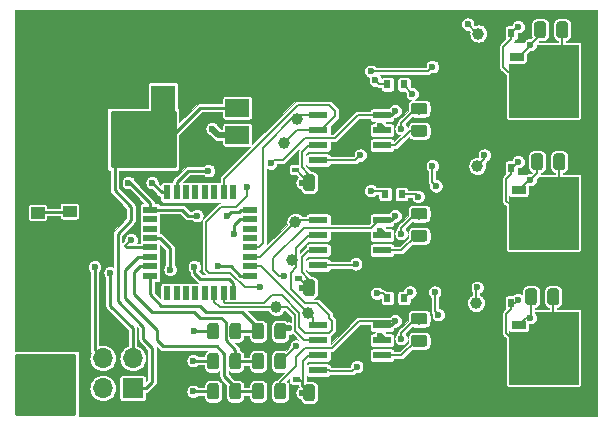
<source format=gtl>
G04 #@! TF.GenerationSoftware,KiCad,Pcbnew,(5.0.0)*
G04 #@! TF.CreationDate,2019-01-02T23:22:05-06:00*
G04 #@! TF.ProjectId,ESC_2Layer,4553435F324C617965722E6B69636164,rev?*
G04 #@! TF.SameCoordinates,PX2fc7720PY3944a50*
G04 #@! TF.FileFunction,Copper,L1,Top,Signal*
G04 #@! TF.FilePolarity,Positive*
%FSLAX46Y46*%
G04 Gerber Fmt 4.6, Leading zero omitted, Abs format (unit mm)*
G04 Created by KiCad (PCBNEW (5.0.0)) date 01/02/19 23:22:05*
%MOMM*%
%LPD*%
G01*
G04 APERTURE LIST*
G04 #@! TA.AperFunction,SMDPad,CuDef*
%ADD10R,1.600000X1.600000*%
G04 #@! TD*
G04 #@! TA.AperFunction,ComponentPad*
%ADD11R,1.700000X1.700000*%
G04 #@! TD*
G04 #@! TA.AperFunction,ComponentPad*
%ADD12O,1.700000X1.700000*%
G04 #@! TD*
G04 #@! TA.AperFunction,SMDPad,CuDef*
%ADD13R,0.600000X0.700000*%
G04 #@! TD*
G04 #@! TA.AperFunction,SMDPad,CuDef*
%ADD14R,1.200000X0.600000*%
G04 #@! TD*
G04 #@! TA.AperFunction,SMDPad,CuDef*
%ADD15R,0.600000X1.200000*%
G04 #@! TD*
G04 #@! TA.AperFunction,SMDPad,CuDef*
%ADD16R,1.550000X0.600000*%
G04 #@! TD*
G04 #@! TA.AperFunction,SMDPad,CuDef*
%ADD17R,1.150000X0.700000*%
G04 #@! TD*
G04 #@! TA.AperFunction,SMDPad,CuDef*
%ADD18R,3.300000X4.200000*%
G04 #@! TD*
G04 #@! TA.AperFunction,SMDPad,CuDef*
%ADD19R,1.550000X4.700000*%
G04 #@! TD*
G04 #@! TA.AperFunction,SMDPad,CuDef*
%ADD20R,2.000000X3.800000*%
G04 #@! TD*
G04 #@! TA.AperFunction,SMDPad,CuDef*
%ADD21R,2.000000X1.500000*%
G04 #@! TD*
G04 #@! TA.AperFunction,Conductor*
%ADD22C,0.100000*%
G04 #@! TD*
G04 #@! TA.AperFunction,SMDPad,CuDef*
%ADD23C,0.975000*%
G04 #@! TD*
G04 #@! TA.AperFunction,BGAPad,CuDef*
%ADD24C,1.000000*%
G04 #@! TD*
G04 #@! TA.AperFunction,ViaPad*
%ADD25C,0.600000*%
G04 #@! TD*
G04 #@! TA.AperFunction,Conductor*
%ADD26C,0.152400*%
G04 #@! TD*
G04 #@! TA.AperFunction,Conductor*
%ADD27C,0.254000*%
G04 #@! TD*
G04 #@! TA.AperFunction,Conductor*
%ADD28C,0.508000*%
G04 #@! TD*
G04 #@! TA.AperFunction,Conductor*
%ADD29C,0.025400*%
G04 #@! TD*
G04 #@! TA.AperFunction,NonConductor*
%ADD30C,0.025400*%
G04 #@! TD*
G04 APERTURE END LIST*
D10*
G04 #@! TO.P,C7,1*
G04 #@! TO.N,+12V*
X1100000Y-10150000D03*
G04 #@! TD*
D11*
G04 #@! TO.P,J1,1*
G04 #@! TO.N,+3V3*
X10225000Y-32279000D03*
D12*
G04 #@! TO.P,J1,2*
G04 #@! TO.N,GND*
X7685000Y-32279000D03*
G04 #@! TO.P,J1,3*
G04 #@! TO.N,/SWDIO*
X10225000Y-29739000D03*
G04 #@! TO.P,J1,4*
G04 #@! TO.N,/SWCLK*
X7685000Y-29739000D03*
G04 #@! TD*
D13*
G04 #@! TO.P,D5,2*
G04 #@! TO.N,/OUT_C*
X42294000Y-25040000D03*
G04 #@! TO.P,D5,1*
G04 #@! TO.N,+12V*
X40894000Y-25040000D03*
G04 #@! TD*
G04 #@! TO.P,D1,1*
G04 #@! TO.N,+12V*
X40894000Y-2180000D03*
G04 #@! TO.P,D1,2*
G04 #@! TO.N,/OUT_A*
X42294000Y-2180000D03*
G04 #@! TD*
G04 #@! TO.P,D3,1*
G04 #@! TO.N,+12V*
X40894000Y-13610000D03*
G04 #@! TO.P,D3,2*
G04 #@! TO.N,/OUT_B*
X42294000Y-13610000D03*
G04 #@! TD*
D14*
G04 #@! TO.P,U4,1*
G04 #@! TO.N,+3V3*
X11690000Y-17160000D03*
G04 #@! TO.P,U4,2*
G04 #@! TO.N,N/C*
X11690000Y-17960000D03*
G04 #@! TO.P,U4,3*
X11690000Y-18760000D03*
G04 #@! TO.P,U4,4*
G04 #@! TO.N,/NRST*
X11690000Y-19560000D03*
G04 #@! TO.P,U4,5*
G04 #@! TO.N,+3V3*
X11690000Y-20360000D03*
G04 #@! TO.P,U4,6*
G04 #@! TO.N,/BEMF_C*
X11690000Y-21160000D03*
G04 #@! TO.P,U4,7*
G04 #@! TO.N,/BEMF_B*
X11690000Y-21960000D03*
G04 #@! TO.P,U4,8*
G04 #@! TO.N,/BEMF_A*
X11690000Y-22760000D03*
D15*
G04 #@! TO.P,U4,9*
G04 #@! TO.N,N/C*
X13140000Y-24210000D03*
G04 #@! TO.P,U4,10*
X13940000Y-24210000D03*
G04 #@! TO.P,U4,11*
X14740000Y-24210000D03*
G04 #@! TO.P,U4,12*
X15540000Y-24210000D03*
G04 #@! TO.P,U4,13*
X16340000Y-24210000D03*
G04 #@! TO.P,U4,14*
G04 #@! TO.N,/LOW_C*
X17140000Y-24210000D03*
G04 #@! TO.P,U4,15*
G04 #@! TO.N,/LOW_B*
X17940000Y-24210000D03*
G04 #@! TO.P,U4,16*
G04 #@! TO.N,GND*
X18740000Y-24210000D03*
D14*
G04 #@! TO.P,U4,17*
G04 #@! TO.N,+3V3*
X20190000Y-22760000D03*
G04 #@! TO.P,U4,18*
G04 #@! TO.N,/HIGH_C*
X20190000Y-21960000D03*
G04 #@! TO.P,U4,19*
G04 #@! TO.N,/HIGH_B*
X20190000Y-21160000D03*
G04 #@! TO.P,U4,20*
G04 #@! TO.N,/HIGH_A*
X20190000Y-20360000D03*
G04 #@! TO.P,U4,21*
G04 #@! TO.N,N/C*
X20190000Y-19560000D03*
G04 #@! TO.P,U4,22*
X20190000Y-18760000D03*
G04 #@! TO.P,U4,23*
G04 #@! TO.N,/SWDIO*
X20190000Y-17960000D03*
G04 #@! TO.P,U4,24*
G04 #@! TO.N,/SWCLK*
X20190000Y-17160000D03*
D15*
G04 #@! TO.P,U4,25*
G04 #@! TO.N,N/C*
X18740000Y-15710000D03*
G04 #@! TO.P,U4,26*
G04 #@! TO.N,/LOW_A*
X17940000Y-15710000D03*
G04 #@! TO.P,U4,27*
G04 #@! TO.N,N/C*
X17140000Y-15710000D03*
G04 #@! TO.P,U4,28*
X16340000Y-15710000D03*
G04 #@! TO.P,U4,29*
X15540000Y-15710000D03*
G04 #@! TO.P,U4,30*
X14740000Y-15710000D03*
G04 #@! TO.P,U4,31*
G04 #@! TO.N,/BOOT0*
X13940000Y-15710000D03*
G04 #@! TO.P,U4,32*
G04 #@! TO.N,GND*
X13140000Y-15710000D03*
G04 #@! TD*
D16*
G04 #@! TO.P,U2,8*
G04 #@! TO.N,Net-(D10-Pad1)*
X25940000Y-21865000D03*
G04 #@! TO.P,U2,7*
G04 #@! TO.N,GND*
X25940000Y-20595000D03*
G04 #@! TO.P,U2,6*
G04 #@! TO.N,/LOW_B*
X25940000Y-19325000D03*
G04 #@! TO.P,U2,5*
G04 #@! TO.N,/HIGH_B*
X25940000Y-18055000D03*
G04 #@! TO.P,U2,4*
G04 #@! TO.N,/OUT_B*
X31340000Y-18055000D03*
G04 #@! TO.P,U2,3*
G04 #@! TO.N,Net-(D8-Pad1)*
X31340000Y-19325000D03*
G04 #@! TO.P,U2,2*
G04 #@! TO.N,Net-(R13-Pad2)*
X31340000Y-20595000D03*
G04 #@! TO.P,U2,1*
G04 #@! TO.N,+12V*
X31340000Y-21865000D03*
G04 #@! TD*
G04 #@! TO.P,U3,1*
G04 #@! TO.N,+12V*
X31340000Y-30755000D03*
G04 #@! TO.P,U3,2*
G04 #@! TO.N,Net-(R15-Pad2)*
X31340000Y-29485000D03*
G04 #@! TO.P,U3,3*
G04 #@! TO.N,Net-(D9-Pad1)*
X31340000Y-28215000D03*
G04 #@! TO.P,U3,4*
G04 #@! TO.N,/OUT_C*
X31340000Y-26945000D03*
G04 #@! TO.P,U3,5*
G04 #@! TO.N,/HIGH_C*
X25940000Y-26945000D03*
G04 #@! TO.P,U3,6*
G04 #@! TO.N,/LOW_C*
X25940000Y-28215000D03*
G04 #@! TO.P,U3,7*
G04 #@! TO.N,GND*
X25940000Y-29485000D03*
G04 #@! TO.P,U3,8*
G04 #@! TO.N,Net-(D11-Pad1)*
X25940000Y-30755000D03*
G04 #@! TD*
G04 #@! TO.P,U1,8*
G04 #@! TO.N,Net-(D12-Pad1)*
X25940000Y-12975000D03*
G04 #@! TO.P,U1,7*
G04 #@! TO.N,GND*
X25940000Y-11705000D03*
G04 #@! TO.P,U1,6*
G04 #@! TO.N,/LOW_A*
X25940000Y-10435000D03*
G04 #@! TO.P,U1,5*
G04 #@! TO.N,/HIGH_A*
X25940000Y-9165000D03*
G04 #@! TO.P,U1,4*
G04 #@! TO.N,/OUT_A*
X31340000Y-9165000D03*
G04 #@! TO.P,U1,3*
G04 #@! TO.N,Net-(D7-Pad1)*
X31340000Y-10435000D03*
G04 #@! TO.P,U1,2*
G04 #@! TO.N,Net-(R11-Pad2)*
X31340000Y-11705000D03*
G04 #@! TO.P,U1,1*
G04 #@! TO.N,+12V*
X31340000Y-12975000D03*
G04 #@! TD*
D17*
G04 #@! TO.P,Q1,4*
G04 #@! TO.N,Net-(D7-Pad2)*
X42740000Y-4200000D03*
D18*
G04 #@! TO.P,Q1,5*
G04 #@! TO.N,+12V*
X39470000Y-6110000D03*
D19*
X37270000Y-6110000D03*
D17*
G04 #@! TO.P,Q1,3*
G04 #@! TO.N,/OUT_A*
X42740000Y-5470000D03*
G04 #@! TO.P,Q1,1*
X42740000Y-8020000D03*
G04 #@! TO.P,Q1,2*
X42740000Y-6750000D03*
G04 #@! TD*
G04 #@! TO.P,Q3,2*
G04 #@! TO.N,/OUT_B*
X42905000Y-18060000D03*
G04 #@! TO.P,Q3,1*
X42905000Y-19330000D03*
G04 #@! TO.P,Q3,3*
X42905000Y-16780000D03*
D19*
G04 #@! TO.P,Q3,5*
G04 #@! TO.N,+12V*
X37435000Y-17420000D03*
D18*
X39635000Y-17420000D03*
D17*
G04 #@! TO.P,Q3,4*
G04 #@! TO.N,Net-(D8-Pad2)*
X42905000Y-15510000D03*
G04 #@! TD*
G04 #@! TO.P,Q5,2*
G04 #@! TO.N,/OUT_C*
X42925000Y-29490000D03*
G04 #@! TO.P,Q5,1*
X42925000Y-30760000D03*
G04 #@! TO.P,Q5,3*
X42925000Y-28210000D03*
D19*
G04 #@! TO.P,Q5,5*
G04 #@! TO.N,+12V*
X37455000Y-28850000D03*
D18*
X39655000Y-28850000D03*
D17*
G04 #@! TO.P,Q5,4*
G04 #@! TO.N,Net-(D9-Pad2)*
X42925000Y-26940000D03*
G04 #@! TD*
D20*
G04 #@! TO.P,U5,2*
G04 #@! TO.N,+3V3*
X12790000Y-8530000D03*
D21*
X19090000Y-8530000D03*
G04 #@! TO.P,U5,3*
G04 #@! TO.N,+12V*
X19090000Y-6230000D03*
G04 #@! TO.P,U5,1*
G04 #@! TO.N,GND*
X19090000Y-10830000D03*
G04 #@! TD*
D22*
G04 #@! TO.N,GND*
G04 #@! TO.C,C11*
G36*
X25430142Y-14181174D02*
X25453803Y-14184684D01*
X25477007Y-14190496D01*
X25499529Y-14198554D01*
X25521153Y-14208782D01*
X25541670Y-14221079D01*
X25560883Y-14235329D01*
X25578607Y-14251393D01*
X25594671Y-14269117D01*
X25608921Y-14288330D01*
X25621218Y-14308847D01*
X25631446Y-14330471D01*
X25639504Y-14352993D01*
X25645316Y-14376197D01*
X25648826Y-14399858D01*
X25650000Y-14423750D01*
X25650000Y-15336250D01*
X25648826Y-15360142D01*
X25645316Y-15383803D01*
X25639504Y-15407007D01*
X25631446Y-15429529D01*
X25621218Y-15451153D01*
X25608921Y-15471670D01*
X25594671Y-15490883D01*
X25578607Y-15508607D01*
X25560883Y-15524671D01*
X25541670Y-15538921D01*
X25521153Y-15551218D01*
X25499529Y-15561446D01*
X25477007Y-15569504D01*
X25453803Y-15575316D01*
X25430142Y-15578826D01*
X25406250Y-15580000D01*
X24918750Y-15580000D01*
X24894858Y-15578826D01*
X24871197Y-15575316D01*
X24847993Y-15569504D01*
X24825471Y-15561446D01*
X24803847Y-15551218D01*
X24783330Y-15538921D01*
X24764117Y-15524671D01*
X24746393Y-15508607D01*
X24730329Y-15490883D01*
X24716079Y-15471670D01*
X24703782Y-15451153D01*
X24693554Y-15429529D01*
X24685496Y-15407007D01*
X24679684Y-15383803D01*
X24676174Y-15360142D01*
X24675000Y-15336250D01*
X24675000Y-14423750D01*
X24676174Y-14399858D01*
X24679684Y-14376197D01*
X24685496Y-14352993D01*
X24693554Y-14330471D01*
X24703782Y-14308847D01*
X24716079Y-14288330D01*
X24730329Y-14269117D01*
X24746393Y-14251393D01*
X24764117Y-14235329D01*
X24783330Y-14221079D01*
X24803847Y-14208782D01*
X24825471Y-14198554D01*
X24847993Y-14190496D01*
X24871197Y-14184684D01*
X24894858Y-14181174D01*
X24918750Y-14180000D01*
X25406250Y-14180000D01*
X25430142Y-14181174D01*
X25430142Y-14181174D01*
G37*
D23*
G04 #@! TD*
G04 #@! TO.P,C11,2*
G04 #@! TO.N,GND*
X25162500Y-14880000D03*
D22*
G04 #@! TO.N,+12V*
G04 #@! TO.C,C11*
G36*
X27305142Y-14181174D02*
X27328803Y-14184684D01*
X27352007Y-14190496D01*
X27374529Y-14198554D01*
X27396153Y-14208782D01*
X27416670Y-14221079D01*
X27435883Y-14235329D01*
X27453607Y-14251393D01*
X27469671Y-14269117D01*
X27483921Y-14288330D01*
X27496218Y-14308847D01*
X27506446Y-14330471D01*
X27514504Y-14352993D01*
X27520316Y-14376197D01*
X27523826Y-14399858D01*
X27525000Y-14423750D01*
X27525000Y-15336250D01*
X27523826Y-15360142D01*
X27520316Y-15383803D01*
X27514504Y-15407007D01*
X27506446Y-15429529D01*
X27496218Y-15451153D01*
X27483921Y-15471670D01*
X27469671Y-15490883D01*
X27453607Y-15508607D01*
X27435883Y-15524671D01*
X27416670Y-15538921D01*
X27396153Y-15551218D01*
X27374529Y-15561446D01*
X27352007Y-15569504D01*
X27328803Y-15575316D01*
X27305142Y-15578826D01*
X27281250Y-15580000D01*
X26793750Y-15580000D01*
X26769858Y-15578826D01*
X26746197Y-15575316D01*
X26722993Y-15569504D01*
X26700471Y-15561446D01*
X26678847Y-15551218D01*
X26658330Y-15538921D01*
X26639117Y-15524671D01*
X26621393Y-15508607D01*
X26605329Y-15490883D01*
X26591079Y-15471670D01*
X26578782Y-15451153D01*
X26568554Y-15429529D01*
X26560496Y-15407007D01*
X26554684Y-15383803D01*
X26551174Y-15360142D01*
X26550000Y-15336250D01*
X26550000Y-14423750D01*
X26551174Y-14399858D01*
X26554684Y-14376197D01*
X26560496Y-14352993D01*
X26568554Y-14330471D01*
X26578782Y-14308847D01*
X26591079Y-14288330D01*
X26605329Y-14269117D01*
X26621393Y-14251393D01*
X26639117Y-14235329D01*
X26658330Y-14221079D01*
X26678847Y-14208782D01*
X26700471Y-14198554D01*
X26722993Y-14190496D01*
X26746197Y-14184684D01*
X26769858Y-14181174D01*
X26793750Y-14180000D01*
X27281250Y-14180000D01*
X27305142Y-14181174D01*
X27305142Y-14181174D01*
G37*
D23*
G04 #@! TD*
G04 #@! TO.P,C11,1*
G04 #@! TO.N,+12V*
X27037500Y-14880000D03*
D22*
G04 #@! TO.N,+12V*
G04 #@! TO.C,C12*
G36*
X27305142Y-23071174D02*
X27328803Y-23074684D01*
X27352007Y-23080496D01*
X27374529Y-23088554D01*
X27396153Y-23098782D01*
X27416670Y-23111079D01*
X27435883Y-23125329D01*
X27453607Y-23141393D01*
X27469671Y-23159117D01*
X27483921Y-23178330D01*
X27496218Y-23198847D01*
X27506446Y-23220471D01*
X27514504Y-23242993D01*
X27520316Y-23266197D01*
X27523826Y-23289858D01*
X27525000Y-23313750D01*
X27525000Y-24226250D01*
X27523826Y-24250142D01*
X27520316Y-24273803D01*
X27514504Y-24297007D01*
X27506446Y-24319529D01*
X27496218Y-24341153D01*
X27483921Y-24361670D01*
X27469671Y-24380883D01*
X27453607Y-24398607D01*
X27435883Y-24414671D01*
X27416670Y-24428921D01*
X27396153Y-24441218D01*
X27374529Y-24451446D01*
X27352007Y-24459504D01*
X27328803Y-24465316D01*
X27305142Y-24468826D01*
X27281250Y-24470000D01*
X26793750Y-24470000D01*
X26769858Y-24468826D01*
X26746197Y-24465316D01*
X26722993Y-24459504D01*
X26700471Y-24451446D01*
X26678847Y-24441218D01*
X26658330Y-24428921D01*
X26639117Y-24414671D01*
X26621393Y-24398607D01*
X26605329Y-24380883D01*
X26591079Y-24361670D01*
X26578782Y-24341153D01*
X26568554Y-24319529D01*
X26560496Y-24297007D01*
X26554684Y-24273803D01*
X26551174Y-24250142D01*
X26550000Y-24226250D01*
X26550000Y-23313750D01*
X26551174Y-23289858D01*
X26554684Y-23266197D01*
X26560496Y-23242993D01*
X26568554Y-23220471D01*
X26578782Y-23198847D01*
X26591079Y-23178330D01*
X26605329Y-23159117D01*
X26621393Y-23141393D01*
X26639117Y-23125329D01*
X26658330Y-23111079D01*
X26678847Y-23098782D01*
X26700471Y-23088554D01*
X26722993Y-23080496D01*
X26746197Y-23074684D01*
X26769858Y-23071174D01*
X26793750Y-23070000D01*
X27281250Y-23070000D01*
X27305142Y-23071174D01*
X27305142Y-23071174D01*
G37*
D23*
G04 #@! TD*
G04 #@! TO.P,C12,1*
G04 #@! TO.N,+12V*
X27037500Y-23770000D03*
D22*
G04 #@! TO.N,GND*
G04 #@! TO.C,C12*
G36*
X25430142Y-23071174D02*
X25453803Y-23074684D01*
X25477007Y-23080496D01*
X25499529Y-23088554D01*
X25521153Y-23098782D01*
X25541670Y-23111079D01*
X25560883Y-23125329D01*
X25578607Y-23141393D01*
X25594671Y-23159117D01*
X25608921Y-23178330D01*
X25621218Y-23198847D01*
X25631446Y-23220471D01*
X25639504Y-23242993D01*
X25645316Y-23266197D01*
X25648826Y-23289858D01*
X25650000Y-23313750D01*
X25650000Y-24226250D01*
X25648826Y-24250142D01*
X25645316Y-24273803D01*
X25639504Y-24297007D01*
X25631446Y-24319529D01*
X25621218Y-24341153D01*
X25608921Y-24361670D01*
X25594671Y-24380883D01*
X25578607Y-24398607D01*
X25560883Y-24414671D01*
X25541670Y-24428921D01*
X25521153Y-24441218D01*
X25499529Y-24451446D01*
X25477007Y-24459504D01*
X25453803Y-24465316D01*
X25430142Y-24468826D01*
X25406250Y-24470000D01*
X24918750Y-24470000D01*
X24894858Y-24468826D01*
X24871197Y-24465316D01*
X24847993Y-24459504D01*
X24825471Y-24451446D01*
X24803847Y-24441218D01*
X24783330Y-24428921D01*
X24764117Y-24414671D01*
X24746393Y-24398607D01*
X24730329Y-24380883D01*
X24716079Y-24361670D01*
X24703782Y-24341153D01*
X24693554Y-24319529D01*
X24685496Y-24297007D01*
X24679684Y-24273803D01*
X24676174Y-24250142D01*
X24675000Y-24226250D01*
X24675000Y-23313750D01*
X24676174Y-23289858D01*
X24679684Y-23266197D01*
X24685496Y-23242993D01*
X24693554Y-23220471D01*
X24703782Y-23198847D01*
X24716079Y-23178330D01*
X24730329Y-23159117D01*
X24746393Y-23141393D01*
X24764117Y-23125329D01*
X24783330Y-23111079D01*
X24803847Y-23098782D01*
X24825471Y-23088554D01*
X24847993Y-23080496D01*
X24871197Y-23074684D01*
X24894858Y-23071174D01*
X24918750Y-23070000D01*
X25406250Y-23070000D01*
X25430142Y-23071174D01*
X25430142Y-23071174D01*
G37*
D23*
G04 #@! TD*
G04 #@! TO.P,C12,2*
G04 #@! TO.N,GND*
X25162500Y-23770000D03*
D22*
G04 #@! TO.N,GND*
G04 #@! TO.C,C13*
G36*
X25430142Y-31961174D02*
X25453803Y-31964684D01*
X25477007Y-31970496D01*
X25499529Y-31978554D01*
X25521153Y-31988782D01*
X25541670Y-32001079D01*
X25560883Y-32015329D01*
X25578607Y-32031393D01*
X25594671Y-32049117D01*
X25608921Y-32068330D01*
X25621218Y-32088847D01*
X25631446Y-32110471D01*
X25639504Y-32132993D01*
X25645316Y-32156197D01*
X25648826Y-32179858D01*
X25650000Y-32203750D01*
X25650000Y-33116250D01*
X25648826Y-33140142D01*
X25645316Y-33163803D01*
X25639504Y-33187007D01*
X25631446Y-33209529D01*
X25621218Y-33231153D01*
X25608921Y-33251670D01*
X25594671Y-33270883D01*
X25578607Y-33288607D01*
X25560883Y-33304671D01*
X25541670Y-33318921D01*
X25521153Y-33331218D01*
X25499529Y-33341446D01*
X25477007Y-33349504D01*
X25453803Y-33355316D01*
X25430142Y-33358826D01*
X25406250Y-33360000D01*
X24918750Y-33360000D01*
X24894858Y-33358826D01*
X24871197Y-33355316D01*
X24847993Y-33349504D01*
X24825471Y-33341446D01*
X24803847Y-33331218D01*
X24783330Y-33318921D01*
X24764117Y-33304671D01*
X24746393Y-33288607D01*
X24730329Y-33270883D01*
X24716079Y-33251670D01*
X24703782Y-33231153D01*
X24693554Y-33209529D01*
X24685496Y-33187007D01*
X24679684Y-33163803D01*
X24676174Y-33140142D01*
X24675000Y-33116250D01*
X24675000Y-32203750D01*
X24676174Y-32179858D01*
X24679684Y-32156197D01*
X24685496Y-32132993D01*
X24693554Y-32110471D01*
X24703782Y-32088847D01*
X24716079Y-32068330D01*
X24730329Y-32049117D01*
X24746393Y-32031393D01*
X24764117Y-32015329D01*
X24783330Y-32001079D01*
X24803847Y-31988782D01*
X24825471Y-31978554D01*
X24847993Y-31970496D01*
X24871197Y-31964684D01*
X24894858Y-31961174D01*
X24918750Y-31960000D01*
X25406250Y-31960000D01*
X25430142Y-31961174D01*
X25430142Y-31961174D01*
G37*
D23*
G04 #@! TD*
G04 #@! TO.P,C13,2*
G04 #@! TO.N,GND*
X25162500Y-32660000D03*
D22*
G04 #@! TO.N,+12V*
G04 #@! TO.C,C13*
G36*
X27305142Y-31961174D02*
X27328803Y-31964684D01*
X27352007Y-31970496D01*
X27374529Y-31978554D01*
X27396153Y-31988782D01*
X27416670Y-32001079D01*
X27435883Y-32015329D01*
X27453607Y-32031393D01*
X27469671Y-32049117D01*
X27483921Y-32068330D01*
X27496218Y-32088847D01*
X27506446Y-32110471D01*
X27514504Y-32132993D01*
X27520316Y-32156197D01*
X27523826Y-32179858D01*
X27525000Y-32203750D01*
X27525000Y-33116250D01*
X27523826Y-33140142D01*
X27520316Y-33163803D01*
X27514504Y-33187007D01*
X27506446Y-33209529D01*
X27496218Y-33231153D01*
X27483921Y-33251670D01*
X27469671Y-33270883D01*
X27453607Y-33288607D01*
X27435883Y-33304671D01*
X27416670Y-33318921D01*
X27396153Y-33331218D01*
X27374529Y-33341446D01*
X27352007Y-33349504D01*
X27328803Y-33355316D01*
X27305142Y-33358826D01*
X27281250Y-33360000D01*
X26793750Y-33360000D01*
X26769858Y-33358826D01*
X26746197Y-33355316D01*
X26722993Y-33349504D01*
X26700471Y-33341446D01*
X26678847Y-33331218D01*
X26658330Y-33318921D01*
X26639117Y-33304671D01*
X26621393Y-33288607D01*
X26605329Y-33270883D01*
X26591079Y-33251670D01*
X26578782Y-33231153D01*
X26568554Y-33209529D01*
X26560496Y-33187007D01*
X26554684Y-33163803D01*
X26551174Y-33140142D01*
X26550000Y-33116250D01*
X26550000Y-32203750D01*
X26551174Y-32179858D01*
X26554684Y-32156197D01*
X26560496Y-32132993D01*
X26568554Y-32110471D01*
X26578782Y-32088847D01*
X26591079Y-32068330D01*
X26605329Y-32049117D01*
X26621393Y-32031393D01*
X26639117Y-32015329D01*
X26658330Y-32001079D01*
X26678847Y-31988782D01*
X26700471Y-31978554D01*
X26722993Y-31970496D01*
X26746197Y-31964684D01*
X26769858Y-31961174D01*
X26793750Y-31960000D01*
X27281250Y-31960000D01*
X27305142Y-31961174D01*
X27305142Y-31961174D01*
G37*
D23*
G04 #@! TD*
G04 #@! TO.P,C13,1*
G04 #@! TO.N,+12V*
X27037500Y-32660000D03*
D10*
G04 #@! TO.P,C7,1*
G04 #@! TO.N,+12V*
X1100000Y-20650000D03*
G04 #@! TD*
D22*
G04 #@! TO.N,/BEMF_A*
G04 #@! TO.C,R2*
G36*
X19177142Y-26754174D02*
X19200803Y-26757684D01*
X19224007Y-26763496D01*
X19246529Y-26771554D01*
X19268153Y-26781782D01*
X19288670Y-26794079D01*
X19307883Y-26808329D01*
X19325607Y-26824393D01*
X19341671Y-26842117D01*
X19355921Y-26861330D01*
X19368218Y-26881847D01*
X19378446Y-26903471D01*
X19386504Y-26925993D01*
X19392316Y-26949197D01*
X19395826Y-26972858D01*
X19397000Y-26996750D01*
X19397000Y-27909250D01*
X19395826Y-27933142D01*
X19392316Y-27956803D01*
X19386504Y-27980007D01*
X19378446Y-28002529D01*
X19368218Y-28024153D01*
X19355921Y-28044670D01*
X19341671Y-28063883D01*
X19325607Y-28081607D01*
X19307883Y-28097671D01*
X19288670Y-28111921D01*
X19268153Y-28124218D01*
X19246529Y-28134446D01*
X19224007Y-28142504D01*
X19200803Y-28148316D01*
X19177142Y-28151826D01*
X19153250Y-28153000D01*
X18665750Y-28153000D01*
X18641858Y-28151826D01*
X18618197Y-28148316D01*
X18594993Y-28142504D01*
X18572471Y-28134446D01*
X18550847Y-28124218D01*
X18530330Y-28111921D01*
X18511117Y-28097671D01*
X18493393Y-28081607D01*
X18477329Y-28063883D01*
X18463079Y-28044670D01*
X18450782Y-28024153D01*
X18440554Y-28002529D01*
X18432496Y-27980007D01*
X18426684Y-27956803D01*
X18423174Y-27933142D01*
X18422000Y-27909250D01*
X18422000Y-26996750D01*
X18423174Y-26972858D01*
X18426684Y-26949197D01*
X18432496Y-26925993D01*
X18440554Y-26903471D01*
X18450782Y-26881847D01*
X18463079Y-26861330D01*
X18477329Y-26842117D01*
X18493393Y-26824393D01*
X18511117Y-26808329D01*
X18530330Y-26794079D01*
X18550847Y-26781782D01*
X18572471Y-26771554D01*
X18594993Y-26763496D01*
X18618197Y-26757684D01*
X18641858Y-26754174D01*
X18665750Y-26753000D01*
X19153250Y-26753000D01*
X19177142Y-26754174D01*
X19177142Y-26754174D01*
G37*
D23*
G04 #@! TD*
G04 #@! TO.P,R2,1*
G04 #@! TO.N,/BEMF_A*
X18909500Y-27453000D03*
D22*
G04 #@! TO.N,GND*
G04 #@! TO.C,R2*
G36*
X17302142Y-26754174D02*
X17325803Y-26757684D01*
X17349007Y-26763496D01*
X17371529Y-26771554D01*
X17393153Y-26781782D01*
X17413670Y-26794079D01*
X17432883Y-26808329D01*
X17450607Y-26824393D01*
X17466671Y-26842117D01*
X17480921Y-26861330D01*
X17493218Y-26881847D01*
X17503446Y-26903471D01*
X17511504Y-26925993D01*
X17517316Y-26949197D01*
X17520826Y-26972858D01*
X17522000Y-26996750D01*
X17522000Y-27909250D01*
X17520826Y-27933142D01*
X17517316Y-27956803D01*
X17511504Y-27980007D01*
X17503446Y-28002529D01*
X17493218Y-28024153D01*
X17480921Y-28044670D01*
X17466671Y-28063883D01*
X17450607Y-28081607D01*
X17432883Y-28097671D01*
X17413670Y-28111921D01*
X17393153Y-28124218D01*
X17371529Y-28134446D01*
X17349007Y-28142504D01*
X17325803Y-28148316D01*
X17302142Y-28151826D01*
X17278250Y-28153000D01*
X16790750Y-28153000D01*
X16766858Y-28151826D01*
X16743197Y-28148316D01*
X16719993Y-28142504D01*
X16697471Y-28134446D01*
X16675847Y-28124218D01*
X16655330Y-28111921D01*
X16636117Y-28097671D01*
X16618393Y-28081607D01*
X16602329Y-28063883D01*
X16588079Y-28044670D01*
X16575782Y-28024153D01*
X16565554Y-28002529D01*
X16557496Y-27980007D01*
X16551684Y-27956803D01*
X16548174Y-27933142D01*
X16547000Y-27909250D01*
X16547000Y-26996750D01*
X16548174Y-26972858D01*
X16551684Y-26949197D01*
X16557496Y-26925993D01*
X16565554Y-26903471D01*
X16575782Y-26881847D01*
X16588079Y-26861330D01*
X16602329Y-26842117D01*
X16618393Y-26824393D01*
X16636117Y-26808329D01*
X16655330Y-26794079D01*
X16675847Y-26781782D01*
X16697471Y-26771554D01*
X16719993Y-26763496D01*
X16743197Y-26757684D01*
X16766858Y-26754174D01*
X16790750Y-26753000D01*
X17278250Y-26753000D01*
X17302142Y-26754174D01*
X17302142Y-26754174D01*
G37*
D23*
G04 #@! TD*
G04 #@! TO.P,R2,2*
G04 #@! TO.N,GND*
X17034500Y-27453000D03*
D22*
G04 #@! TO.N,/OUT_C*
G04 #@! TO.C,R19*
G36*
X46101142Y-23833174D02*
X46124803Y-23836684D01*
X46148007Y-23842496D01*
X46170529Y-23850554D01*
X46192153Y-23860782D01*
X46212670Y-23873079D01*
X46231883Y-23887329D01*
X46249607Y-23903393D01*
X46265671Y-23921117D01*
X46279921Y-23940330D01*
X46292218Y-23960847D01*
X46302446Y-23982471D01*
X46310504Y-24004993D01*
X46316316Y-24028197D01*
X46319826Y-24051858D01*
X46321000Y-24075750D01*
X46321000Y-24988250D01*
X46319826Y-25012142D01*
X46316316Y-25035803D01*
X46310504Y-25059007D01*
X46302446Y-25081529D01*
X46292218Y-25103153D01*
X46279921Y-25123670D01*
X46265671Y-25142883D01*
X46249607Y-25160607D01*
X46231883Y-25176671D01*
X46212670Y-25190921D01*
X46192153Y-25203218D01*
X46170529Y-25213446D01*
X46148007Y-25221504D01*
X46124803Y-25227316D01*
X46101142Y-25230826D01*
X46077250Y-25232000D01*
X45589750Y-25232000D01*
X45565858Y-25230826D01*
X45542197Y-25227316D01*
X45518993Y-25221504D01*
X45496471Y-25213446D01*
X45474847Y-25203218D01*
X45454330Y-25190921D01*
X45435117Y-25176671D01*
X45417393Y-25160607D01*
X45401329Y-25142883D01*
X45387079Y-25123670D01*
X45374782Y-25103153D01*
X45364554Y-25081529D01*
X45356496Y-25059007D01*
X45350684Y-25035803D01*
X45347174Y-25012142D01*
X45346000Y-24988250D01*
X45346000Y-24075750D01*
X45347174Y-24051858D01*
X45350684Y-24028197D01*
X45356496Y-24004993D01*
X45364554Y-23982471D01*
X45374782Y-23960847D01*
X45387079Y-23940330D01*
X45401329Y-23921117D01*
X45417393Y-23903393D01*
X45435117Y-23887329D01*
X45454330Y-23873079D01*
X45474847Y-23860782D01*
X45496471Y-23850554D01*
X45518993Y-23842496D01*
X45542197Y-23836684D01*
X45565858Y-23833174D01*
X45589750Y-23832000D01*
X46077250Y-23832000D01*
X46101142Y-23833174D01*
X46101142Y-23833174D01*
G37*
D23*
G04 #@! TD*
G04 #@! TO.P,R19,1*
G04 #@! TO.N,/OUT_C*
X45833500Y-24532000D03*
D22*
G04 #@! TO.N,Net-(D9-Pad2)*
G04 #@! TO.C,R19*
G36*
X44226142Y-23833174D02*
X44249803Y-23836684D01*
X44273007Y-23842496D01*
X44295529Y-23850554D01*
X44317153Y-23860782D01*
X44337670Y-23873079D01*
X44356883Y-23887329D01*
X44374607Y-23903393D01*
X44390671Y-23921117D01*
X44404921Y-23940330D01*
X44417218Y-23960847D01*
X44427446Y-23982471D01*
X44435504Y-24004993D01*
X44441316Y-24028197D01*
X44444826Y-24051858D01*
X44446000Y-24075750D01*
X44446000Y-24988250D01*
X44444826Y-25012142D01*
X44441316Y-25035803D01*
X44435504Y-25059007D01*
X44427446Y-25081529D01*
X44417218Y-25103153D01*
X44404921Y-25123670D01*
X44390671Y-25142883D01*
X44374607Y-25160607D01*
X44356883Y-25176671D01*
X44337670Y-25190921D01*
X44317153Y-25203218D01*
X44295529Y-25213446D01*
X44273007Y-25221504D01*
X44249803Y-25227316D01*
X44226142Y-25230826D01*
X44202250Y-25232000D01*
X43714750Y-25232000D01*
X43690858Y-25230826D01*
X43667197Y-25227316D01*
X43643993Y-25221504D01*
X43621471Y-25213446D01*
X43599847Y-25203218D01*
X43579330Y-25190921D01*
X43560117Y-25176671D01*
X43542393Y-25160607D01*
X43526329Y-25142883D01*
X43512079Y-25123670D01*
X43499782Y-25103153D01*
X43489554Y-25081529D01*
X43481496Y-25059007D01*
X43475684Y-25035803D01*
X43472174Y-25012142D01*
X43471000Y-24988250D01*
X43471000Y-24075750D01*
X43472174Y-24051858D01*
X43475684Y-24028197D01*
X43481496Y-24004993D01*
X43489554Y-23982471D01*
X43499782Y-23960847D01*
X43512079Y-23940330D01*
X43526329Y-23921117D01*
X43542393Y-23903393D01*
X43560117Y-23887329D01*
X43579330Y-23873079D01*
X43599847Y-23860782D01*
X43621471Y-23850554D01*
X43643993Y-23842496D01*
X43667197Y-23836684D01*
X43690858Y-23833174D01*
X43714750Y-23832000D01*
X44202250Y-23832000D01*
X44226142Y-23833174D01*
X44226142Y-23833174D01*
G37*
D23*
G04 #@! TD*
G04 #@! TO.P,R19,2*
G04 #@! TO.N,Net-(D9-Pad2)*
X43958500Y-24532000D03*
D22*
G04 #@! TO.N,/OUT_B*
G04 #@! TO.C,R18*
G36*
X46609142Y-12403174D02*
X46632803Y-12406684D01*
X46656007Y-12412496D01*
X46678529Y-12420554D01*
X46700153Y-12430782D01*
X46720670Y-12443079D01*
X46739883Y-12457329D01*
X46757607Y-12473393D01*
X46773671Y-12491117D01*
X46787921Y-12510330D01*
X46800218Y-12530847D01*
X46810446Y-12552471D01*
X46818504Y-12574993D01*
X46824316Y-12598197D01*
X46827826Y-12621858D01*
X46829000Y-12645750D01*
X46829000Y-13558250D01*
X46827826Y-13582142D01*
X46824316Y-13605803D01*
X46818504Y-13629007D01*
X46810446Y-13651529D01*
X46800218Y-13673153D01*
X46787921Y-13693670D01*
X46773671Y-13712883D01*
X46757607Y-13730607D01*
X46739883Y-13746671D01*
X46720670Y-13760921D01*
X46700153Y-13773218D01*
X46678529Y-13783446D01*
X46656007Y-13791504D01*
X46632803Y-13797316D01*
X46609142Y-13800826D01*
X46585250Y-13802000D01*
X46097750Y-13802000D01*
X46073858Y-13800826D01*
X46050197Y-13797316D01*
X46026993Y-13791504D01*
X46004471Y-13783446D01*
X45982847Y-13773218D01*
X45962330Y-13760921D01*
X45943117Y-13746671D01*
X45925393Y-13730607D01*
X45909329Y-13712883D01*
X45895079Y-13693670D01*
X45882782Y-13673153D01*
X45872554Y-13651529D01*
X45864496Y-13629007D01*
X45858684Y-13605803D01*
X45855174Y-13582142D01*
X45854000Y-13558250D01*
X45854000Y-12645750D01*
X45855174Y-12621858D01*
X45858684Y-12598197D01*
X45864496Y-12574993D01*
X45872554Y-12552471D01*
X45882782Y-12530847D01*
X45895079Y-12510330D01*
X45909329Y-12491117D01*
X45925393Y-12473393D01*
X45943117Y-12457329D01*
X45962330Y-12443079D01*
X45982847Y-12430782D01*
X46004471Y-12420554D01*
X46026993Y-12412496D01*
X46050197Y-12406684D01*
X46073858Y-12403174D01*
X46097750Y-12402000D01*
X46585250Y-12402000D01*
X46609142Y-12403174D01*
X46609142Y-12403174D01*
G37*
D23*
G04 #@! TD*
G04 #@! TO.P,R18,1*
G04 #@! TO.N,/OUT_B*
X46341500Y-13102000D03*
D22*
G04 #@! TO.N,Net-(D8-Pad2)*
G04 #@! TO.C,R18*
G36*
X44734142Y-12403174D02*
X44757803Y-12406684D01*
X44781007Y-12412496D01*
X44803529Y-12420554D01*
X44825153Y-12430782D01*
X44845670Y-12443079D01*
X44864883Y-12457329D01*
X44882607Y-12473393D01*
X44898671Y-12491117D01*
X44912921Y-12510330D01*
X44925218Y-12530847D01*
X44935446Y-12552471D01*
X44943504Y-12574993D01*
X44949316Y-12598197D01*
X44952826Y-12621858D01*
X44954000Y-12645750D01*
X44954000Y-13558250D01*
X44952826Y-13582142D01*
X44949316Y-13605803D01*
X44943504Y-13629007D01*
X44935446Y-13651529D01*
X44925218Y-13673153D01*
X44912921Y-13693670D01*
X44898671Y-13712883D01*
X44882607Y-13730607D01*
X44864883Y-13746671D01*
X44845670Y-13760921D01*
X44825153Y-13773218D01*
X44803529Y-13783446D01*
X44781007Y-13791504D01*
X44757803Y-13797316D01*
X44734142Y-13800826D01*
X44710250Y-13802000D01*
X44222750Y-13802000D01*
X44198858Y-13800826D01*
X44175197Y-13797316D01*
X44151993Y-13791504D01*
X44129471Y-13783446D01*
X44107847Y-13773218D01*
X44087330Y-13760921D01*
X44068117Y-13746671D01*
X44050393Y-13730607D01*
X44034329Y-13712883D01*
X44020079Y-13693670D01*
X44007782Y-13673153D01*
X43997554Y-13651529D01*
X43989496Y-13629007D01*
X43983684Y-13605803D01*
X43980174Y-13582142D01*
X43979000Y-13558250D01*
X43979000Y-12645750D01*
X43980174Y-12621858D01*
X43983684Y-12598197D01*
X43989496Y-12574993D01*
X43997554Y-12552471D01*
X44007782Y-12530847D01*
X44020079Y-12510330D01*
X44034329Y-12491117D01*
X44050393Y-12473393D01*
X44068117Y-12457329D01*
X44087330Y-12443079D01*
X44107847Y-12430782D01*
X44129471Y-12420554D01*
X44151993Y-12412496D01*
X44175197Y-12406684D01*
X44198858Y-12403174D01*
X44222750Y-12402000D01*
X44710250Y-12402000D01*
X44734142Y-12403174D01*
X44734142Y-12403174D01*
G37*
D23*
G04 #@! TD*
G04 #@! TO.P,R18,2*
G04 #@! TO.N,Net-(D8-Pad2)*
X44466500Y-13102000D03*
D22*
G04 #@! TO.N,/OUT_A*
G04 #@! TO.C,R17*
G36*
X46863142Y-1227174D02*
X46886803Y-1230684D01*
X46910007Y-1236496D01*
X46932529Y-1244554D01*
X46954153Y-1254782D01*
X46974670Y-1267079D01*
X46993883Y-1281329D01*
X47011607Y-1297393D01*
X47027671Y-1315117D01*
X47041921Y-1334330D01*
X47054218Y-1354847D01*
X47064446Y-1376471D01*
X47072504Y-1398993D01*
X47078316Y-1422197D01*
X47081826Y-1445858D01*
X47083000Y-1469750D01*
X47083000Y-2382250D01*
X47081826Y-2406142D01*
X47078316Y-2429803D01*
X47072504Y-2453007D01*
X47064446Y-2475529D01*
X47054218Y-2497153D01*
X47041921Y-2517670D01*
X47027671Y-2536883D01*
X47011607Y-2554607D01*
X46993883Y-2570671D01*
X46974670Y-2584921D01*
X46954153Y-2597218D01*
X46932529Y-2607446D01*
X46910007Y-2615504D01*
X46886803Y-2621316D01*
X46863142Y-2624826D01*
X46839250Y-2626000D01*
X46351750Y-2626000D01*
X46327858Y-2624826D01*
X46304197Y-2621316D01*
X46280993Y-2615504D01*
X46258471Y-2607446D01*
X46236847Y-2597218D01*
X46216330Y-2584921D01*
X46197117Y-2570671D01*
X46179393Y-2554607D01*
X46163329Y-2536883D01*
X46149079Y-2517670D01*
X46136782Y-2497153D01*
X46126554Y-2475529D01*
X46118496Y-2453007D01*
X46112684Y-2429803D01*
X46109174Y-2406142D01*
X46108000Y-2382250D01*
X46108000Y-1469750D01*
X46109174Y-1445858D01*
X46112684Y-1422197D01*
X46118496Y-1398993D01*
X46126554Y-1376471D01*
X46136782Y-1354847D01*
X46149079Y-1334330D01*
X46163329Y-1315117D01*
X46179393Y-1297393D01*
X46197117Y-1281329D01*
X46216330Y-1267079D01*
X46236847Y-1254782D01*
X46258471Y-1244554D01*
X46280993Y-1236496D01*
X46304197Y-1230684D01*
X46327858Y-1227174D01*
X46351750Y-1226000D01*
X46839250Y-1226000D01*
X46863142Y-1227174D01*
X46863142Y-1227174D01*
G37*
D23*
G04 #@! TD*
G04 #@! TO.P,R17,1*
G04 #@! TO.N,/OUT_A*
X46595500Y-1926000D03*
D22*
G04 #@! TO.N,Net-(D7-Pad2)*
G04 #@! TO.C,R17*
G36*
X44988142Y-1227174D02*
X45011803Y-1230684D01*
X45035007Y-1236496D01*
X45057529Y-1244554D01*
X45079153Y-1254782D01*
X45099670Y-1267079D01*
X45118883Y-1281329D01*
X45136607Y-1297393D01*
X45152671Y-1315117D01*
X45166921Y-1334330D01*
X45179218Y-1354847D01*
X45189446Y-1376471D01*
X45197504Y-1398993D01*
X45203316Y-1422197D01*
X45206826Y-1445858D01*
X45208000Y-1469750D01*
X45208000Y-2382250D01*
X45206826Y-2406142D01*
X45203316Y-2429803D01*
X45197504Y-2453007D01*
X45189446Y-2475529D01*
X45179218Y-2497153D01*
X45166921Y-2517670D01*
X45152671Y-2536883D01*
X45136607Y-2554607D01*
X45118883Y-2570671D01*
X45099670Y-2584921D01*
X45079153Y-2597218D01*
X45057529Y-2607446D01*
X45035007Y-2615504D01*
X45011803Y-2621316D01*
X44988142Y-2624826D01*
X44964250Y-2626000D01*
X44476750Y-2626000D01*
X44452858Y-2624826D01*
X44429197Y-2621316D01*
X44405993Y-2615504D01*
X44383471Y-2607446D01*
X44361847Y-2597218D01*
X44341330Y-2584921D01*
X44322117Y-2570671D01*
X44304393Y-2554607D01*
X44288329Y-2536883D01*
X44274079Y-2517670D01*
X44261782Y-2497153D01*
X44251554Y-2475529D01*
X44243496Y-2453007D01*
X44237684Y-2429803D01*
X44234174Y-2406142D01*
X44233000Y-2382250D01*
X44233000Y-1469750D01*
X44234174Y-1445858D01*
X44237684Y-1422197D01*
X44243496Y-1398993D01*
X44251554Y-1376471D01*
X44261782Y-1354847D01*
X44274079Y-1334330D01*
X44288329Y-1315117D01*
X44304393Y-1297393D01*
X44322117Y-1281329D01*
X44341330Y-1267079D01*
X44361847Y-1254782D01*
X44383471Y-1244554D01*
X44405993Y-1236496D01*
X44429197Y-1230684D01*
X44452858Y-1227174D01*
X44476750Y-1226000D01*
X44964250Y-1226000D01*
X44988142Y-1227174D01*
X44988142Y-1227174D01*
G37*
D23*
G04 #@! TD*
G04 #@! TO.P,R17,2*
G04 #@! TO.N,Net-(D7-Pad2)*
X44720500Y-1926000D03*
D22*
G04 #@! TO.N,Net-(C3-Pad1)*
G04 #@! TO.C,R15*
G36*
X34962142Y-25902174D02*
X34985803Y-25905684D01*
X35009007Y-25911496D01*
X35031529Y-25919554D01*
X35053153Y-25929782D01*
X35073670Y-25942079D01*
X35092883Y-25956329D01*
X35110607Y-25972393D01*
X35126671Y-25990117D01*
X35140921Y-26009330D01*
X35153218Y-26029847D01*
X35163446Y-26051471D01*
X35171504Y-26073993D01*
X35177316Y-26097197D01*
X35180826Y-26120858D01*
X35182000Y-26144750D01*
X35182000Y-26632250D01*
X35180826Y-26656142D01*
X35177316Y-26679803D01*
X35171504Y-26703007D01*
X35163446Y-26725529D01*
X35153218Y-26747153D01*
X35140921Y-26767670D01*
X35126671Y-26786883D01*
X35110607Y-26804607D01*
X35092883Y-26820671D01*
X35073670Y-26834921D01*
X35053153Y-26847218D01*
X35031529Y-26857446D01*
X35009007Y-26865504D01*
X34985803Y-26871316D01*
X34962142Y-26874826D01*
X34938250Y-26876000D01*
X34025750Y-26876000D01*
X34001858Y-26874826D01*
X33978197Y-26871316D01*
X33954993Y-26865504D01*
X33932471Y-26857446D01*
X33910847Y-26847218D01*
X33890330Y-26834921D01*
X33871117Y-26820671D01*
X33853393Y-26804607D01*
X33837329Y-26786883D01*
X33823079Y-26767670D01*
X33810782Y-26747153D01*
X33800554Y-26725529D01*
X33792496Y-26703007D01*
X33786684Y-26679803D01*
X33783174Y-26656142D01*
X33782000Y-26632250D01*
X33782000Y-26144750D01*
X33783174Y-26120858D01*
X33786684Y-26097197D01*
X33792496Y-26073993D01*
X33800554Y-26051471D01*
X33810782Y-26029847D01*
X33823079Y-26009330D01*
X33837329Y-25990117D01*
X33853393Y-25972393D01*
X33871117Y-25956329D01*
X33890330Y-25942079D01*
X33910847Y-25929782D01*
X33932471Y-25919554D01*
X33954993Y-25911496D01*
X33978197Y-25905684D01*
X34001858Y-25902174D01*
X34025750Y-25901000D01*
X34938250Y-25901000D01*
X34962142Y-25902174D01*
X34962142Y-25902174D01*
G37*
D23*
G04 #@! TD*
G04 #@! TO.P,R15,1*
G04 #@! TO.N,Net-(C3-Pad1)*
X34482000Y-26388500D03*
D22*
G04 #@! TO.N,Net-(R15-Pad2)*
G04 #@! TO.C,R15*
G36*
X34962142Y-27777174D02*
X34985803Y-27780684D01*
X35009007Y-27786496D01*
X35031529Y-27794554D01*
X35053153Y-27804782D01*
X35073670Y-27817079D01*
X35092883Y-27831329D01*
X35110607Y-27847393D01*
X35126671Y-27865117D01*
X35140921Y-27884330D01*
X35153218Y-27904847D01*
X35163446Y-27926471D01*
X35171504Y-27948993D01*
X35177316Y-27972197D01*
X35180826Y-27995858D01*
X35182000Y-28019750D01*
X35182000Y-28507250D01*
X35180826Y-28531142D01*
X35177316Y-28554803D01*
X35171504Y-28578007D01*
X35163446Y-28600529D01*
X35153218Y-28622153D01*
X35140921Y-28642670D01*
X35126671Y-28661883D01*
X35110607Y-28679607D01*
X35092883Y-28695671D01*
X35073670Y-28709921D01*
X35053153Y-28722218D01*
X35031529Y-28732446D01*
X35009007Y-28740504D01*
X34985803Y-28746316D01*
X34962142Y-28749826D01*
X34938250Y-28751000D01*
X34025750Y-28751000D01*
X34001858Y-28749826D01*
X33978197Y-28746316D01*
X33954993Y-28740504D01*
X33932471Y-28732446D01*
X33910847Y-28722218D01*
X33890330Y-28709921D01*
X33871117Y-28695671D01*
X33853393Y-28679607D01*
X33837329Y-28661883D01*
X33823079Y-28642670D01*
X33810782Y-28622153D01*
X33800554Y-28600529D01*
X33792496Y-28578007D01*
X33786684Y-28554803D01*
X33783174Y-28531142D01*
X33782000Y-28507250D01*
X33782000Y-28019750D01*
X33783174Y-27995858D01*
X33786684Y-27972197D01*
X33792496Y-27948993D01*
X33800554Y-27926471D01*
X33810782Y-27904847D01*
X33823079Y-27884330D01*
X33837329Y-27865117D01*
X33853393Y-27847393D01*
X33871117Y-27831329D01*
X33890330Y-27817079D01*
X33910847Y-27804782D01*
X33932471Y-27794554D01*
X33954993Y-27786496D01*
X33978197Y-27780684D01*
X34001858Y-27777174D01*
X34025750Y-27776000D01*
X34938250Y-27776000D01*
X34962142Y-27777174D01*
X34962142Y-27777174D01*
G37*
D23*
G04 #@! TD*
G04 #@! TO.P,R15,2*
G04 #@! TO.N,Net-(R15-Pad2)*
X34482000Y-28263500D03*
D22*
G04 #@! TO.N,/BEMF_B*
G04 #@! TO.C,R5*
G36*
X19177142Y-29294174D02*
X19200803Y-29297684D01*
X19224007Y-29303496D01*
X19246529Y-29311554D01*
X19268153Y-29321782D01*
X19288670Y-29334079D01*
X19307883Y-29348329D01*
X19325607Y-29364393D01*
X19341671Y-29382117D01*
X19355921Y-29401330D01*
X19368218Y-29421847D01*
X19378446Y-29443471D01*
X19386504Y-29465993D01*
X19392316Y-29489197D01*
X19395826Y-29512858D01*
X19397000Y-29536750D01*
X19397000Y-30449250D01*
X19395826Y-30473142D01*
X19392316Y-30496803D01*
X19386504Y-30520007D01*
X19378446Y-30542529D01*
X19368218Y-30564153D01*
X19355921Y-30584670D01*
X19341671Y-30603883D01*
X19325607Y-30621607D01*
X19307883Y-30637671D01*
X19288670Y-30651921D01*
X19268153Y-30664218D01*
X19246529Y-30674446D01*
X19224007Y-30682504D01*
X19200803Y-30688316D01*
X19177142Y-30691826D01*
X19153250Y-30693000D01*
X18665750Y-30693000D01*
X18641858Y-30691826D01*
X18618197Y-30688316D01*
X18594993Y-30682504D01*
X18572471Y-30674446D01*
X18550847Y-30664218D01*
X18530330Y-30651921D01*
X18511117Y-30637671D01*
X18493393Y-30621607D01*
X18477329Y-30603883D01*
X18463079Y-30584670D01*
X18450782Y-30564153D01*
X18440554Y-30542529D01*
X18432496Y-30520007D01*
X18426684Y-30496803D01*
X18423174Y-30473142D01*
X18422000Y-30449250D01*
X18422000Y-29536750D01*
X18423174Y-29512858D01*
X18426684Y-29489197D01*
X18432496Y-29465993D01*
X18440554Y-29443471D01*
X18450782Y-29421847D01*
X18463079Y-29401330D01*
X18477329Y-29382117D01*
X18493393Y-29364393D01*
X18511117Y-29348329D01*
X18530330Y-29334079D01*
X18550847Y-29321782D01*
X18572471Y-29311554D01*
X18594993Y-29303496D01*
X18618197Y-29297684D01*
X18641858Y-29294174D01*
X18665750Y-29293000D01*
X19153250Y-29293000D01*
X19177142Y-29294174D01*
X19177142Y-29294174D01*
G37*
D23*
G04 #@! TD*
G04 #@! TO.P,R5,1*
G04 #@! TO.N,/BEMF_B*
X18909500Y-29993000D03*
D22*
G04 #@! TO.N,GND*
G04 #@! TO.C,R5*
G36*
X17302142Y-29294174D02*
X17325803Y-29297684D01*
X17349007Y-29303496D01*
X17371529Y-29311554D01*
X17393153Y-29321782D01*
X17413670Y-29334079D01*
X17432883Y-29348329D01*
X17450607Y-29364393D01*
X17466671Y-29382117D01*
X17480921Y-29401330D01*
X17493218Y-29421847D01*
X17503446Y-29443471D01*
X17511504Y-29465993D01*
X17517316Y-29489197D01*
X17520826Y-29512858D01*
X17522000Y-29536750D01*
X17522000Y-30449250D01*
X17520826Y-30473142D01*
X17517316Y-30496803D01*
X17511504Y-30520007D01*
X17503446Y-30542529D01*
X17493218Y-30564153D01*
X17480921Y-30584670D01*
X17466671Y-30603883D01*
X17450607Y-30621607D01*
X17432883Y-30637671D01*
X17413670Y-30651921D01*
X17393153Y-30664218D01*
X17371529Y-30674446D01*
X17349007Y-30682504D01*
X17325803Y-30688316D01*
X17302142Y-30691826D01*
X17278250Y-30693000D01*
X16790750Y-30693000D01*
X16766858Y-30691826D01*
X16743197Y-30688316D01*
X16719993Y-30682504D01*
X16697471Y-30674446D01*
X16675847Y-30664218D01*
X16655330Y-30651921D01*
X16636117Y-30637671D01*
X16618393Y-30621607D01*
X16602329Y-30603883D01*
X16588079Y-30584670D01*
X16575782Y-30564153D01*
X16565554Y-30542529D01*
X16557496Y-30520007D01*
X16551684Y-30496803D01*
X16548174Y-30473142D01*
X16547000Y-30449250D01*
X16547000Y-29536750D01*
X16548174Y-29512858D01*
X16551684Y-29489197D01*
X16557496Y-29465993D01*
X16565554Y-29443471D01*
X16575782Y-29421847D01*
X16588079Y-29401330D01*
X16602329Y-29382117D01*
X16618393Y-29364393D01*
X16636117Y-29348329D01*
X16655330Y-29334079D01*
X16675847Y-29321782D01*
X16697471Y-29311554D01*
X16719993Y-29303496D01*
X16743197Y-29297684D01*
X16766858Y-29294174D01*
X16790750Y-29293000D01*
X17278250Y-29293000D01*
X17302142Y-29294174D01*
X17302142Y-29294174D01*
G37*
D23*
G04 #@! TD*
G04 #@! TO.P,R5,2*
G04 #@! TO.N,GND*
X17034500Y-29993000D03*
D22*
G04 #@! TO.N,/BEMF_B*
G04 #@! TO.C,R4*
G36*
X21112142Y-29294174D02*
X21135803Y-29297684D01*
X21159007Y-29303496D01*
X21181529Y-29311554D01*
X21203153Y-29321782D01*
X21223670Y-29334079D01*
X21242883Y-29348329D01*
X21260607Y-29364393D01*
X21276671Y-29382117D01*
X21290921Y-29401330D01*
X21303218Y-29421847D01*
X21313446Y-29443471D01*
X21321504Y-29465993D01*
X21327316Y-29489197D01*
X21330826Y-29512858D01*
X21332000Y-29536750D01*
X21332000Y-30449250D01*
X21330826Y-30473142D01*
X21327316Y-30496803D01*
X21321504Y-30520007D01*
X21313446Y-30542529D01*
X21303218Y-30564153D01*
X21290921Y-30584670D01*
X21276671Y-30603883D01*
X21260607Y-30621607D01*
X21242883Y-30637671D01*
X21223670Y-30651921D01*
X21203153Y-30664218D01*
X21181529Y-30674446D01*
X21159007Y-30682504D01*
X21135803Y-30688316D01*
X21112142Y-30691826D01*
X21088250Y-30693000D01*
X20600750Y-30693000D01*
X20576858Y-30691826D01*
X20553197Y-30688316D01*
X20529993Y-30682504D01*
X20507471Y-30674446D01*
X20485847Y-30664218D01*
X20465330Y-30651921D01*
X20446117Y-30637671D01*
X20428393Y-30621607D01*
X20412329Y-30603883D01*
X20398079Y-30584670D01*
X20385782Y-30564153D01*
X20375554Y-30542529D01*
X20367496Y-30520007D01*
X20361684Y-30496803D01*
X20358174Y-30473142D01*
X20357000Y-30449250D01*
X20357000Y-29536750D01*
X20358174Y-29512858D01*
X20361684Y-29489197D01*
X20367496Y-29465993D01*
X20375554Y-29443471D01*
X20385782Y-29421847D01*
X20398079Y-29401330D01*
X20412329Y-29382117D01*
X20428393Y-29364393D01*
X20446117Y-29348329D01*
X20465330Y-29334079D01*
X20485847Y-29321782D01*
X20507471Y-29311554D01*
X20529993Y-29303496D01*
X20553197Y-29297684D01*
X20576858Y-29294174D01*
X20600750Y-29293000D01*
X21088250Y-29293000D01*
X21112142Y-29294174D01*
X21112142Y-29294174D01*
G37*
D23*
G04 #@! TD*
G04 #@! TO.P,R4,2*
G04 #@! TO.N,/BEMF_B*
X20844500Y-29993000D03*
D22*
G04 #@! TO.N,/OUT_B*
G04 #@! TO.C,R4*
G36*
X22987142Y-29294174D02*
X23010803Y-29297684D01*
X23034007Y-29303496D01*
X23056529Y-29311554D01*
X23078153Y-29321782D01*
X23098670Y-29334079D01*
X23117883Y-29348329D01*
X23135607Y-29364393D01*
X23151671Y-29382117D01*
X23165921Y-29401330D01*
X23178218Y-29421847D01*
X23188446Y-29443471D01*
X23196504Y-29465993D01*
X23202316Y-29489197D01*
X23205826Y-29512858D01*
X23207000Y-29536750D01*
X23207000Y-30449250D01*
X23205826Y-30473142D01*
X23202316Y-30496803D01*
X23196504Y-30520007D01*
X23188446Y-30542529D01*
X23178218Y-30564153D01*
X23165921Y-30584670D01*
X23151671Y-30603883D01*
X23135607Y-30621607D01*
X23117883Y-30637671D01*
X23098670Y-30651921D01*
X23078153Y-30664218D01*
X23056529Y-30674446D01*
X23034007Y-30682504D01*
X23010803Y-30688316D01*
X22987142Y-30691826D01*
X22963250Y-30693000D01*
X22475750Y-30693000D01*
X22451858Y-30691826D01*
X22428197Y-30688316D01*
X22404993Y-30682504D01*
X22382471Y-30674446D01*
X22360847Y-30664218D01*
X22340330Y-30651921D01*
X22321117Y-30637671D01*
X22303393Y-30621607D01*
X22287329Y-30603883D01*
X22273079Y-30584670D01*
X22260782Y-30564153D01*
X22250554Y-30542529D01*
X22242496Y-30520007D01*
X22236684Y-30496803D01*
X22233174Y-30473142D01*
X22232000Y-30449250D01*
X22232000Y-29536750D01*
X22233174Y-29512858D01*
X22236684Y-29489197D01*
X22242496Y-29465993D01*
X22250554Y-29443471D01*
X22260782Y-29421847D01*
X22273079Y-29401330D01*
X22287329Y-29382117D01*
X22303393Y-29364393D01*
X22321117Y-29348329D01*
X22340330Y-29334079D01*
X22360847Y-29321782D01*
X22382471Y-29311554D01*
X22404993Y-29303496D01*
X22428197Y-29297684D01*
X22451858Y-29294174D01*
X22475750Y-29293000D01*
X22963250Y-29293000D01*
X22987142Y-29294174D01*
X22987142Y-29294174D01*
G37*
D23*
G04 #@! TD*
G04 #@! TO.P,R4,1*
G04 #@! TO.N,/OUT_B*
X22719500Y-29993000D03*
D22*
G04 #@! TO.N,/BEMF_A*
G04 #@! TO.C,R1*
G36*
X21112142Y-26754174D02*
X21135803Y-26757684D01*
X21159007Y-26763496D01*
X21181529Y-26771554D01*
X21203153Y-26781782D01*
X21223670Y-26794079D01*
X21242883Y-26808329D01*
X21260607Y-26824393D01*
X21276671Y-26842117D01*
X21290921Y-26861330D01*
X21303218Y-26881847D01*
X21313446Y-26903471D01*
X21321504Y-26925993D01*
X21327316Y-26949197D01*
X21330826Y-26972858D01*
X21332000Y-26996750D01*
X21332000Y-27909250D01*
X21330826Y-27933142D01*
X21327316Y-27956803D01*
X21321504Y-27980007D01*
X21313446Y-28002529D01*
X21303218Y-28024153D01*
X21290921Y-28044670D01*
X21276671Y-28063883D01*
X21260607Y-28081607D01*
X21242883Y-28097671D01*
X21223670Y-28111921D01*
X21203153Y-28124218D01*
X21181529Y-28134446D01*
X21159007Y-28142504D01*
X21135803Y-28148316D01*
X21112142Y-28151826D01*
X21088250Y-28153000D01*
X20600750Y-28153000D01*
X20576858Y-28151826D01*
X20553197Y-28148316D01*
X20529993Y-28142504D01*
X20507471Y-28134446D01*
X20485847Y-28124218D01*
X20465330Y-28111921D01*
X20446117Y-28097671D01*
X20428393Y-28081607D01*
X20412329Y-28063883D01*
X20398079Y-28044670D01*
X20385782Y-28024153D01*
X20375554Y-28002529D01*
X20367496Y-27980007D01*
X20361684Y-27956803D01*
X20358174Y-27933142D01*
X20357000Y-27909250D01*
X20357000Y-26996750D01*
X20358174Y-26972858D01*
X20361684Y-26949197D01*
X20367496Y-26925993D01*
X20375554Y-26903471D01*
X20385782Y-26881847D01*
X20398079Y-26861330D01*
X20412329Y-26842117D01*
X20428393Y-26824393D01*
X20446117Y-26808329D01*
X20465330Y-26794079D01*
X20485847Y-26781782D01*
X20507471Y-26771554D01*
X20529993Y-26763496D01*
X20553197Y-26757684D01*
X20576858Y-26754174D01*
X20600750Y-26753000D01*
X21088250Y-26753000D01*
X21112142Y-26754174D01*
X21112142Y-26754174D01*
G37*
D23*
G04 #@! TD*
G04 #@! TO.P,R1,2*
G04 #@! TO.N,/BEMF_A*
X20844500Y-27453000D03*
D22*
G04 #@! TO.N,/OUT_A*
G04 #@! TO.C,R1*
G36*
X22987142Y-26754174D02*
X23010803Y-26757684D01*
X23034007Y-26763496D01*
X23056529Y-26771554D01*
X23078153Y-26781782D01*
X23098670Y-26794079D01*
X23117883Y-26808329D01*
X23135607Y-26824393D01*
X23151671Y-26842117D01*
X23165921Y-26861330D01*
X23178218Y-26881847D01*
X23188446Y-26903471D01*
X23196504Y-26925993D01*
X23202316Y-26949197D01*
X23205826Y-26972858D01*
X23207000Y-26996750D01*
X23207000Y-27909250D01*
X23205826Y-27933142D01*
X23202316Y-27956803D01*
X23196504Y-27980007D01*
X23188446Y-28002529D01*
X23178218Y-28024153D01*
X23165921Y-28044670D01*
X23151671Y-28063883D01*
X23135607Y-28081607D01*
X23117883Y-28097671D01*
X23098670Y-28111921D01*
X23078153Y-28124218D01*
X23056529Y-28134446D01*
X23034007Y-28142504D01*
X23010803Y-28148316D01*
X22987142Y-28151826D01*
X22963250Y-28153000D01*
X22475750Y-28153000D01*
X22451858Y-28151826D01*
X22428197Y-28148316D01*
X22404993Y-28142504D01*
X22382471Y-28134446D01*
X22360847Y-28124218D01*
X22340330Y-28111921D01*
X22321117Y-28097671D01*
X22303393Y-28081607D01*
X22287329Y-28063883D01*
X22273079Y-28044670D01*
X22260782Y-28024153D01*
X22250554Y-28002529D01*
X22242496Y-27980007D01*
X22236684Y-27956803D01*
X22233174Y-27933142D01*
X22232000Y-27909250D01*
X22232000Y-26996750D01*
X22233174Y-26972858D01*
X22236684Y-26949197D01*
X22242496Y-26925993D01*
X22250554Y-26903471D01*
X22260782Y-26881847D01*
X22273079Y-26861330D01*
X22287329Y-26842117D01*
X22303393Y-26824393D01*
X22321117Y-26808329D01*
X22340330Y-26794079D01*
X22360847Y-26781782D01*
X22382471Y-26771554D01*
X22404993Y-26763496D01*
X22428197Y-26757684D01*
X22451858Y-26754174D01*
X22475750Y-26753000D01*
X22963250Y-26753000D01*
X22987142Y-26754174D01*
X22987142Y-26754174D01*
G37*
D23*
G04 #@! TD*
G04 #@! TO.P,R1,1*
G04 #@! TO.N,/OUT_A*
X22719500Y-27453000D03*
D22*
G04 #@! TO.N,/OUT_C*
G04 #@! TO.C,R7*
G36*
X22987142Y-31834174D02*
X23010803Y-31837684D01*
X23034007Y-31843496D01*
X23056529Y-31851554D01*
X23078153Y-31861782D01*
X23098670Y-31874079D01*
X23117883Y-31888329D01*
X23135607Y-31904393D01*
X23151671Y-31922117D01*
X23165921Y-31941330D01*
X23178218Y-31961847D01*
X23188446Y-31983471D01*
X23196504Y-32005993D01*
X23202316Y-32029197D01*
X23205826Y-32052858D01*
X23207000Y-32076750D01*
X23207000Y-32989250D01*
X23205826Y-33013142D01*
X23202316Y-33036803D01*
X23196504Y-33060007D01*
X23188446Y-33082529D01*
X23178218Y-33104153D01*
X23165921Y-33124670D01*
X23151671Y-33143883D01*
X23135607Y-33161607D01*
X23117883Y-33177671D01*
X23098670Y-33191921D01*
X23078153Y-33204218D01*
X23056529Y-33214446D01*
X23034007Y-33222504D01*
X23010803Y-33228316D01*
X22987142Y-33231826D01*
X22963250Y-33233000D01*
X22475750Y-33233000D01*
X22451858Y-33231826D01*
X22428197Y-33228316D01*
X22404993Y-33222504D01*
X22382471Y-33214446D01*
X22360847Y-33204218D01*
X22340330Y-33191921D01*
X22321117Y-33177671D01*
X22303393Y-33161607D01*
X22287329Y-33143883D01*
X22273079Y-33124670D01*
X22260782Y-33104153D01*
X22250554Y-33082529D01*
X22242496Y-33060007D01*
X22236684Y-33036803D01*
X22233174Y-33013142D01*
X22232000Y-32989250D01*
X22232000Y-32076750D01*
X22233174Y-32052858D01*
X22236684Y-32029197D01*
X22242496Y-32005993D01*
X22250554Y-31983471D01*
X22260782Y-31961847D01*
X22273079Y-31941330D01*
X22287329Y-31922117D01*
X22303393Y-31904393D01*
X22321117Y-31888329D01*
X22340330Y-31874079D01*
X22360847Y-31861782D01*
X22382471Y-31851554D01*
X22404993Y-31843496D01*
X22428197Y-31837684D01*
X22451858Y-31834174D01*
X22475750Y-31833000D01*
X22963250Y-31833000D01*
X22987142Y-31834174D01*
X22987142Y-31834174D01*
G37*
D23*
G04 #@! TD*
G04 #@! TO.P,R7,1*
G04 #@! TO.N,/OUT_C*
X22719500Y-32533000D03*
D22*
G04 #@! TO.N,/BEMF_C*
G04 #@! TO.C,R7*
G36*
X21112142Y-31834174D02*
X21135803Y-31837684D01*
X21159007Y-31843496D01*
X21181529Y-31851554D01*
X21203153Y-31861782D01*
X21223670Y-31874079D01*
X21242883Y-31888329D01*
X21260607Y-31904393D01*
X21276671Y-31922117D01*
X21290921Y-31941330D01*
X21303218Y-31961847D01*
X21313446Y-31983471D01*
X21321504Y-32005993D01*
X21327316Y-32029197D01*
X21330826Y-32052858D01*
X21332000Y-32076750D01*
X21332000Y-32989250D01*
X21330826Y-33013142D01*
X21327316Y-33036803D01*
X21321504Y-33060007D01*
X21313446Y-33082529D01*
X21303218Y-33104153D01*
X21290921Y-33124670D01*
X21276671Y-33143883D01*
X21260607Y-33161607D01*
X21242883Y-33177671D01*
X21223670Y-33191921D01*
X21203153Y-33204218D01*
X21181529Y-33214446D01*
X21159007Y-33222504D01*
X21135803Y-33228316D01*
X21112142Y-33231826D01*
X21088250Y-33233000D01*
X20600750Y-33233000D01*
X20576858Y-33231826D01*
X20553197Y-33228316D01*
X20529993Y-33222504D01*
X20507471Y-33214446D01*
X20485847Y-33204218D01*
X20465330Y-33191921D01*
X20446117Y-33177671D01*
X20428393Y-33161607D01*
X20412329Y-33143883D01*
X20398079Y-33124670D01*
X20385782Y-33104153D01*
X20375554Y-33082529D01*
X20367496Y-33060007D01*
X20361684Y-33036803D01*
X20358174Y-33013142D01*
X20357000Y-32989250D01*
X20357000Y-32076750D01*
X20358174Y-32052858D01*
X20361684Y-32029197D01*
X20367496Y-32005993D01*
X20375554Y-31983471D01*
X20385782Y-31961847D01*
X20398079Y-31941330D01*
X20412329Y-31922117D01*
X20428393Y-31904393D01*
X20446117Y-31888329D01*
X20465330Y-31874079D01*
X20485847Y-31861782D01*
X20507471Y-31851554D01*
X20529993Y-31843496D01*
X20553197Y-31837684D01*
X20576858Y-31834174D01*
X20600750Y-31833000D01*
X21088250Y-31833000D01*
X21112142Y-31834174D01*
X21112142Y-31834174D01*
G37*
D23*
G04 #@! TD*
G04 #@! TO.P,R7,2*
G04 #@! TO.N,/BEMF_C*
X20844500Y-32533000D03*
D22*
G04 #@! TO.N,GND*
G04 #@! TO.C,R8*
G36*
X17302142Y-31834174D02*
X17325803Y-31837684D01*
X17349007Y-31843496D01*
X17371529Y-31851554D01*
X17393153Y-31861782D01*
X17413670Y-31874079D01*
X17432883Y-31888329D01*
X17450607Y-31904393D01*
X17466671Y-31922117D01*
X17480921Y-31941330D01*
X17493218Y-31961847D01*
X17503446Y-31983471D01*
X17511504Y-32005993D01*
X17517316Y-32029197D01*
X17520826Y-32052858D01*
X17522000Y-32076750D01*
X17522000Y-32989250D01*
X17520826Y-33013142D01*
X17517316Y-33036803D01*
X17511504Y-33060007D01*
X17503446Y-33082529D01*
X17493218Y-33104153D01*
X17480921Y-33124670D01*
X17466671Y-33143883D01*
X17450607Y-33161607D01*
X17432883Y-33177671D01*
X17413670Y-33191921D01*
X17393153Y-33204218D01*
X17371529Y-33214446D01*
X17349007Y-33222504D01*
X17325803Y-33228316D01*
X17302142Y-33231826D01*
X17278250Y-33233000D01*
X16790750Y-33233000D01*
X16766858Y-33231826D01*
X16743197Y-33228316D01*
X16719993Y-33222504D01*
X16697471Y-33214446D01*
X16675847Y-33204218D01*
X16655330Y-33191921D01*
X16636117Y-33177671D01*
X16618393Y-33161607D01*
X16602329Y-33143883D01*
X16588079Y-33124670D01*
X16575782Y-33104153D01*
X16565554Y-33082529D01*
X16557496Y-33060007D01*
X16551684Y-33036803D01*
X16548174Y-33013142D01*
X16547000Y-32989250D01*
X16547000Y-32076750D01*
X16548174Y-32052858D01*
X16551684Y-32029197D01*
X16557496Y-32005993D01*
X16565554Y-31983471D01*
X16575782Y-31961847D01*
X16588079Y-31941330D01*
X16602329Y-31922117D01*
X16618393Y-31904393D01*
X16636117Y-31888329D01*
X16655330Y-31874079D01*
X16675847Y-31861782D01*
X16697471Y-31851554D01*
X16719993Y-31843496D01*
X16743197Y-31837684D01*
X16766858Y-31834174D01*
X16790750Y-31833000D01*
X17278250Y-31833000D01*
X17302142Y-31834174D01*
X17302142Y-31834174D01*
G37*
D23*
G04 #@! TD*
G04 #@! TO.P,R8,2*
G04 #@! TO.N,GND*
X17034500Y-32533000D03*
D22*
G04 #@! TO.N,/BEMF_C*
G04 #@! TO.C,R8*
G36*
X19177142Y-31834174D02*
X19200803Y-31837684D01*
X19224007Y-31843496D01*
X19246529Y-31851554D01*
X19268153Y-31861782D01*
X19288670Y-31874079D01*
X19307883Y-31888329D01*
X19325607Y-31904393D01*
X19341671Y-31922117D01*
X19355921Y-31941330D01*
X19368218Y-31961847D01*
X19378446Y-31983471D01*
X19386504Y-32005993D01*
X19392316Y-32029197D01*
X19395826Y-32052858D01*
X19397000Y-32076750D01*
X19397000Y-32989250D01*
X19395826Y-33013142D01*
X19392316Y-33036803D01*
X19386504Y-33060007D01*
X19378446Y-33082529D01*
X19368218Y-33104153D01*
X19355921Y-33124670D01*
X19341671Y-33143883D01*
X19325607Y-33161607D01*
X19307883Y-33177671D01*
X19288670Y-33191921D01*
X19268153Y-33204218D01*
X19246529Y-33214446D01*
X19224007Y-33222504D01*
X19200803Y-33228316D01*
X19177142Y-33231826D01*
X19153250Y-33233000D01*
X18665750Y-33233000D01*
X18641858Y-33231826D01*
X18618197Y-33228316D01*
X18594993Y-33222504D01*
X18572471Y-33214446D01*
X18550847Y-33204218D01*
X18530330Y-33191921D01*
X18511117Y-33177671D01*
X18493393Y-33161607D01*
X18477329Y-33143883D01*
X18463079Y-33124670D01*
X18450782Y-33104153D01*
X18440554Y-33082529D01*
X18432496Y-33060007D01*
X18426684Y-33036803D01*
X18423174Y-33013142D01*
X18422000Y-32989250D01*
X18422000Y-32076750D01*
X18423174Y-32052858D01*
X18426684Y-32029197D01*
X18432496Y-32005993D01*
X18440554Y-31983471D01*
X18450782Y-31961847D01*
X18463079Y-31941330D01*
X18477329Y-31922117D01*
X18493393Y-31904393D01*
X18511117Y-31888329D01*
X18530330Y-31874079D01*
X18550847Y-31861782D01*
X18572471Y-31851554D01*
X18594993Y-31843496D01*
X18618197Y-31837684D01*
X18641858Y-31834174D01*
X18665750Y-31833000D01*
X19153250Y-31833000D01*
X19177142Y-31834174D01*
X19177142Y-31834174D01*
G37*
D23*
G04 #@! TD*
G04 #@! TO.P,R8,1*
G04 #@! TO.N,/BEMF_C*
X18909500Y-32533000D03*
D22*
G04 #@! TO.N,Net-(C1-Pad1)*
G04 #@! TO.C,R11*
G36*
X34962142Y-8122174D02*
X34985803Y-8125684D01*
X35009007Y-8131496D01*
X35031529Y-8139554D01*
X35053153Y-8149782D01*
X35073670Y-8162079D01*
X35092883Y-8176329D01*
X35110607Y-8192393D01*
X35126671Y-8210117D01*
X35140921Y-8229330D01*
X35153218Y-8249847D01*
X35163446Y-8271471D01*
X35171504Y-8293993D01*
X35177316Y-8317197D01*
X35180826Y-8340858D01*
X35182000Y-8364750D01*
X35182000Y-8852250D01*
X35180826Y-8876142D01*
X35177316Y-8899803D01*
X35171504Y-8923007D01*
X35163446Y-8945529D01*
X35153218Y-8967153D01*
X35140921Y-8987670D01*
X35126671Y-9006883D01*
X35110607Y-9024607D01*
X35092883Y-9040671D01*
X35073670Y-9054921D01*
X35053153Y-9067218D01*
X35031529Y-9077446D01*
X35009007Y-9085504D01*
X34985803Y-9091316D01*
X34962142Y-9094826D01*
X34938250Y-9096000D01*
X34025750Y-9096000D01*
X34001858Y-9094826D01*
X33978197Y-9091316D01*
X33954993Y-9085504D01*
X33932471Y-9077446D01*
X33910847Y-9067218D01*
X33890330Y-9054921D01*
X33871117Y-9040671D01*
X33853393Y-9024607D01*
X33837329Y-9006883D01*
X33823079Y-8987670D01*
X33810782Y-8967153D01*
X33800554Y-8945529D01*
X33792496Y-8923007D01*
X33786684Y-8899803D01*
X33783174Y-8876142D01*
X33782000Y-8852250D01*
X33782000Y-8364750D01*
X33783174Y-8340858D01*
X33786684Y-8317197D01*
X33792496Y-8293993D01*
X33800554Y-8271471D01*
X33810782Y-8249847D01*
X33823079Y-8229330D01*
X33837329Y-8210117D01*
X33853393Y-8192393D01*
X33871117Y-8176329D01*
X33890330Y-8162079D01*
X33910847Y-8149782D01*
X33932471Y-8139554D01*
X33954993Y-8131496D01*
X33978197Y-8125684D01*
X34001858Y-8122174D01*
X34025750Y-8121000D01*
X34938250Y-8121000D01*
X34962142Y-8122174D01*
X34962142Y-8122174D01*
G37*
D23*
G04 #@! TD*
G04 #@! TO.P,R11,1*
G04 #@! TO.N,Net-(C1-Pad1)*
X34482000Y-8608500D03*
D22*
G04 #@! TO.N,Net-(R11-Pad2)*
G04 #@! TO.C,R11*
G36*
X34962142Y-9997174D02*
X34985803Y-10000684D01*
X35009007Y-10006496D01*
X35031529Y-10014554D01*
X35053153Y-10024782D01*
X35073670Y-10037079D01*
X35092883Y-10051329D01*
X35110607Y-10067393D01*
X35126671Y-10085117D01*
X35140921Y-10104330D01*
X35153218Y-10124847D01*
X35163446Y-10146471D01*
X35171504Y-10168993D01*
X35177316Y-10192197D01*
X35180826Y-10215858D01*
X35182000Y-10239750D01*
X35182000Y-10727250D01*
X35180826Y-10751142D01*
X35177316Y-10774803D01*
X35171504Y-10798007D01*
X35163446Y-10820529D01*
X35153218Y-10842153D01*
X35140921Y-10862670D01*
X35126671Y-10881883D01*
X35110607Y-10899607D01*
X35092883Y-10915671D01*
X35073670Y-10929921D01*
X35053153Y-10942218D01*
X35031529Y-10952446D01*
X35009007Y-10960504D01*
X34985803Y-10966316D01*
X34962142Y-10969826D01*
X34938250Y-10971000D01*
X34025750Y-10971000D01*
X34001858Y-10969826D01*
X33978197Y-10966316D01*
X33954993Y-10960504D01*
X33932471Y-10952446D01*
X33910847Y-10942218D01*
X33890330Y-10929921D01*
X33871117Y-10915671D01*
X33853393Y-10899607D01*
X33837329Y-10881883D01*
X33823079Y-10862670D01*
X33810782Y-10842153D01*
X33800554Y-10820529D01*
X33792496Y-10798007D01*
X33786684Y-10774803D01*
X33783174Y-10751142D01*
X33782000Y-10727250D01*
X33782000Y-10239750D01*
X33783174Y-10215858D01*
X33786684Y-10192197D01*
X33792496Y-10168993D01*
X33800554Y-10146471D01*
X33810782Y-10124847D01*
X33823079Y-10104330D01*
X33837329Y-10085117D01*
X33853393Y-10067393D01*
X33871117Y-10051329D01*
X33890330Y-10037079D01*
X33910847Y-10024782D01*
X33932471Y-10014554D01*
X33954993Y-10006496D01*
X33978197Y-10000684D01*
X34001858Y-9997174D01*
X34025750Y-9996000D01*
X34938250Y-9996000D01*
X34962142Y-9997174D01*
X34962142Y-9997174D01*
G37*
D23*
G04 #@! TD*
G04 #@! TO.P,R11,2*
G04 #@! TO.N,Net-(R11-Pad2)*
X34482000Y-10483500D03*
D22*
G04 #@! TO.N,Net-(R13-Pad2)*
G04 #@! TO.C,R13*
G36*
X34962142Y-18887174D02*
X34985803Y-18890684D01*
X35009007Y-18896496D01*
X35031529Y-18904554D01*
X35053153Y-18914782D01*
X35073670Y-18927079D01*
X35092883Y-18941329D01*
X35110607Y-18957393D01*
X35126671Y-18975117D01*
X35140921Y-18994330D01*
X35153218Y-19014847D01*
X35163446Y-19036471D01*
X35171504Y-19058993D01*
X35177316Y-19082197D01*
X35180826Y-19105858D01*
X35182000Y-19129750D01*
X35182000Y-19617250D01*
X35180826Y-19641142D01*
X35177316Y-19664803D01*
X35171504Y-19688007D01*
X35163446Y-19710529D01*
X35153218Y-19732153D01*
X35140921Y-19752670D01*
X35126671Y-19771883D01*
X35110607Y-19789607D01*
X35092883Y-19805671D01*
X35073670Y-19819921D01*
X35053153Y-19832218D01*
X35031529Y-19842446D01*
X35009007Y-19850504D01*
X34985803Y-19856316D01*
X34962142Y-19859826D01*
X34938250Y-19861000D01*
X34025750Y-19861000D01*
X34001858Y-19859826D01*
X33978197Y-19856316D01*
X33954993Y-19850504D01*
X33932471Y-19842446D01*
X33910847Y-19832218D01*
X33890330Y-19819921D01*
X33871117Y-19805671D01*
X33853393Y-19789607D01*
X33837329Y-19771883D01*
X33823079Y-19752670D01*
X33810782Y-19732153D01*
X33800554Y-19710529D01*
X33792496Y-19688007D01*
X33786684Y-19664803D01*
X33783174Y-19641142D01*
X33782000Y-19617250D01*
X33782000Y-19129750D01*
X33783174Y-19105858D01*
X33786684Y-19082197D01*
X33792496Y-19058993D01*
X33800554Y-19036471D01*
X33810782Y-19014847D01*
X33823079Y-18994330D01*
X33837329Y-18975117D01*
X33853393Y-18957393D01*
X33871117Y-18941329D01*
X33890330Y-18927079D01*
X33910847Y-18914782D01*
X33932471Y-18904554D01*
X33954993Y-18896496D01*
X33978197Y-18890684D01*
X34001858Y-18887174D01*
X34025750Y-18886000D01*
X34938250Y-18886000D01*
X34962142Y-18887174D01*
X34962142Y-18887174D01*
G37*
D23*
G04 #@! TD*
G04 #@! TO.P,R13,2*
G04 #@! TO.N,Net-(R13-Pad2)*
X34482000Y-19373500D03*
D22*
G04 #@! TO.N,Net-(C2-Pad1)*
G04 #@! TO.C,R13*
G36*
X34962142Y-17012174D02*
X34985803Y-17015684D01*
X35009007Y-17021496D01*
X35031529Y-17029554D01*
X35053153Y-17039782D01*
X35073670Y-17052079D01*
X35092883Y-17066329D01*
X35110607Y-17082393D01*
X35126671Y-17100117D01*
X35140921Y-17119330D01*
X35153218Y-17139847D01*
X35163446Y-17161471D01*
X35171504Y-17183993D01*
X35177316Y-17207197D01*
X35180826Y-17230858D01*
X35182000Y-17254750D01*
X35182000Y-17742250D01*
X35180826Y-17766142D01*
X35177316Y-17789803D01*
X35171504Y-17813007D01*
X35163446Y-17835529D01*
X35153218Y-17857153D01*
X35140921Y-17877670D01*
X35126671Y-17896883D01*
X35110607Y-17914607D01*
X35092883Y-17930671D01*
X35073670Y-17944921D01*
X35053153Y-17957218D01*
X35031529Y-17967446D01*
X35009007Y-17975504D01*
X34985803Y-17981316D01*
X34962142Y-17984826D01*
X34938250Y-17986000D01*
X34025750Y-17986000D01*
X34001858Y-17984826D01*
X33978197Y-17981316D01*
X33954993Y-17975504D01*
X33932471Y-17967446D01*
X33910847Y-17957218D01*
X33890330Y-17944921D01*
X33871117Y-17930671D01*
X33853393Y-17914607D01*
X33837329Y-17896883D01*
X33823079Y-17877670D01*
X33810782Y-17857153D01*
X33800554Y-17835529D01*
X33792496Y-17813007D01*
X33786684Y-17789803D01*
X33783174Y-17766142D01*
X33782000Y-17742250D01*
X33782000Y-17254750D01*
X33783174Y-17230858D01*
X33786684Y-17207197D01*
X33792496Y-17183993D01*
X33800554Y-17161471D01*
X33810782Y-17139847D01*
X33823079Y-17119330D01*
X33837329Y-17100117D01*
X33853393Y-17082393D01*
X33871117Y-17066329D01*
X33890330Y-17052079D01*
X33910847Y-17039782D01*
X33932471Y-17029554D01*
X33954993Y-17021496D01*
X33978197Y-17015684D01*
X34001858Y-17012174D01*
X34025750Y-17011000D01*
X34938250Y-17011000D01*
X34962142Y-17012174D01*
X34962142Y-17012174D01*
G37*
D23*
G04 #@! TD*
G04 #@! TO.P,R13,1*
G04 #@! TO.N,Net-(C2-Pad1)*
X34482000Y-17498500D03*
D13*
G04 #@! TO.P,D7,1*
G04 #@! TO.N,Net-(D7-Pad1)*
X31800000Y-6550000D03*
G04 #@! TO.P,D7,2*
G04 #@! TO.N,Net-(D7-Pad2)*
X33200000Y-6550000D03*
G04 #@! TD*
G04 #@! TO.P,D8,2*
G04 #@! TO.N,Net-(D8-Pad2)*
X33000000Y-15850000D03*
G04 #@! TO.P,D8,1*
G04 #@! TO.N,Net-(D8-Pad1)*
X31600000Y-15850000D03*
G04 #@! TD*
G04 #@! TO.P,D9,2*
G04 #@! TO.N,Net-(D9-Pad2)*
X33200000Y-24650000D03*
G04 #@! TO.P,D9,1*
G04 #@! TO.N,Net-(D9-Pad1)*
X31800000Y-24650000D03*
G04 #@! TD*
D24*
G04 #@! TO.P,G,1*
G04 #@! TO.N,GND*
X39500000Y-2250000D03*
G04 #@! TD*
G04 #@! TO.P,G,1*
G04 #@! TO.N,GND*
X39400000Y-13450000D03*
G04 #@! TD*
G04 #@! TO.P,G,1*
G04 #@! TO.N,GND*
X39300000Y-25050000D03*
G04 #@! TD*
G04 #@! TO.P,HA,1*
G04 #@! TO.N,/HIGH_A*
X24100000Y-9500000D03*
G04 #@! TD*
G04 #@! TO.P,HB,1*
G04 #@! TO.N,/HIGH_B*
X24000000Y-18200000D03*
G04 #@! TD*
G04 #@! TO.P,HC,1*
G04 #@! TO.N,/HIGH_C*
X25100000Y-25950000D03*
G04 #@! TD*
G04 #@! TO.P,LA,1*
G04 #@! TO.N,/LOW_A*
X23050000Y-11550000D03*
G04 #@! TD*
G04 #@! TO.P,LB,1*
G04 #@! TO.N,/LOW_B*
X23750000Y-21400000D03*
G04 #@! TD*
G04 #@! TO.P,LC,1*
G04 #@! TO.N,/LOW_C*
X22400000Y-25400000D03*
G04 #@! TD*
D25*
G04 #@! TO.N,Net-(C1-Pad1)*
X32958000Y-10308000D03*
G04 #@! TO.N,/OUT_A*
X42864000Y-1672000D03*
X21909000Y-13229000D03*
X19877000Y-15261004D03*
X23433000Y-27199000D03*
X47436000Y-3958000D03*
X46166000Y-3958000D03*
X44896000Y-3958000D03*
X47436000Y-5101000D03*
X46166000Y-5101000D03*
X44896000Y-5101000D03*
X47436000Y-6244000D03*
X46166000Y-6244000D03*
X44896000Y-6244000D03*
X47436000Y-7387000D03*
X46166000Y-7387000D03*
X44896000Y-7387000D03*
X47436000Y-8530000D03*
X46166000Y-8530000D03*
X44896000Y-8530000D03*
X32450000Y-8800000D03*
X21000000Y-23750000D03*
G04 #@! TO.N,Net-(C2-Pad1)*
X32958000Y-19198000D03*
G04 #@! TO.N,/OUT_B*
X42864000Y-13102000D03*
X24068000Y-28723000D03*
X23052000Y-22754000D03*
X32450000Y-17690000D03*
X47436000Y-14880000D03*
X46166000Y-14880000D03*
X44896000Y-14880000D03*
X47436000Y-16023000D03*
X46166000Y-16023000D03*
X44896000Y-16023000D03*
X47436000Y-17166000D03*
X46166000Y-17166000D03*
X44896000Y-17166000D03*
X47436000Y-18309000D03*
X46166000Y-18309000D03*
X44896000Y-18309000D03*
X47436000Y-19452000D03*
X46166000Y-19452000D03*
X44896000Y-19452000D03*
G04 #@! TO.N,Net-(C3-Pad1)*
X32958000Y-28088000D03*
G04 #@! TO.N,/OUT_C*
X42864000Y-24786000D03*
X32450000Y-26580000D03*
X47436000Y-26310000D03*
X46166000Y-26310000D03*
X44896000Y-26310000D03*
X47436000Y-27453000D03*
X46166000Y-27453000D03*
X44896000Y-27453000D03*
X47436000Y-28596000D03*
X46166000Y-28596000D03*
X44896000Y-28596000D03*
X47436000Y-29739000D03*
X46166000Y-29739000D03*
X44896000Y-29739000D03*
X47436000Y-30882000D03*
X46166000Y-30882000D03*
X44896000Y-30882000D03*
G04 #@! TO.N,+12V*
X27100000Y-14880000D03*
X20258000Y-5990000D03*
X27100000Y-32660000D03*
X27100000Y-23770000D03*
X700000Y-910000D03*
X1970000Y-910000D03*
X3240000Y-910000D03*
X4510000Y-910000D03*
X700000Y-2180000D03*
X1970000Y-2180000D03*
X3240000Y-2180000D03*
X4510000Y-2180000D03*
X700000Y-3450000D03*
X1970000Y-3450000D03*
X3240000Y-3450000D03*
X4510000Y-3450000D03*
X700000Y-4720000D03*
X1970000Y-4720000D03*
X3240000Y-4720000D03*
X4510000Y-4720000D03*
G04 #@! TO.N,GND*
X24576000Y-14880000D03*
X24576000Y-32660000D03*
X24576000Y-23770000D03*
X15448000Y-21992000D03*
X11860000Y-14880000D03*
X16956000Y-10308000D03*
X700000Y-29866000D03*
X1970000Y-29866000D03*
X3240000Y-29866000D03*
X4510000Y-29866000D03*
X700000Y-31136000D03*
X1970000Y-31136000D03*
X3240000Y-31136000D03*
X4510000Y-31136000D03*
X700000Y-32406000D03*
X1970000Y-32406000D03*
X3240000Y-32406000D03*
X4510000Y-32406000D03*
X700000Y-33676000D03*
X1970000Y-33676000D03*
X3240000Y-33676000D03*
X4510000Y-33676000D03*
X38600000Y-1450000D03*
X40000000Y-12550000D03*
X39400000Y-23750000D03*
X15350000Y-29950000D03*
X15400000Y-27450000D03*
X15350000Y-32550000D03*
G04 #@! TO.N,+3V3*
X17448000Y-21971390D03*
X19480000Y-8530000D03*
X15670000Y-17674000D03*
X9860000Y-14880000D03*
X8828000Y-10308000D03*
X10098000Y-19706000D03*
X10098000Y-10308000D03*
X11368000Y-10308000D03*
X12638000Y-10308000D03*
X8828000Y-11578000D03*
X10098000Y-11578000D03*
X11368000Y-11578000D03*
X12638000Y-11578000D03*
X8828000Y-12848000D03*
X10098000Y-12848000D03*
X11368000Y-12848000D03*
X12638000Y-12848000D03*
G04 #@! TO.N,/NRST*
X13400000Y-22230000D03*
G04 #@! TO.N,/BOOT0*
X16635999Y-13864000D03*
G04 #@! TO.N,/SWCLK*
X18226000Y-17674000D03*
X7000000Y-22000000D03*
G04 #@! TO.N,/SWDIO*
X18805410Y-19198000D03*
X8320000Y-22500000D03*
G04 #@! TO.N,Net-(D7-Pad1)*
X31180000Y-10054000D03*
X30772701Y-6201917D03*
G04 #@! TO.N,Net-(D7-Pad2)*
X43880000Y-3195994D03*
X33899223Y-7349223D03*
G04 #@! TO.N,Net-(D8-Pad2)*
X43880000Y-14626000D03*
X34400000Y-16050000D03*
G04 #@! TO.N,Net-(D8-Pad1)*
X31180000Y-18944000D03*
X30400000Y-15550000D03*
G04 #@! TO.N,Net-(D9-Pad2)*
X43888645Y-26305894D03*
X33700000Y-24150000D03*
G04 #@! TO.N,Net-(D9-Pad1)*
X31180000Y-27834000D03*
X30900000Y-24250000D03*
G04 #@! TO.N,Net-(D10-Pad2)*
X35600000Y-13450000D03*
X35900000Y-15150000D03*
G04 #@! TO.N,Net-(D10-Pad1)*
X29100000Y-21750000D03*
G04 #@! TO.N,Net-(D11-Pad1)*
X29200000Y-30450000D03*
G04 #@! TO.N,Net-(D11-Pad2)*
X35800000Y-24150000D03*
X36100000Y-26050000D03*
G04 #@! TO.N,Net-(D12-Pad1)*
X29500000Y-12550000D03*
G04 #@! TO.N,Net-(D12-Pad2)*
X35600000Y-5050000D03*
X30400000Y-5449996D03*
G04 #@! TD*
D26*
G04 #@! TO.N,Net-(C1-Pad1)*
X34482000Y-8596000D02*
X34182000Y-8596000D01*
X34182000Y-8596000D02*
X32958000Y-9820000D01*
X32958000Y-9820000D02*
X32958000Y-10308000D01*
G04 #@! TO.N,/OUT_A*
X46608000Y-1926000D02*
X46608000Y-3262000D01*
X46608000Y-3262000D02*
X46166000Y-3704000D01*
X42864000Y-1672000D02*
X42802000Y-1672000D01*
X42802000Y-1672000D02*
X42294000Y-2180000D01*
X23433000Y-27199000D02*
X22986000Y-27199000D01*
X22986000Y-27199000D02*
X22732000Y-27453000D01*
X41594000Y-3946000D02*
X41594000Y-4212000D01*
X41594000Y-4212000D02*
X41594000Y-5051400D01*
X42294000Y-2180000D02*
X42294000Y-2682400D01*
X42294000Y-2682400D02*
X41594000Y-3382400D01*
X41594000Y-3382400D02*
X41594000Y-4212000D01*
X41594000Y-5051400D02*
X42012600Y-5470000D01*
X42012600Y-5470000D02*
X42740000Y-5470000D01*
D27*
X31815000Y-9165000D02*
X32085000Y-9165000D01*
X32085000Y-9165000D02*
X32450000Y-8800000D01*
D26*
X22208999Y-12929001D02*
X21909000Y-13229000D01*
X22970999Y-12929001D02*
X22208999Y-12929001D01*
X24830000Y-11070000D02*
X22970999Y-12929001D01*
X27370000Y-11070000D02*
X24830000Y-11070000D01*
X31815000Y-9165000D02*
X29275000Y-9165000D01*
X29275000Y-9165000D02*
X27370000Y-11070000D01*
X19877000Y-15261004D02*
X19877000Y-16023000D01*
X20575736Y-23750000D02*
X21000000Y-23750000D01*
X18988000Y-16912000D02*
X17718000Y-16912000D01*
X19877000Y-16023000D02*
X18988000Y-16912000D01*
X17718000Y-16912000D02*
X16448000Y-18182000D01*
X16448000Y-18182000D02*
X16448000Y-22246000D01*
X16448000Y-22246000D02*
X16702000Y-22500000D01*
X16702000Y-22500000D02*
X18475736Y-22500000D01*
X18475736Y-22500000D02*
X19725736Y-23750000D01*
X19725736Y-23750000D02*
X20575736Y-23750000D01*
G04 #@! TO.N,Net-(C2-Pad1)*
X34482000Y-17486000D02*
X34182000Y-17486000D01*
X34182000Y-17486000D02*
X32958000Y-18710000D01*
X32958000Y-18710000D02*
X32958000Y-19198000D01*
G04 #@! TO.N,/OUT_B*
X46354000Y-13102000D02*
X46354000Y-14692000D01*
X46354000Y-14692000D02*
X46166000Y-14880000D01*
X42356000Y-13610000D02*
X42864000Y-13102000D01*
X42294000Y-13610000D02*
X42356000Y-13610000D01*
X24068000Y-28723000D02*
X22798000Y-29993000D01*
X22798000Y-29993000D02*
X22732000Y-29993000D01*
X41848000Y-15122000D02*
X41848000Y-15388000D01*
X42294000Y-14112400D02*
X41848000Y-14558400D01*
X41848000Y-15388000D02*
X41848000Y-16404000D01*
X42294000Y-13610000D02*
X42294000Y-14112400D01*
X41848000Y-14558400D02*
X41848000Y-15388000D01*
D27*
X31815000Y-18055000D02*
X32085000Y-18055000D01*
X32085000Y-18055000D02*
X32450000Y-17690000D01*
D26*
X42224000Y-16780000D02*
X42905000Y-16780000D01*
X41848000Y-16404000D02*
X42224000Y-16780000D01*
X31053000Y-18055000D02*
X31815000Y-18055000D01*
X22654000Y-22754000D02*
X22150000Y-22250000D01*
X23052000Y-22754000D02*
X22654000Y-22754000D01*
X22150000Y-22250000D02*
X22150000Y-21250000D01*
X22150000Y-21250000D02*
X24710000Y-18690000D01*
X24710000Y-18690000D02*
X30418000Y-18690000D01*
X30418000Y-18690000D02*
X31053000Y-18055000D01*
G04 #@! TO.N,Net-(C3-Pad1)*
X34482000Y-26376000D02*
X34182000Y-26376000D01*
X34182000Y-26376000D02*
X32958000Y-27600000D01*
X32958000Y-27600000D02*
X32958000Y-28088000D01*
G04 #@! TO.N,/OUT_C*
X42294000Y-25040000D02*
X42610000Y-25040000D01*
X42610000Y-25040000D02*
X42864000Y-24786000D01*
X45846000Y-24532000D02*
X45846000Y-25990000D01*
X45846000Y-25990000D02*
X46166000Y-26310000D01*
X42294000Y-25040000D02*
X42294000Y-25542400D01*
X41848000Y-27580000D02*
X42478000Y-28210000D01*
X42294000Y-25542400D02*
X41848000Y-25988400D01*
X41848000Y-25988400D02*
X41848000Y-27580000D01*
X42478000Y-28210000D02*
X42925000Y-28210000D01*
D27*
X32069000Y-26945000D02*
X32434000Y-26580000D01*
X32434000Y-26580000D02*
X32450000Y-26580000D01*
X31815000Y-26945000D02*
X32069000Y-26945000D01*
D26*
X22732000Y-31768000D02*
X22732000Y-32533000D01*
X32450000Y-26580000D02*
X29386000Y-26580000D01*
X27116000Y-28850000D02*
X24830000Y-28850000D01*
X24830000Y-28850000D02*
X24068000Y-29612000D01*
X29386000Y-26580000D02*
X27116000Y-28850000D01*
X24068000Y-29612000D02*
X24068000Y-30432000D01*
X24068000Y-30432000D02*
X22732000Y-31768000D01*
D27*
G04 #@! TO.N,+12V*
X40894000Y-2180000D02*
X40894000Y-4686000D01*
X40894000Y-4686000D02*
X39470000Y-6110000D01*
X40894000Y-13610000D02*
X40894000Y-16161000D01*
X40894000Y-16161000D02*
X39635000Y-17420000D01*
X27100000Y-32660000D02*
X30418000Y-32660000D01*
X30418000Y-32660000D02*
X31815000Y-31263000D01*
X31815000Y-31263000D02*
X31815000Y-30755000D01*
X27100000Y-23770000D02*
X30418000Y-23770000D01*
X30418000Y-23770000D02*
X31815000Y-22373000D01*
X31815000Y-22373000D02*
X31815000Y-21865000D01*
X31815000Y-30755000D02*
X35550000Y-30755000D01*
X35550000Y-30755000D02*
X36249000Y-31454000D01*
X36249000Y-31454000D02*
X36426000Y-31454000D01*
X36426000Y-31454000D02*
X37455000Y-30425000D01*
X37455000Y-30425000D02*
X37455000Y-28850000D01*
X31815000Y-21865000D02*
X34565000Y-21865000D01*
X34565000Y-21865000D02*
X37435000Y-18995000D01*
X37435000Y-18995000D02*
X37435000Y-17420000D01*
D26*
X39562000Y-28757000D02*
X39655000Y-28850000D01*
X39562000Y-27834000D02*
X39562000Y-28757000D01*
D27*
X39635000Y-16585000D02*
X39635000Y-17420000D01*
D28*
X19090000Y-6230000D02*
X21034000Y-6230000D01*
D27*
X37270000Y-10480000D02*
X37270000Y-6110000D01*
X34775000Y-12975000D02*
X37270000Y-10480000D01*
X31815000Y-12975000D02*
X34775000Y-12975000D01*
X31815000Y-13483000D02*
X31815000Y-12975000D01*
X27100000Y-14880000D02*
X30418000Y-14880000D01*
X30418000Y-14880000D02*
X31815000Y-13483000D01*
D26*
G04 #@! TO.N,GND*
X25100000Y-14880000D02*
X24576000Y-14880000D01*
X25100000Y-14880000D02*
X25100000Y-14102600D01*
X25100000Y-14102600D02*
X24576000Y-13578600D01*
X24576000Y-13578600D02*
X24576000Y-12276500D01*
X24576000Y-12276500D02*
X25147500Y-11705000D01*
X25147500Y-11705000D02*
X25465000Y-11705000D01*
D27*
X18740000Y-24210000D02*
X18740000Y-23356000D01*
X18740000Y-23356000D02*
X18392000Y-23008000D01*
X18392000Y-23008000D02*
X15940000Y-23008000D01*
X15940000Y-23008000D02*
X15448000Y-22516000D01*
X15448000Y-22516000D02*
X15448000Y-21992000D01*
D26*
X25100000Y-32660000D02*
X24576000Y-32660000D01*
X25100000Y-23770000D02*
X24576000Y-23770000D01*
X25100000Y-23770000D02*
X25100000Y-22992600D01*
X25100000Y-22992600D02*
X24576000Y-22468600D01*
X24576000Y-22468600D02*
X24576000Y-21166500D01*
X24576000Y-21166500D02*
X25147500Y-20595000D01*
X25147500Y-20595000D02*
X25465000Y-20595000D01*
D27*
X13140000Y-15710000D02*
X12690000Y-15710000D01*
X12690000Y-15710000D02*
X11860000Y-14880000D01*
D26*
X25100000Y-32660000D02*
X25100000Y-32535000D01*
X25100000Y-32535000D02*
X24664899Y-32099899D01*
X25147500Y-29485000D02*
X25465000Y-29485000D01*
X24664899Y-32099899D02*
X24664899Y-29967601D01*
X24664899Y-29967601D02*
X25147500Y-29485000D01*
D28*
X19090000Y-10830000D02*
X17478000Y-10830000D01*
X17478000Y-10830000D02*
X16956000Y-10308000D01*
D26*
X39500000Y-2250000D02*
X39400000Y-2250000D01*
X39400000Y-2250000D02*
X38600000Y-1450000D01*
X39400000Y-13450000D02*
X40000000Y-12850000D01*
X40000000Y-12850000D02*
X40000000Y-12550000D01*
X39300000Y-25050000D02*
X39300000Y-23850000D01*
X39300000Y-23850000D02*
X39400000Y-23750000D01*
D27*
X17022000Y-29993000D02*
X16979000Y-29950000D01*
X16979000Y-29950000D02*
X15774264Y-29950000D01*
X15774264Y-29950000D02*
X15350000Y-29950000D01*
X17022000Y-27453000D02*
X17019000Y-27450000D01*
X15824264Y-27450000D02*
X15400000Y-27450000D01*
X17019000Y-27450000D02*
X15824264Y-27450000D01*
X17022000Y-32533000D02*
X17005000Y-32550000D01*
X15774264Y-32550000D02*
X15350000Y-32550000D01*
X17005000Y-32550000D02*
X15774264Y-32550000D01*
D26*
X24606263Y-23213763D02*
X24606263Y-23206263D01*
X25162500Y-23770000D02*
X24606263Y-23213763D01*
X24606263Y-23206263D02*
X24350000Y-22950000D01*
X24350000Y-22950000D02*
X24100000Y-22950000D01*
X24606263Y-14323763D02*
X24606263Y-14306263D01*
X25162500Y-14880000D02*
X24606263Y-14323763D01*
X24606263Y-14306263D02*
X24050000Y-13750000D01*
X24606263Y-32103763D02*
X24606263Y-31756263D01*
X25162500Y-32660000D02*
X24606263Y-32103763D01*
X24606263Y-31756263D02*
X24400000Y-31550000D01*
X24400000Y-31550000D02*
X24300000Y-31550000D01*
D27*
G04 #@! TO.N,+3V3*
X12790000Y-9430000D02*
X12790000Y-8530000D01*
X8701000Y-13519000D02*
X12790000Y-9430000D01*
X8701000Y-15515000D02*
X8701000Y-13519000D01*
X10098000Y-16912000D02*
X8701000Y-15515000D01*
X10098000Y-18055000D02*
X10098000Y-16912000D01*
X8955000Y-19198000D02*
X10098000Y-18055000D01*
X8955000Y-24913000D02*
X8955000Y-19198000D01*
X11114000Y-27072000D02*
X8955000Y-24913000D01*
X11114000Y-28088000D02*
X11114000Y-27072000D01*
X11876000Y-28850000D02*
X11114000Y-28088000D01*
X11876000Y-31732000D02*
X11876000Y-28850000D01*
X11329000Y-32279000D02*
X11876000Y-31732000D01*
X10225000Y-32279000D02*
X11329000Y-32279000D01*
X15670000Y-17674000D02*
X14916000Y-17674000D01*
X14916000Y-17674000D02*
X14402000Y-17160000D01*
X14402000Y-17160000D02*
X12544000Y-17160000D01*
X12544000Y-17160000D02*
X11690000Y-17160000D01*
D26*
X11114000Y-10308000D02*
X11542000Y-10308000D01*
X11542000Y-10308000D02*
X12790000Y-9060000D01*
X12790000Y-9060000D02*
X12790000Y-8530000D01*
D27*
X17872264Y-21971390D02*
X17448000Y-21971390D01*
X18547390Y-21971390D02*
X17872264Y-21971390D01*
X20190000Y-22760000D02*
X19336000Y-22760000D01*
X19336000Y-22760000D02*
X18547390Y-21971390D01*
X19090000Y-8530000D02*
X15940000Y-8530000D01*
X15940000Y-8530000D02*
X13400000Y-11070000D01*
X11690000Y-17160000D02*
X11690000Y-16606000D01*
X11690000Y-16606000D02*
X9964000Y-14880000D01*
X9964000Y-14880000D02*
X9860000Y-14880000D01*
D28*
X12790000Y-8530000D02*
X12790000Y-8886000D01*
D27*
X11690000Y-20360000D02*
X9752000Y-20360000D01*
X9752000Y-20360000D02*
X9590000Y-20198000D01*
D26*
X9590000Y-20198000D02*
X9606000Y-20198000D01*
X9606000Y-20198000D02*
X10098000Y-19706000D01*
D27*
G04 #@! TO.N,/NRST*
X13400000Y-22230000D02*
X13400000Y-20416000D01*
X13400000Y-20416000D02*
X12544000Y-19560000D01*
X12544000Y-19560000D02*
X11690000Y-19560000D01*
G04 #@! TO.N,/BEMF_A*
X11690000Y-22760000D02*
X11690000Y-24346000D01*
X11690000Y-24346000D02*
X12638000Y-25294000D01*
X12638000Y-25294000D02*
X15940000Y-25294000D01*
X15940000Y-25294000D02*
X16448000Y-25802000D01*
X16448000Y-25802000D02*
X19481000Y-25802000D01*
X20832000Y-27153000D02*
X20832000Y-27453000D01*
X19481000Y-25802000D02*
X20832000Y-27153000D01*
X18922000Y-27453000D02*
X20832000Y-27453000D01*
G04 #@! TO.N,/BEMF_B*
X11690000Y-21960000D02*
X10836000Y-21960000D01*
X18099000Y-28215000D02*
X18922000Y-29038000D01*
X10836000Y-21960000D02*
X10352000Y-22444000D01*
X15940000Y-26310000D02*
X17718000Y-26310000D01*
X10352000Y-22444000D02*
X10352000Y-24278000D01*
X10352000Y-24278000D02*
X11876000Y-25802000D01*
X11876000Y-25802000D02*
X15432000Y-25802000D01*
X15432000Y-25802000D02*
X15940000Y-26310000D01*
X17718000Y-26310000D02*
X18099000Y-26691000D01*
X18922000Y-29038000D02*
X18922000Y-29993000D01*
X18099000Y-26691000D02*
X18099000Y-28215000D01*
X18922000Y-29993000D02*
X20832000Y-29993000D01*
G04 #@! TO.N,/BEMF_C*
X11690000Y-21160000D02*
X10676000Y-21160000D01*
X10676000Y-21160000D02*
X9590000Y-22246000D01*
X12257000Y-27326000D02*
X12257000Y-28215000D01*
X17972000Y-31263000D02*
X18922000Y-32213000D01*
X18922000Y-32213000D02*
X18922000Y-32533000D01*
X9590000Y-22246000D02*
X9590000Y-24659000D01*
X17972000Y-29358000D02*
X17972000Y-31263000D01*
X9590000Y-24659000D02*
X12257000Y-27326000D01*
X17337000Y-28723000D02*
X17972000Y-29358000D01*
X12257000Y-28215000D02*
X12765000Y-28723000D01*
X12765000Y-28723000D02*
X17337000Y-28723000D01*
X18922000Y-32533000D02*
X20832000Y-32533000D01*
G04 #@! TO.N,/BOOT0*
X13940000Y-15710000D02*
X13940000Y-14848000D01*
X13940000Y-14848000D02*
X14924000Y-13864000D01*
X14924000Y-13864000D02*
X16211735Y-13864000D01*
X16211735Y-13864000D02*
X16635999Y-13864000D01*
D26*
G04 #@! TO.N,/LOW_A*
X17940000Y-14531000D02*
X17940000Y-15710000D01*
X26188900Y-10435000D02*
X27370000Y-9253900D01*
X25465000Y-10435000D02*
X26188900Y-10435000D01*
X27370000Y-9253900D02*
X27370000Y-8784000D01*
X26862000Y-8276000D02*
X24195000Y-8276000D01*
X27370000Y-8784000D02*
X26862000Y-8276000D01*
X19171000Y-13300000D02*
X19021000Y-13450000D01*
X24195000Y-8276000D02*
X19021000Y-13450000D01*
X19021000Y-13450000D02*
X17940000Y-14531000D01*
X24165000Y-10435000D02*
X25940000Y-10435000D01*
X23050000Y-11550000D02*
X24165000Y-10435000D01*
G04 #@! TO.N,/HIGH_A*
X25465000Y-9165000D02*
X24004500Y-9165000D01*
X24004500Y-9165000D02*
X21253398Y-11916102D01*
X21253398Y-11916102D02*
X21253398Y-13736730D01*
X21253398Y-13736730D02*
X21274000Y-13757332D01*
X21274000Y-13757332D02*
X21274000Y-20028400D01*
X21274000Y-20028400D02*
X20942400Y-20360000D01*
X20942400Y-20360000D02*
X20190000Y-20360000D01*
G04 #@! TO.N,/LOW_B*
X25147500Y-19325000D02*
X25465000Y-19325000D01*
X24068000Y-20404500D02*
X25147500Y-19325000D01*
X23750000Y-21318000D02*
X24068000Y-21000000D01*
X23750000Y-21400000D02*
X23750000Y-21318000D01*
X24068000Y-21000000D02*
X24068000Y-20404500D01*
X24068000Y-22032000D02*
X24068000Y-21000000D01*
X23600000Y-23850000D02*
X23600000Y-22500000D01*
X17940000Y-24962400D02*
X18027600Y-25050000D01*
X22000000Y-24400000D02*
X22850000Y-24400000D01*
X21350000Y-25050000D02*
X22000000Y-24400000D01*
X22850000Y-24400000D02*
X24350000Y-25900000D01*
X18027600Y-25050000D02*
X21350000Y-25050000D01*
X17940000Y-24210000D02*
X17940000Y-24962400D01*
X24350000Y-25900000D02*
X24350000Y-27100000D01*
X23600000Y-22500000D02*
X24068000Y-22032000D01*
X24830000Y-27580000D02*
X26862000Y-27580000D01*
X24350000Y-27100000D02*
X24830000Y-27580000D01*
X26862000Y-27580000D02*
X27116000Y-27326000D01*
X27116000Y-27326000D02*
X27116000Y-26564000D01*
X26862000Y-26310000D02*
X26862000Y-26056000D01*
X27116000Y-26564000D02*
X26862000Y-26310000D01*
X26862000Y-26056000D02*
X25846000Y-25040000D01*
X25846000Y-25040000D02*
X24790000Y-25040000D01*
X24790000Y-25040000D02*
X23600000Y-23850000D01*
G04 #@! TO.N,/HIGH_B*
X20942400Y-21160000D02*
X20190000Y-21160000D01*
X21040000Y-21160000D02*
X20942400Y-21160000D01*
X25465000Y-18055000D02*
X24145000Y-18055000D01*
X24145000Y-18055000D02*
X21040000Y-21160000D01*
G04 #@! TO.N,/LOW_C*
X24741100Y-28215000D02*
X25465000Y-28215000D01*
X17140000Y-24962400D02*
X17598600Y-25421000D01*
X17140000Y-24210000D02*
X17140000Y-24962400D01*
X17598600Y-25421000D02*
X23306000Y-25421000D01*
X23306000Y-25421000D02*
X24000000Y-26115000D01*
X24000000Y-26115000D02*
X24000000Y-27473900D01*
X24000000Y-27473900D02*
X24741100Y-28215000D01*
G04 #@! TO.N,/HIGH_C*
X21060000Y-21960000D02*
X20190000Y-21960000D01*
X25465000Y-26945000D02*
X25465000Y-26365000D01*
X25465000Y-26365000D02*
X21060000Y-21960000D01*
D27*
G04 #@! TO.N,/SWCLK*
X18226000Y-17674000D02*
X18525999Y-17374001D01*
X18525999Y-17374001D02*
X19223599Y-17374001D01*
X19223599Y-17374001D02*
X19437600Y-17160000D01*
X19437600Y-17160000D02*
X20190000Y-17160000D01*
X7000000Y-22400000D02*
X7000000Y-22000000D01*
X7685000Y-29739000D02*
X7000000Y-29054000D01*
X7000000Y-29054000D02*
X7000000Y-22400000D01*
G04 #@! TO.N,/SWDIO*
X18805410Y-18773736D02*
X18805410Y-19198000D01*
X20190000Y-17960000D02*
X19336000Y-17960000D01*
X19336000Y-17960000D02*
X18805410Y-18490590D01*
X18805410Y-18490590D02*
X18805410Y-18773736D01*
X10225000Y-29739000D02*
X10225000Y-27199000D01*
X10225000Y-27199000D02*
X8320000Y-25294000D01*
X8320000Y-25294000D02*
X8320000Y-22500000D01*
D26*
G04 #@! TO.N,Net-(R11-Pad2)*
X32470600Y-11705000D02*
X31815000Y-11705000D01*
X33679600Y-10496000D02*
X32470600Y-11705000D01*
X34482000Y-10496000D02*
X33679600Y-10496000D01*
G04 #@! TO.N,Net-(R13-Pad2)*
X31815000Y-20595000D02*
X32973000Y-20595000D01*
X32973000Y-20595000D02*
X34182000Y-19386000D01*
X34182000Y-19386000D02*
X34482000Y-19386000D01*
G04 #@! TO.N,Net-(R15-Pad2)*
X31815000Y-29485000D02*
X32973000Y-29485000D01*
X32973000Y-29485000D02*
X34182000Y-28276000D01*
X34182000Y-28276000D02*
X34482000Y-28276000D01*
G04 #@! TO.N,Net-(D7-Pad1)*
X31180000Y-10054000D02*
X31434000Y-10054000D01*
X31434000Y-10054000D02*
X31815000Y-10435000D01*
X31800000Y-6550000D02*
X31120784Y-6550000D01*
X31072700Y-6501916D02*
X30772701Y-6201917D01*
X31120784Y-6550000D02*
X31072700Y-6501916D01*
G04 #@! TO.N,Net-(D7-Pad2)*
X44708000Y-1926000D02*
X44708000Y-2367994D01*
X44708000Y-2367994D02*
X44179999Y-2895995D01*
X44179999Y-2895995D02*
X43880000Y-3195994D01*
X43880000Y-3285000D02*
X43880000Y-3195994D01*
X42965000Y-4200000D02*
X43880000Y-3285000D01*
X42740000Y-4200000D02*
X42965000Y-4200000D01*
X33200000Y-6550000D02*
X33200000Y-6650000D01*
X33200000Y-6650000D02*
X33899223Y-7349223D01*
G04 #@! TO.N,Net-(D8-Pad2)*
X44454000Y-13102000D02*
X44454000Y-14052000D01*
X44454000Y-14052000D02*
X43880000Y-14626000D01*
X43880000Y-14626000D02*
X43789000Y-14626000D01*
X43789000Y-14626000D02*
X42905000Y-15510000D01*
X33000000Y-15850000D02*
X34200000Y-15850000D01*
X34200000Y-15850000D02*
X34400000Y-16050000D01*
G04 #@! TO.N,Net-(D8-Pad1)*
X31180000Y-18944000D02*
X31434000Y-18944000D01*
X31434000Y-18944000D02*
X31815000Y-19325000D01*
X31300000Y-15550000D02*
X31600000Y-15850000D01*
X30400000Y-15550000D02*
X31300000Y-15550000D01*
G04 #@! TO.N,Net-(D9-Pad2)*
X43946000Y-24532000D02*
X43946000Y-26248539D01*
X43946000Y-26248539D02*
X43888645Y-26305894D01*
X43888645Y-26305894D02*
X43559106Y-26305894D01*
X43559106Y-26305894D02*
X42925000Y-26940000D01*
X33200000Y-24650000D02*
X33700000Y-24150000D01*
G04 #@! TO.N,Net-(D9-Pad1)*
X31180000Y-27834000D02*
X31434000Y-27834000D01*
X31434000Y-27834000D02*
X31815000Y-28215000D01*
X31400000Y-24250000D02*
X31800000Y-24650000D01*
X30900000Y-24250000D02*
X31400000Y-24250000D01*
G04 #@! TO.N,Net-(D10-Pad2)*
X35600000Y-13450000D02*
X35600001Y-14850001D01*
X35600001Y-14850001D02*
X35900000Y-15150000D01*
G04 #@! TO.N,Net-(D10-Pad1)*
X25940000Y-21865000D02*
X28985000Y-21865000D01*
X28985000Y-21865000D02*
X29100000Y-21750000D01*
G04 #@! TO.N,Net-(D11-Pad1)*
X26867400Y-30755000D02*
X26962400Y-30850000D01*
X25940000Y-30755000D02*
X26867400Y-30755000D01*
X26962400Y-30850000D02*
X28800000Y-30850000D01*
X28800000Y-30850000D02*
X29200000Y-30450000D01*
G04 #@! TO.N,Net-(D11-Pad2)*
X35800000Y-24150000D02*
X35800001Y-25750001D01*
X35800001Y-25750001D02*
X36100000Y-26050000D01*
G04 #@! TO.N,Net-(D12-Pad1)*
X25940000Y-12975000D02*
X29075000Y-12975000D01*
X29075000Y-12975000D02*
X29500000Y-12550000D01*
G04 #@! TO.N,Net-(D12-Pad2)*
X35600000Y-5050000D02*
X35200004Y-5449996D01*
X35200004Y-5449996D02*
X30824264Y-5449996D01*
X30824264Y-5449996D02*
X30400000Y-5449996D01*
G04 #@! TD*
D29*
G04 #@! TO.N,+12V*
G36*
X49558301Y-34608300D02*
X5665700Y-34608300D01*
X5665700Y-32279000D01*
X6562897Y-32279000D01*
X6584458Y-32497911D01*
X6648312Y-32708410D01*
X6752005Y-32902407D01*
X6891553Y-33072447D01*
X7061593Y-33211995D01*
X7255590Y-33315688D01*
X7466089Y-33379542D01*
X7630143Y-33395700D01*
X7739857Y-33395700D01*
X7903911Y-33379542D01*
X8114410Y-33315688D01*
X8308407Y-33211995D01*
X8478447Y-33072447D01*
X8617995Y-32902407D01*
X8721688Y-32708410D01*
X8785542Y-32497911D01*
X8807103Y-32279000D01*
X8785542Y-32060089D01*
X8721688Y-31849590D01*
X8617995Y-31655593D01*
X8478447Y-31485553D01*
X8308407Y-31346005D01*
X8114410Y-31242312D01*
X7903911Y-31178458D01*
X7739857Y-31162300D01*
X7630143Y-31162300D01*
X7466089Y-31178458D01*
X7255590Y-31242312D01*
X7061593Y-31346005D01*
X6891553Y-31485553D01*
X6752005Y-31655593D01*
X6648312Y-31849590D01*
X6584458Y-32060089D01*
X6562897Y-32279000D01*
X5665700Y-32279000D01*
X5665700Y-29358000D01*
X5645399Y-29255938D01*
X5587585Y-29169415D01*
X5501062Y-29111601D01*
X5399000Y-29091300D01*
X241700Y-29091300D01*
X241700Y-21944185D01*
X6433300Y-21944185D01*
X6433300Y-22055815D01*
X6455078Y-22165300D01*
X6497797Y-22268433D01*
X6559815Y-22361250D01*
X6606300Y-22407735D01*
X6606300Y-22419332D01*
X6606301Y-22419342D01*
X6606300Y-29034678D01*
X6604397Y-29054000D01*
X6606300Y-29073322D01*
X6606300Y-29073332D01*
X6611997Y-29131178D01*
X6634510Y-29205390D01*
X6669259Y-29270402D01*
X6648312Y-29309590D01*
X6584458Y-29520089D01*
X6562897Y-29739000D01*
X6584458Y-29957911D01*
X6648312Y-30168410D01*
X6752005Y-30362407D01*
X6891553Y-30532447D01*
X7061593Y-30671995D01*
X7255590Y-30775688D01*
X7466089Y-30839542D01*
X7630143Y-30855700D01*
X7739857Y-30855700D01*
X7903911Y-30839542D01*
X8114410Y-30775688D01*
X8308407Y-30671995D01*
X8478447Y-30532447D01*
X8617995Y-30362407D01*
X8721688Y-30168410D01*
X8785542Y-29957911D01*
X8807103Y-29739000D01*
X8785542Y-29520089D01*
X8721688Y-29309590D01*
X8617995Y-29115593D01*
X8478447Y-28945553D01*
X8308407Y-28806005D01*
X8114410Y-28702312D01*
X7903911Y-28638458D01*
X7739857Y-28622300D01*
X7630143Y-28622300D01*
X7466089Y-28638458D01*
X7393700Y-28660417D01*
X7393700Y-22444185D01*
X7753300Y-22444185D01*
X7753300Y-22555815D01*
X7775078Y-22665300D01*
X7817797Y-22768433D01*
X7879815Y-22861250D01*
X7926301Y-22907736D01*
X7926300Y-25274677D01*
X7924397Y-25294000D01*
X7926300Y-25313322D01*
X7926300Y-25313332D01*
X7931997Y-25371178D01*
X7954510Y-25445390D01*
X7991067Y-25513785D01*
X8040266Y-25573734D01*
X8055283Y-25586058D01*
X9831301Y-27362077D01*
X9831300Y-28691479D01*
X9795590Y-28702312D01*
X9601593Y-28806005D01*
X9431553Y-28945553D01*
X9292005Y-29115593D01*
X9188312Y-29309590D01*
X9124458Y-29520089D01*
X9102897Y-29739000D01*
X9124458Y-29957911D01*
X9188312Y-30168410D01*
X9292005Y-30362407D01*
X9431553Y-30532447D01*
X9601593Y-30671995D01*
X9795590Y-30775688D01*
X10006089Y-30839542D01*
X10170143Y-30855700D01*
X10279857Y-30855700D01*
X10443911Y-30839542D01*
X10654410Y-30775688D01*
X10848407Y-30671995D01*
X11018447Y-30532447D01*
X11157995Y-30362407D01*
X11261688Y-30168410D01*
X11325542Y-29957911D01*
X11347103Y-29739000D01*
X11325542Y-29520089D01*
X11261688Y-29309590D01*
X11157995Y-29115593D01*
X11018447Y-28945553D01*
X10848407Y-28806005D01*
X10654410Y-28702312D01*
X10618700Y-28691480D01*
X10618700Y-27218325D01*
X10620603Y-27199000D01*
X10618700Y-27179675D01*
X10618700Y-27179667D01*
X10613654Y-27128430D01*
X10720301Y-27235077D01*
X10720300Y-28068677D01*
X10718397Y-28088000D01*
X10720300Y-28107322D01*
X10720300Y-28107332D01*
X10725997Y-28165178D01*
X10748510Y-28239390D01*
X10785067Y-28307785D01*
X10834266Y-28367734D01*
X10849285Y-28380060D01*
X11482301Y-29013077D01*
X11482300Y-31568924D01*
X11342990Y-31708234D01*
X11342990Y-31429000D01*
X11337841Y-31376718D01*
X11322590Y-31326445D01*
X11297826Y-31280113D01*
X11264498Y-31239502D01*
X11223887Y-31206174D01*
X11177555Y-31181410D01*
X11127282Y-31166159D01*
X11075000Y-31161010D01*
X9375000Y-31161010D01*
X9322718Y-31166159D01*
X9272445Y-31181410D01*
X9226113Y-31206174D01*
X9185502Y-31239502D01*
X9152174Y-31280113D01*
X9127410Y-31326445D01*
X9112159Y-31376718D01*
X9107010Y-31429000D01*
X9107010Y-33129000D01*
X9112159Y-33181282D01*
X9127410Y-33231555D01*
X9152174Y-33277887D01*
X9185502Y-33318498D01*
X9226113Y-33351826D01*
X9272445Y-33376590D01*
X9322718Y-33391841D01*
X9375000Y-33396990D01*
X11075000Y-33396990D01*
X11127282Y-33391841D01*
X11177555Y-33376590D01*
X11223887Y-33351826D01*
X11264498Y-33318498D01*
X11297826Y-33277887D01*
X11322590Y-33231555D01*
X11337841Y-33181282D01*
X11342990Y-33129000D01*
X11342990Y-32673225D01*
X11348322Y-32672700D01*
X11348333Y-32672700D01*
X11406179Y-32667003D01*
X11480391Y-32644490D01*
X11548786Y-32607933D01*
X11608734Y-32558734D01*
X11621060Y-32543715D01*
X11670590Y-32494185D01*
X14783300Y-32494185D01*
X14783300Y-32605815D01*
X14805078Y-32715300D01*
X14847797Y-32818433D01*
X14909815Y-32911250D01*
X14988750Y-32990185D01*
X15081567Y-33052203D01*
X15184700Y-33094922D01*
X15294185Y-33116700D01*
X15405815Y-33116700D01*
X15515300Y-33094922D01*
X15618433Y-33052203D01*
X15711250Y-32990185D01*
X15757735Y-32943700D01*
X16279010Y-32943700D01*
X16279010Y-32989250D01*
X16288843Y-33089086D01*
X16317964Y-33185084D01*
X16365254Y-33273558D01*
X16428895Y-33351105D01*
X16506442Y-33414746D01*
X16594916Y-33462036D01*
X16690914Y-33491157D01*
X16790750Y-33500990D01*
X17278250Y-33500990D01*
X17378086Y-33491157D01*
X17474084Y-33462036D01*
X17562558Y-33414746D01*
X17640105Y-33351105D01*
X17703746Y-33273558D01*
X17751036Y-33185084D01*
X17780157Y-33089086D01*
X17789990Y-32989250D01*
X17789990Y-32076750D01*
X17780157Y-31976914D01*
X17751036Y-31880916D01*
X17703746Y-31792442D01*
X17640105Y-31714895D01*
X17562558Y-31651254D01*
X17474084Y-31603964D01*
X17378086Y-31574843D01*
X17278250Y-31565010D01*
X16790750Y-31565010D01*
X16690914Y-31574843D01*
X16594916Y-31603964D01*
X16506442Y-31651254D01*
X16428895Y-31714895D01*
X16365254Y-31792442D01*
X16317964Y-31880916D01*
X16288843Y-31976914D01*
X16279010Y-32076750D01*
X16279010Y-32156300D01*
X15757735Y-32156300D01*
X15711250Y-32109815D01*
X15618433Y-32047797D01*
X15515300Y-32005078D01*
X15405815Y-31983300D01*
X15294185Y-31983300D01*
X15184700Y-32005078D01*
X15081567Y-32047797D01*
X14988750Y-32109815D01*
X14909815Y-32188750D01*
X14847797Y-32281567D01*
X14805078Y-32384700D01*
X14783300Y-32494185D01*
X11670590Y-32494185D01*
X12140721Y-32024055D01*
X12155734Y-32011734D01*
X12170933Y-31993215D01*
X12204933Y-31951786D01*
X12241490Y-31883391D01*
X12264003Y-31809179D01*
X12265651Y-31792442D01*
X12269700Y-31751333D01*
X12269700Y-31751325D01*
X12271603Y-31732000D01*
X12269700Y-31712675D01*
X12269700Y-28869325D01*
X12271603Y-28850000D01*
X12269700Y-28830675D01*
X12269700Y-28830667D01*
X12264654Y-28779429D01*
X12472944Y-28987720D01*
X12485266Y-29002734D01*
X12500279Y-29015055D01*
X12500282Y-29015058D01*
X12545213Y-29051933D01*
X12581770Y-29071472D01*
X12613609Y-29088490D01*
X12687821Y-29111003D01*
X12745667Y-29116700D01*
X12745677Y-29116700D01*
X12764999Y-29118603D01*
X12784322Y-29116700D01*
X16499806Y-29116700D01*
X16428895Y-29174895D01*
X16365254Y-29252442D01*
X16317964Y-29340916D01*
X16288843Y-29436914D01*
X16279010Y-29536750D01*
X16279010Y-29556300D01*
X15757735Y-29556300D01*
X15711250Y-29509815D01*
X15618433Y-29447797D01*
X15515300Y-29405078D01*
X15405815Y-29383300D01*
X15294185Y-29383300D01*
X15184700Y-29405078D01*
X15081567Y-29447797D01*
X14988750Y-29509815D01*
X14909815Y-29588750D01*
X14847797Y-29681567D01*
X14805078Y-29784700D01*
X14783300Y-29894185D01*
X14783300Y-30005815D01*
X14805078Y-30115300D01*
X14847797Y-30218433D01*
X14909815Y-30311250D01*
X14988750Y-30390185D01*
X15081567Y-30452203D01*
X15184700Y-30494922D01*
X15294185Y-30516700D01*
X15405815Y-30516700D01*
X15515300Y-30494922D01*
X15618433Y-30452203D01*
X15711250Y-30390185D01*
X15757735Y-30343700D01*
X16279010Y-30343700D01*
X16279010Y-30449250D01*
X16288843Y-30549086D01*
X16317964Y-30645084D01*
X16365254Y-30733558D01*
X16428895Y-30811105D01*
X16506442Y-30874746D01*
X16594916Y-30922036D01*
X16690914Y-30951157D01*
X16790750Y-30960990D01*
X17278250Y-30960990D01*
X17378086Y-30951157D01*
X17474084Y-30922036D01*
X17562558Y-30874746D01*
X17578301Y-30861826D01*
X17578301Y-31243668D01*
X17576397Y-31263000D01*
X17578301Y-31282333D01*
X17583998Y-31340179D01*
X17589280Y-31357590D01*
X17606510Y-31414390D01*
X17643067Y-31482785D01*
X17679942Y-31527717D01*
X17679946Y-31527721D01*
X17692267Y-31542734D01*
X17707280Y-31555055D01*
X18160731Y-32008507D01*
X18154010Y-32076750D01*
X18154010Y-32989250D01*
X18163843Y-33089086D01*
X18192964Y-33185084D01*
X18240254Y-33273558D01*
X18303895Y-33351105D01*
X18381442Y-33414746D01*
X18469916Y-33462036D01*
X18565914Y-33491157D01*
X18665750Y-33500990D01*
X19153250Y-33500990D01*
X19253086Y-33491157D01*
X19349084Y-33462036D01*
X19437558Y-33414746D01*
X19515105Y-33351105D01*
X19578746Y-33273558D01*
X19626036Y-33185084D01*
X19655157Y-33089086D01*
X19664990Y-32989250D01*
X19664990Y-32926700D01*
X20089010Y-32926700D01*
X20089010Y-32989250D01*
X20098843Y-33089086D01*
X20127964Y-33185084D01*
X20175254Y-33273558D01*
X20238895Y-33351105D01*
X20316442Y-33414746D01*
X20404916Y-33462036D01*
X20500914Y-33491157D01*
X20600750Y-33500990D01*
X21088250Y-33500990D01*
X21188086Y-33491157D01*
X21284084Y-33462036D01*
X21372558Y-33414746D01*
X21450105Y-33351105D01*
X21513746Y-33273558D01*
X21561036Y-33185084D01*
X21590157Y-33089086D01*
X21599990Y-32989250D01*
X21599990Y-32076750D01*
X21590157Y-31976914D01*
X21561036Y-31880916D01*
X21513746Y-31792442D01*
X21450105Y-31714895D01*
X21372558Y-31651254D01*
X21284084Y-31603964D01*
X21188086Y-31574843D01*
X21088250Y-31565010D01*
X20600750Y-31565010D01*
X20500914Y-31574843D01*
X20404916Y-31603964D01*
X20316442Y-31651254D01*
X20238895Y-31714895D01*
X20175254Y-31792442D01*
X20127964Y-31880916D01*
X20098843Y-31976914D01*
X20089010Y-32076750D01*
X20089010Y-32139300D01*
X19664990Y-32139300D01*
X19664990Y-32076750D01*
X19655157Y-31976914D01*
X19626036Y-31880916D01*
X19578746Y-31792442D01*
X19515105Y-31714895D01*
X19437558Y-31651254D01*
X19349084Y-31603964D01*
X19253086Y-31574843D01*
X19153250Y-31565010D01*
X18830786Y-31565010D01*
X18365700Y-31099925D01*
X18365700Y-30861827D01*
X18381442Y-30874746D01*
X18469916Y-30922036D01*
X18565914Y-30951157D01*
X18665750Y-30960990D01*
X19153250Y-30960990D01*
X19253086Y-30951157D01*
X19349084Y-30922036D01*
X19437558Y-30874746D01*
X19515105Y-30811105D01*
X19578746Y-30733558D01*
X19626036Y-30645084D01*
X19655157Y-30549086D01*
X19664990Y-30449250D01*
X19664990Y-30386700D01*
X20089010Y-30386700D01*
X20089010Y-30449250D01*
X20098843Y-30549086D01*
X20127964Y-30645084D01*
X20175254Y-30733558D01*
X20238895Y-30811105D01*
X20316442Y-30874746D01*
X20404916Y-30922036D01*
X20500914Y-30951157D01*
X20600750Y-30960990D01*
X21088250Y-30960990D01*
X21188086Y-30951157D01*
X21284084Y-30922036D01*
X21372558Y-30874746D01*
X21450105Y-30811105D01*
X21513746Y-30733558D01*
X21561036Y-30645084D01*
X21590157Y-30549086D01*
X21599990Y-30449250D01*
X21599990Y-29536750D01*
X21590157Y-29436914D01*
X21561036Y-29340916D01*
X21513746Y-29252442D01*
X21450105Y-29174895D01*
X21372558Y-29111254D01*
X21284084Y-29063964D01*
X21188086Y-29034843D01*
X21088250Y-29025010D01*
X20600750Y-29025010D01*
X20500914Y-29034843D01*
X20404916Y-29063964D01*
X20316442Y-29111254D01*
X20238895Y-29174895D01*
X20175254Y-29252442D01*
X20127964Y-29340916D01*
X20098843Y-29436914D01*
X20089010Y-29536750D01*
X20089010Y-29599300D01*
X19664990Y-29599300D01*
X19664990Y-29536750D01*
X19655157Y-29436914D01*
X19626036Y-29340916D01*
X19578746Y-29252442D01*
X19515105Y-29174895D01*
X19437558Y-29111254D01*
X19349084Y-29063964D01*
X19316034Y-29053938D01*
X19317603Y-29038000D01*
X19315700Y-29018675D01*
X19315700Y-29018667D01*
X19310003Y-28960821D01*
X19287490Y-28886609D01*
X19250933Y-28818214D01*
X19229057Y-28791558D01*
X19214058Y-28773282D01*
X19214055Y-28773279D01*
X19201734Y-28758266D01*
X19186721Y-28745946D01*
X18861766Y-28420990D01*
X19153250Y-28420990D01*
X19253086Y-28411157D01*
X19349084Y-28382036D01*
X19437558Y-28334746D01*
X19515105Y-28271105D01*
X19578746Y-28193558D01*
X19626036Y-28105084D01*
X19655157Y-28009086D01*
X19664990Y-27909250D01*
X19664990Y-27846700D01*
X20089010Y-27846700D01*
X20089010Y-27909250D01*
X20098843Y-28009086D01*
X20127964Y-28105084D01*
X20175254Y-28193558D01*
X20238895Y-28271105D01*
X20316442Y-28334746D01*
X20404916Y-28382036D01*
X20500914Y-28411157D01*
X20600750Y-28420990D01*
X21088250Y-28420990D01*
X21188086Y-28411157D01*
X21284084Y-28382036D01*
X21372558Y-28334746D01*
X21450105Y-28271105D01*
X21513746Y-28193558D01*
X21561036Y-28105084D01*
X21590157Y-28009086D01*
X21599990Y-27909250D01*
X21599990Y-26996750D01*
X21590157Y-26896914D01*
X21561036Y-26800916D01*
X21513746Y-26712442D01*
X21450105Y-26634895D01*
X21372558Y-26571254D01*
X21284084Y-26523964D01*
X21188086Y-26494843D01*
X21088250Y-26485010D01*
X20720786Y-26485010D01*
X19999675Y-25763900D01*
X21721047Y-25763900D01*
X21804465Y-25888743D01*
X21911257Y-25995535D01*
X22036831Y-26079441D01*
X22176362Y-26137236D01*
X22324487Y-26166700D01*
X22475513Y-26166700D01*
X22623638Y-26137236D01*
X22763169Y-26079441D01*
X22888743Y-25995535D01*
X22995535Y-25888743D01*
X23078953Y-25763900D01*
X23163967Y-25763900D01*
X23657100Y-26257034D01*
X23657100Y-26678434D01*
X23598300Y-26654078D01*
X23488815Y-26632300D01*
X23377185Y-26632300D01*
X23330583Y-26641570D01*
X23325105Y-26634895D01*
X23247558Y-26571254D01*
X23159084Y-26523964D01*
X23063086Y-26494843D01*
X22963250Y-26485010D01*
X22475750Y-26485010D01*
X22375914Y-26494843D01*
X22279916Y-26523964D01*
X22191442Y-26571254D01*
X22113895Y-26634895D01*
X22050254Y-26712442D01*
X22002964Y-26800916D01*
X21973843Y-26896914D01*
X21964010Y-26996750D01*
X21964010Y-27909250D01*
X21973843Y-28009086D01*
X22002964Y-28105084D01*
X22050254Y-28193558D01*
X22113895Y-28271105D01*
X22191442Y-28334746D01*
X22279916Y-28382036D01*
X22375914Y-28411157D01*
X22475750Y-28420990D01*
X22963250Y-28420990D01*
X23063086Y-28411157D01*
X23159084Y-28382036D01*
X23247558Y-28334746D01*
X23325105Y-28271105D01*
X23388746Y-28193558D01*
X23436036Y-28105084D01*
X23465157Y-28009086D01*
X23474990Y-27909250D01*
X23474990Y-27765700D01*
X23488815Y-27765700D01*
X23598300Y-27743922D01*
X23701433Y-27701203D01*
X23728249Y-27683285D01*
X23756361Y-27717540D01*
X23769444Y-27728277D01*
X24215755Y-28174588D01*
X24123815Y-28156300D01*
X24012185Y-28156300D01*
X23902700Y-28178078D01*
X23799567Y-28220797D01*
X23706750Y-28282815D01*
X23627815Y-28361750D01*
X23565797Y-28454567D01*
X23523078Y-28557700D01*
X23501300Y-28667185D01*
X23501300Y-28778815D01*
X23505606Y-28800461D01*
X23213185Y-29092881D01*
X23159084Y-29063964D01*
X23063086Y-29034843D01*
X22963250Y-29025010D01*
X22475750Y-29025010D01*
X22375914Y-29034843D01*
X22279916Y-29063964D01*
X22191442Y-29111254D01*
X22113895Y-29174895D01*
X22050254Y-29252442D01*
X22002964Y-29340916D01*
X21973843Y-29436914D01*
X21964010Y-29536750D01*
X21964010Y-30449250D01*
X21973843Y-30549086D01*
X22002964Y-30645084D01*
X22050254Y-30733558D01*
X22113895Y-30811105D01*
X22191442Y-30874746D01*
X22279916Y-30922036D01*
X22375914Y-30951157D01*
X22475750Y-30960990D01*
X22963250Y-30960990D01*
X23063086Y-30951157D01*
X23064268Y-30950798D01*
X22501444Y-31513623D01*
X22488360Y-31524361D01*
X22453176Y-31567233D01*
X22375914Y-31574843D01*
X22279916Y-31603964D01*
X22191442Y-31651254D01*
X22113895Y-31714895D01*
X22050254Y-31792442D01*
X22002964Y-31880916D01*
X21973843Y-31976914D01*
X21964010Y-32076750D01*
X21964010Y-32989250D01*
X21973843Y-33089086D01*
X22002964Y-33185084D01*
X22050254Y-33273558D01*
X22113895Y-33351105D01*
X22191442Y-33414746D01*
X22279916Y-33462036D01*
X22375914Y-33491157D01*
X22475750Y-33500990D01*
X22963250Y-33500990D01*
X23063086Y-33491157D01*
X23159084Y-33462036D01*
X23247558Y-33414746D01*
X23325105Y-33351105D01*
X23388746Y-33273558D01*
X23436036Y-33185084D01*
X23465157Y-33089086D01*
X23474990Y-32989250D01*
X23474990Y-32076750D01*
X23465157Y-31976914D01*
X23436036Y-31880916D01*
X23388746Y-31792442D01*
X23325105Y-31714895D01*
X23294860Y-31690073D01*
X23483300Y-31501633D01*
X23483300Y-31700000D01*
X23503601Y-31802062D01*
X23561415Y-31888585D01*
X23647938Y-31946399D01*
X23750000Y-31966700D01*
X24263363Y-31966700D01*
X24263363Y-32086928D01*
X24261705Y-32103763D01*
X24263363Y-32120598D01*
X24263363Y-32120605D01*
X24268325Y-32170982D01*
X24271613Y-32181821D01*
X24214750Y-32219815D01*
X24135815Y-32298750D01*
X24073797Y-32391567D01*
X24031078Y-32494700D01*
X24009300Y-32604185D01*
X24009300Y-32715815D01*
X24031078Y-32825300D01*
X24073797Y-32928433D01*
X24135815Y-33021250D01*
X24214750Y-33100185D01*
X24307567Y-33162203D01*
X24410700Y-33204922D01*
X24415844Y-33205945D01*
X24416843Y-33216086D01*
X24445964Y-33312084D01*
X24493254Y-33400558D01*
X24556895Y-33478105D01*
X24634442Y-33541746D01*
X24722916Y-33589036D01*
X24818914Y-33618157D01*
X24918750Y-33627990D01*
X25406250Y-33627990D01*
X25506086Y-33618157D01*
X25602084Y-33589036D01*
X25690558Y-33541746D01*
X25768105Y-33478105D01*
X25831746Y-33400558D01*
X25879036Y-33312084D01*
X25908157Y-33216086D01*
X25917990Y-33116250D01*
X25917990Y-32203750D01*
X25908157Y-32103914D01*
X25879036Y-32007916D01*
X25831746Y-31919442D01*
X25768105Y-31841895D01*
X25690558Y-31778254D01*
X25602084Y-31730964D01*
X25506086Y-31701843D01*
X25406250Y-31692010D01*
X25007799Y-31692010D01*
X25007799Y-31271003D01*
X25016113Y-31277826D01*
X25062445Y-31302590D01*
X25112718Y-31317841D01*
X25165000Y-31322990D01*
X26715000Y-31322990D01*
X26767282Y-31317841D01*
X26817555Y-31302590D01*
X26863887Y-31277826D01*
X26904498Y-31244498D01*
X26937826Y-31203887D01*
X26943791Y-31192726D01*
X26945557Y-31192900D01*
X26945564Y-31192900D01*
X26962399Y-31194558D01*
X26979234Y-31192900D01*
X28783165Y-31192900D01*
X28800000Y-31194558D01*
X28816835Y-31192900D01*
X28816843Y-31192900D01*
X28867220Y-31187938D01*
X28931857Y-31168331D01*
X28991427Y-31136490D01*
X29043640Y-31093640D01*
X29054381Y-31080552D01*
X29122539Y-31012394D01*
X29144185Y-31016700D01*
X29255815Y-31016700D01*
X29365300Y-30994922D01*
X29468433Y-30952203D01*
X29561250Y-30890185D01*
X29640185Y-30811250D01*
X29702203Y-30718433D01*
X29744922Y-30615300D01*
X29766700Y-30505815D01*
X29766700Y-30394185D01*
X29744922Y-30284700D01*
X29702203Y-30181567D01*
X29640185Y-30088750D01*
X29561250Y-30009815D01*
X29468433Y-29947797D01*
X29365300Y-29905078D01*
X29255815Y-29883300D01*
X29144185Y-29883300D01*
X29034700Y-29905078D01*
X28931567Y-29947797D01*
X28838750Y-30009815D01*
X28759815Y-30088750D01*
X28697797Y-30181567D01*
X28655078Y-30284700D01*
X28633300Y-30394185D01*
X28633300Y-30505815D01*
X28633556Y-30507100D01*
X27105849Y-30507100D01*
X27058827Y-30468510D01*
X26999257Y-30436669D01*
X26980628Y-30431018D01*
X26977841Y-30402718D01*
X26962590Y-30352445D01*
X26937826Y-30306113D01*
X26904498Y-30265502D01*
X26863887Y-30232174D01*
X26817555Y-30207410D01*
X26767282Y-30192159D01*
X26715000Y-30187010D01*
X25165000Y-30187010D01*
X25112718Y-30192159D01*
X25062445Y-30207410D01*
X25016113Y-30232174D01*
X25007799Y-30238997D01*
X25007799Y-30109634D01*
X25079630Y-30037803D01*
X25112718Y-30047841D01*
X25165000Y-30052990D01*
X26715000Y-30052990D01*
X26767282Y-30047841D01*
X26817555Y-30032590D01*
X26863887Y-30007826D01*
X26904498Y-29974498D01*
X26937826Y-29933887D01*
X26962590Y-29887555D01*
X26977841Y-29837282D01*
X26982990Y-29785000D01*
X26982990Y-29192900D01*
X27099165Y-29192900D01*
X27116000Y-29194558D01*
X27132835Y-29192900D01*
X27132843Y-29192900D01*
X27183220Y-29187938D01*
X27192905Y-29185000D01*
X30297010Y-29185000D01*
X30297010Y-29785000D01*
X30302159Y-29837282D01*
X30317410Y-29887555D01*
X30342174Y-29933887D01*
X30375502Y-29974498D01*
X30416113Y-30007826D01*
X30462445Y-30032590D01*
X30512718Y-30047841D01*
X30565000Y-30052990D01*
X32115000Y-30052990D01*
X32167282Y-30047841D01*
X32217555Y-30032590D01*
X32263887Y-30007826D01*
X32304498Y-29974498D01*
X32337826Y-29933887D01*
X32362590Y-29887555D01*
X32377841Y-29837282D01*
X32378765Y-29827900D01*
X32956165Y-29827900D01*
X32973000Y-29829558D01*
X32989835Y-29827900D01*
X32989843Y-29827900D01*
X33040220Y-29822938D01*
X33104857Y-29803331D01*
X33164427Y-29771490D01*
X33216640Y-29728640D01*
X33227381Y-29715552D01*
X33933072Y-29009862D01*
X34025750Y-29018990D01*
X34938250Y-29018990D01*
X35038086Y-29009157D01*
X35134084Y-28980036D01*
X35222558Y-28932746D01*
X35300105Y-28869105D01*
X35363746Y-28791558D01*
X35411036Y-28703084D01*
X35440157Y-28607086D01*
X35449990Y-28507250D01*
X35449990Y-28019750D01*
X35440157Y-27919914D01*
X35411036Y-27823916D01*
X35363746Y-27735442D01*
X35300105Y-27657895D01*
X35222558Y-27594254D01*
X35134084Y-27546964D01*
X35038086Y-27517843D01*
X34938250Y-27508010D01*
X34025750Y-27508010D01*
X33925914Y-27517843D01*
X33829916Y-27546964D01*
X33741442Y-27594254D01*
X33663895Y-27657895D01*
X33600254Y-27735442D01*
X33552964Y-27823916D01*
X33523843Y-27919914D01*
X33516731Y-27992123D01*
X33502922Y-27922700D01*
X33460203Y-27819567D01*
X33398185Y-27726750D01*
X33357184Y-27685749D01*
X33912765Y-27130168D01*
X33925914Y-27134157D01*
X34025750Y-27143990D01*
X34938250Y-27143990D01*
X35038086Y-27134157D01*
X35134084Y-27105036D01*
X35222558Y-27057746D01*
X35300105Y-26994105D01*
X35363746Y-26916558D01*
X35411036Y-26828084D01*
X35440157Y-26732086D01*
X35449990Y-26632250D01*
X35449990Y-26144750D01*
X35440157Y-26044914D01*
X35411036Y-25948916D01*
X35363746Y-25860442D01*
X35300105Y-25782895D01*
X35222558Y-25719254D01*
X35134084Y-25671964D01*
X35038086Y-25642843D01*
X34938250Y-25633010D01*
X34025750Y-25633010D01*
X33925914Y-25642843D01*
X33829916Y-25671964D01*
X33741442Y-25719254D01*
X33663895Y-25782895D01*
X33600254Y-25860442D01*
X33552964Y-25948916D01*
X33523843Y-26044914D01*
X33514010Y-26144750D01*
X33514010Y-26559056D01*
X32727444Y-27345623D01*
X32714360Y-27356361D01*
X32671510Y-27408574D01*
X32639669Y-27468144D01*
X32620062Y-27532781D01*
X32615100Y-27583158D01*
X32615100Y-27583165D01*
X32613442Y-27600000D01*
X32615100Y-27616836D01*
X32615100Y-27635554D01*
X32596750Y-27647815D01*
X32517815Y-27726750D01*
X32455797Y-27819567D01*
X32413078Y-27922700D01*
X32391300Y-28032185D01*
X32391300Y-28143815D01*
X32413078Y-28253300D01*
X32455797Y-28356433D01*
X32517815Y-28449250D01*
X32596750Y-28528185D01*
X32689567Y-28590203D01*
X32792700Y-28632922D01*
X32902185Y-28654700D01*
X33013815Y-28654700D01*
X33123300Y-28632922D01*
X33226433Y-28590203D01*
X33319250Y-28528185D01*
X33398185Y-28449250D01*
X33460203Y-28356433D01*
X33502922Y-28253300D01*
X33514010Y-28197557D01*
X33514010Y-28459056D01*
X32830967Y-29142100D01*
X32378765Y-29142100D01*
X32377841Y-29132718D01*
X32362590Y-29082445D01*
X32337826Y-29036113D01*
X32304498Y-28995502D01*
X32263887Y-28962174D01*
X32217555Y-28937410D01*
X32167282Y-28922159D01*
X32115000Y-28917010D01*
X30565000Y-28917010D01*
X30512718Y-28922159D01*
X30462445Y-28937410D01*
X30416113Y-28962174D01*
X30375502Y-28995502D01*
X30342174Y-29036113D01*
X30317410Y-29082445D01*
X30302159Y-29132718D01*
X30297010Y-29185000D01*
X27192905Y-29185000D01*
X27247857Y-29168331D01*
X27307427Y-29136490D01*
X27359640Y-29093640D01*
X27370381Y-29080552D01*
X29528033Y-26922900D01*
X30297010Y-26922900D01*
X30297010Y-27245000D01*
X30302159Y-27297282D01*
X30317410Y-27347555D01*
X30342174Y-27393887D01*
X30375502Y-27434498D01*
X30416113Y-27467826D01*
X30462445Y-27492590D01*
X30512718Y-27507841D01*
X30565000Y-27512990D01*
X30712928Y-27512990D01*
X30677797Y-27565567D01*
X30644062Y-27647010D01*
X30565000Y-27647010D01*
X30512718Y-27652159D01*
X30462445Y-27667410D01*
X30416113Y-27692174D01*
X30375502Y-27725502D01*
X30342174Y-27766113D01*
X30317410Y-27812445D01*
X30302159Y-27862718D01*
X30297010Y-27915000D01*
X30297010Y-28515000D01*
X30302159Y-28567282D01*
X30317410Y-28617555D01*
X30342174Y-28663887D01*
X30375502Y-28704498D01*
X30416113Y-28737826D01*
X30462445Y-28762590D01*
X30512718Y-28777841D01*
X30565000Y-28782990D01*
X32115000Y-28782990D01*
X32167282Y-28777841D01*
X32217555Y-28762590D01*
X32263887Y-28737826D01*
X32304498Y-28704498D01*
X32337826Y-28663887D01*
X32362590Y-28617555D01*
X32377841Y-28567282D01*
X32382990Y-28515000D01*
X32382990Y-27915000D01*
X32377841Y-27862718D01*
X32362590Y-27812445D01*
X32337826Y-27766113D01*
X32304498Y-27725502D01*
X32263887Y-27692174D01*
X32217555Y-27667410D01*
X32167282Y-27652159D01*
X32115000Y-27647010D01*
X31731943Y-27647010D01*
X31704620Y-27619687D01*
X31682203Y-27565567D01*
X31647072Y-27512990D01*
X32115000Y-27512990D01*
X32167282Y-27507841D01*
X32217555Y-27492590D01*
X32263887Y-27467826D01*
X32304498Y-27434498D01*
X32337826Y-27393887D01*
X32362590Y-27347555D01*
X32377841Y-27297282D01*
X32382990Y-27245000D01*
X32382990Y-27187785D01*
X32424075Y-27146700D01*
X32505815Y-27146700D01*
X32615300Y-27124922D01*
X32718433Y-27082203D01*
X32811250Y-27020185D01*
X32890185Y-26941250D01*
X32952203Y-26848433D01*
X32994922Y-26745300D01*
X33016700Y-26635815D01*
X33016700Y-26524185D01*
X32994922Y-26414700D01*
X32952203Y-26311567D01*
X32890185Y-26218750D01*
X32811250Y-26139815D01*
X32718433Y-26077797D01*
X32615300Y-26035078D01*
X32505815Y-26013300D01*
X32394185Y-26013300D01*
X32284700Y-26035078D01*
X32181567Y-26077797D01*
X32088750Y-26139815D01*
X32009815Y-26218750D01*
X31997554Y-26237100D01*
X29402843Y-26237100D01*
X29386000Y-26235441D01*
X29369157Y-26237100D01*
X29318780Y-26242062D01*
X29254143Y-26261669D01*
X29194573Y-26293510D01*
X29142360Y-26336360D01*
X29131619Y-26349448D01*
X26982990Y-28498077D01*
X26982990Y-27915000D01*
X26981711Y-27902015D01*
X26993857Y-27898331D01*
X27053427Y-27866490D01*
X27105640Y-27823640D01*
X27116381Y-27810552D01*
X27346562Y-27580372D01*
X27359639Y-27569640D01*
X27370372Y-27556562D01*
X27370376Y-27556558D01*
X27392025Y-27530178D01*
X27402490Y-27517427D01*
X27434331Y-27457857D01*
X27453938Y-27393220D01*
X27458900Y-27342843D01*
X27458900Y-27342836D01*
X27460558Y-27326001D01*
X27458900Y-27309166D01*
X27458900Y-26580834D01*
X27460558Y-26563999D01*
X27458900Y-26547164D01*
X27458900Y-26547157D01*
X27453938Y-26496780D01*
X27434331Y-26432143D01*
X27402490Y-26372573D01*
X27359640Y-26320360D01*
X27346557Y-26309623D01*
X27204900Y-26167967D01*
X27204900Y-26072843D01*
X27206559Y-26056000D01*
X27199938Y-25988780D01*
X27180331Y-25924142D01*
X27161409Y-25888743D01*
X27148490Y-25864573D01*
X27105640Y-25812360D01*
X27092557Y-25801623D01*
X26100381Y-24809448D01*
X26089640Y-24796360D01*
X26037427Y-24753510D01*
X25977857Y-24721669D01*
X25913220Y-24702062D01*
X25862843Y-24697100D01*
X25862835Y-24697100D01*
X25846000Y-24695442D01*
X25829165Y-24697100D01*
X25605706Y-24697100D01*
X25690558Y-24651746D01*
X25768105Y-24588105D01*
X25831746Y-24510558D01*
X25879036Y-24422084D01*
X25908157Y-24326086D01*
X25917990Y-24226250D01*
X25917990Y-24194185D01*
X30333300Y-24194185D01*
X30333300Y-24305815D01*
X30355078Y-24415300D01*
X30397797Y-24518433D01*
X30459815Y-24611250D01*
X30538750Y-24690185D01*
X30631567Y-24752203D01*
X30734700Y-24794922D01*
X30844185Y-24816700D01*
X30955815Y-24816700D01*
X31065300Y-24794922D01*
X31168433Y-24752203D01*
X31232010Y-24709722D01*
X31232010Y-25000000D01*
X31237159Y-25052282D01*
X31252410Y-25102555D01*
X31277174Y-25148887D01*
X31310502Y-25189498D01*
X31351113Y-25222826D01*
X31397445Y-25247590D01*
X31447718Y-25262841D01*
X31500000Y-25267990D01*
X32100000Y-25267990D01*
X32152282Y-25262841D01*
X32202555Y-25247590D01*
X32248887Y-25222826D01*
X32289498Y-25189498D01*
X32322826Y-25148887D01*
X32347590Y-25102555D01*
X32362841Y-25052282D01*
X32367990Y-25000000D01*
X32367990Y-24300000D01*
X32632010Y-24300000D01*
X32632010Y-25000000D01*
X32637159Y-25052282D01*
X32652410Y-25102555D01*
X32677174Y-25148887D01*
X32710502Y-25189498D01*
X32751113Y-25222826D01*
X32797445Y-25247590D01*
X32847718Y-25262841D01*
X32900000Y-25267990D01*
X33500000Y-25267990D01*
X33552282Y-25262841D01*
X33602555Y-25247590D01*
X33648887Y-25222826D01*
X33689498Y-25189498D01*
X33722826Y-25148887D01*
X33747590Y-25102555D01*
X33762841Y-25052282D01*
X33767990Y-25000000D01*
X33767990Y-24714278D01*
X33865300Y-24694922D01*
X33968433Y-24652203D01*
X34061250Y-24590185D01*
X34140185Y-24511250D01*
X34202203Y-24418433D01*
X34244922Y-24315300D01*
X34266700Y-24205815D01*
X34266700Y-24094185D01*
X35233300Y-24094185D01*
X35233300Y-24205815D01*
X35255078Y-24315300D01*
X35297797Y-24418433D01*
X35359815Y-24511250D01*
X35438750Y-24590185D01*
X35457101Y-24602446D01*
X35457102Y-25733156D01*
X35455443Y-25750001D01*
X35462063Y-25817220D01*
X35478487Y-25871361D01*
X35481671Y-25881858D01*
X35513512Y-25941428D01*
X35537886Y-25971128D01*
X35533300Y-25994185D01*
X35533300Y-26105815D01*
X35555078Y-26215300D01*
X35597797Y-26318433D01*
X35659815Y-26411250D01*
X35738750Y-26490185D01*
X35831567Y-26552203D01*
X35934700Y-26594922D01*
X36044185Y-26616700D01*
X36155815Y-26616700D01*
X36265300Y-26594922D01*
X36368433Y-26552203D01*
X36461250Y-26490185D01*
X36540185Y-26411250D01*
X36602203Y-26318433D01*
X36644922Y-26215300D01*
X36666700Y-26105815D01*
X36666700Y-25994185D01*
X36665550Y-25988400D01*
X41503442Y-25988400D01*
X41505100Y-26005235D01*
X41505101Y-27563155D01*
X41503442Y-27580000D01*
X41510062Y-27647219D01*
X41517818Y-27672786D01*
X41529670Y-27711857D01*
X41561511Y-27771427D01*
X41604361Y-27823640D01*
X41617443Y-27834376D01*
X41835300Y-28052233D01*
X41835300Y-31898000D01*
X41855601Y-32000062D01*
X41913415Y-32086585D01*
X41999938Y-32144399D01*
X42102000Y-32164700D01*
X47944000Y-32164700D01*
X48046062Y-32144399D01*
X48132585Y-32086585D01*
X48190399Y-32000062D01*
X48210700Y-31898000D01*
X48210700Y-25802000D01*
X48190399Y-25699938D01*
X48132585Y-25613415D01*
X48046062Y-25555601D01*
X47944000Y-25535300D01*
X46188900Y-25535300D01*
X46188900Y-25486573D01*
X46273084Y-25461036D01*
X46361558Y-25413746D01*
X46439105Y-25350105D01*
X46502746Y-25272558D01*
X46550036Y-25184084D01*
X46579157Y-25088086D01*
X46588990Y-24988250D01*
X46588990Y-24075750D01*
X46579157Y-23975914D01*
X46550036Y-23879916D01*
X46502746Y-23791442D01*
X46439105Y-23713895D01*
X46361558Y-23650254D01*
X46273084Y-23602964D01*
X46177086Y-23573843D01*
X46077250Y-23564010D01*
X45589750Y-23564010D01*
X45489914Y-23573843D01*
X45393916Y-23602964D01*
X45305442Y-23650254D01*
X45227895Y-23713895D01*
X45164254Y-23791442D01*
X45116964Y-23879916D01*
X45087843Y-23975914D01*
X45078010Y-24075750D01*
X45078010Y-24988250D01*
X45087843Y-25088086D01*
X45116964Y-25184084D01*
X45164254Y-25272558D01*
X45227895Y-25350105D01*
X45305442Y-25413746D01*
X45393916Y-25461036D01*
X45489914Y-25490157D01*
X45503101Y-25491456D01*
X45503101Y-25535300D01*
X44288900Y-25535300D01*
X44288900Y-25491456D01*
X44302086Y-25490157D01*
X44398084Y-25461036D01*
X44486558Y-25413746D01*
X44564105Y-25350105D01*
X44627746Y-25272558D01*
X44675036Y-25184084D01*
X44704157Y-25088086D01*
X44713990Y-24988250D01*
X44713990Y-24075750D01*
X44704157Y-23975914D01*
X44675036Y-23879916D01*
X44627746Y-23791442D01*
X44564105Y-23713895D01*
X44486558Y-23650254D01*
X44398084Y-23602964D01*
X44302086Y-23573843D01*
X44202250Y-23564010D01*
X43714750Y-23564010D01*
X43614914Y-23573843D01*
X43518916Y-23602964D01*
X43430442Y-23650254D01*
X43352895Y-23713895D01*
X43289254Y-23791442D01*
X43241964Y-23879916D01*
X43212843Y-23975914D01*
X43203010Y-24075750D01*
X43203010Y-24330955D01*
X43132433Y-24283797D01*
X43029300Y-24241078D01*
X42919815Y-24219300D01*
X42808185Y-24219300D01*
X42698700Y-24241078D01*
X42595567Y-24283797D01*
X42502750Y-24345815D01*
X42426555Y-24422010D01*
X41994000Y-24422010D01*
X41941718Y-24427159D01*
X41891445Y-24442410D01*
X41845113Y-24467174D01*
X41804502Y-24500502D01*
X41771174Y-24541113D01*
X41746410Y-24587445D01*
X41731159Y-24637718D01*
X41726010Y-24690000D01*
X41726010Y-25390000D01*
X41731159Y-25442282D01*
X41746410Y-25492555D01*
X41771174Y-25538887D01*
X41789838Y-25561629D01*
X41617444Y-25734023D01*
X41604360Y-25744761D01*
X41561510Y-25796974D01*
X41529669Y-25856544D01*
X41510062Y-25921181D01*
X41505100Y-25971558D01*
X41505100Y-25971565D01*
X41503442Y-25988400D01*
X36665550Y-25988400D01*
X36644922Y-25884700D01*
X36602203Y-25781567D01*
X36540185Y-25688750D01*
X36461250Y-25609815D01*
X36368433Y-25547797D01*
X36265300Y-25505078D01*
X36155815Y-25483300D01*
X36142901Y-25483300D01*
X36142901Y-24974487D01*
X38533300Y-24974487D01*
X38533300Y-25125513D01*
X38562764Y-25273638D01*
X38620559Y-25413169D01*
X38704465Y-25538743D01*
X38811257Y-25645535D01*
X38936831Y-25729441D01*
X39076362Y-25787236D01*
X39224487Y-25816700D01*
X39375513Y-25816700D01*
X39523638Y-25787236D01*
X39663169Y-25729441D01*
X39788743Y-25645535D01*
X39895535Y-25538743D01*
X39979441Y-25413169D01*
X40037236Y-25273638D01*
X40066700Y-25125513D01*
X40066700Y-24974487D01*
X40037236Y-24826362D01*
X39979441Y-24686831D01*
X39895535Y-24561257D01*
X39788743Y-24454465D01*
X39663169Y-24370559D01*
X39642900Y-24362163D01*
X39642900Y-24262779D01*
X39668433Y-24252203D01*
X39761250Y-24190185D01*
X39840185Y-24111250D01*
X39902203Y-24018433D01*
X39944922Y-23915300D01*
X39966700Y-23805815D01*
X39966700Y-23694185D01*
X39944922Y-23584700D01*
X39902203Y-23481567D01*
X39840185Y-23388750D01*
X39761250Y-23309815D01*
X39668433Y-23247797D01*
X39565300Y-23205078D01*
X39455815Y-23183300D01*
X39344185Y-23183300D01*
X39234700Y-23205078D01*
X39131567Y-23247797D01*
X39038750Y-23309815D01*
X38959815Y-23388750D01*
X38897797Y-23481567D01*
X38855078Y-23584700D01*
X38833300Y-23694185D01*
X38833300Y-23805815D01*
X38855078Y-23915300D01*
X38897797Y-24018433D01*
X38957101Y-24107188D01*
X38957101Y-24362163D01*
X38936831Y-24370559D01*
X38811257Y-24454465D01*
X38704465Y-24561257D01*
X38620559Y-24686831D01*
X38562764Y-24826362D01*
X38533300Y-24974487D01*
X36142901Y-24974487D01*
X36142900Y-24602446D01*
X36161250Y-24590185D01*
X36240185Y-24511250D01*
X36302203Y-24418433D01*
X36344922Y-24315300D01*
X36366700Y-24205815D01*
X36366700Y-24094185D01*
X36344922Y-23984700D01*
X36302203Y-23881567D01*
X36240185Y-23788750D01*
X36161250Y-23709815D01*
X36068433Y-23647797D01*
X35965300Y-23605078D01*
X35855815Y-23583300D01*
X35744185Y-23583300D01*
X35634700Y-23605078D01*
X35531567Y-23647797D01*
X35438750Y-23709815D01*
X35359815Y-23788750D01*
X35297797Y-23881567D01*
X35255078Y-23984700D01*
X35233300Y-24094185D01*
X34266700Y-24094185D01*
X34244922Y-23984700D01*
X34202203Y-23881567D01*
X34140185Y-23788750D01*
X34061250Y-23709815D01*
X33968433Y-23647797D01*
X33865300Y-23605078D01*
X33755815Y-23583300D01*
X33644185Y-23583300D01*
X33534700Y-23605078D01*
X33431567Y-23647797D01*
X33338750Y-23709815D01*
X33259815Y-23788750D01*
X33197797Y-23881567D01*
X33155078Y-23984700D01*
X33145667Y-24032010D01*
X32900000Y-24032010D01*
X32847718Y-24037159D01*
X32797445Y-24052410D01*
X32751113Y-24077174D01*
X32710502Y-24110502D01*
X32677174Y-24151113D01*
X32652410Y-24197445D01*
X32637159Y-24247718D01*
X32632010Y-24300000D01*
X32367990Y-24300000D01*
X32362841Y-24247718D01*
X32347590Y-24197445D01*
X32322826Y-24151113D01*
X32289498Y-24110502D01*
X32248887Y-24077174D01*
X32202555Y-24052410D01*
X32152282Y-24037159D01*
X32100000Y-24032010D01*
X31666943Y-24032010D01*
X31654381Y-24019448D01*
X31643640Y-24006360D01*
X31591427Y-23963510D01*
X31531857Y-23931669D01*
X31467220Y-23912062D01*
X31416843Y-23907100D01*
X31416835Y-23907100D01*
X31400000Y-23905442D01*
X31383165Y-23907100D01*
X31352446Y-23907100D01*
X31340185Y-23888750D01*
X31261250Y-23809815D01*
X31168433Y-23747797D01*
X31065300Y-23705078D01*
X30955815Y-23683300D01*
X30844185Y-23683300D01*
X30734700Y-23705078D01*
X30631567Y-23747797D01*
X30538750Y-23809815D01*
X30459815Y-23888750D01*
X30397797Y-23981567D01*
X30355078Y-24084700D01*
X30333300Y-24194185D01*
X25917990Y-24194185D01*
X25917990Y-23313750D01*
X25908157Y-23213914D01*
X25879036Y-23117916D01*
X25831746Y-23029442D01*
X25768105Y-22951895D01*
X25690558Y-22888254D01*
X25602084Y-22840964D01*
X25506086Y-22811843D01*
X25406250Y-22802010D01*
X25386937Y-22802010D01*
X25386490Y-22801173D01*
X25354376Y-22762042D01*
X25343640Y-22748960D01*
X25330557Y-22738223D01*
X24918900Y-22326567D01*
X24918900Y-22270343D01*
X24942174Y-22313887D01*
X24975502Y-22354498D01*
X25016113Y-22387826D01*
X25062445Y-22412590D01*
X25112718Y-22427841D01*
X25165000Y-22432990D01*
X26715000Y-22432990D01*
X26767282Y-22427841D01*
X26817555Y-22412590D01*
X26863887Y-22387826D01*
X26904498Y-22354498D01*
X26937826Y-22313887D01*
X26962590Y-22267555D01*
X26977841Y-22217282D01*
X26978765Y-22207900D01*
X28765263Y-22207900D01*
X28831567Y-22252203D01*
X28934700Y-22294922D01*
X29044185Y-22316700D01*
X29155815Y-22316700D01*
X29265300Y-22294922D01*
X29368433Y-22252203D01*
X29461250Y-22190185D01*
X29540185Y-22111250D01*
X29602203Y-22018433D01*
X29644922Y-21915300D01*
X29666700Y-21805815D01*
X29666700Y-21694185D01*
X29644922Y-21584700D01*
X29602203Y-21481567D01*
X29540185Y-21388750D01*
X29461250Y-21309815D01*
X29368433Y-21247797D01*
X29265300Y-21205078D01*
X29155815Y-21183300D01*
X29044185Y-21183300D01*
X28934700Y-21205078D01*
X28831567Y-21247797D01*
X28738750Y-21309815D01*
X28659815Y-21388750D01*
X28597797Y-21481567D01*
X28581008Y-21522100D01*
X26978765Y-21522100D01*
X26977841Y-21512718D01*
X26962590Y-21462445D01*
X26937826Y-21416113D01*
X26904498Y-21375502D01*
X26863887Y-21342174D01*
X26817555Y-21317410D01*
X26767282Y-21302159D01*
X26715000Y-21297010D01*
X25165000Y-21297010D01*
X25112718Y-21302159D01*
X25062445Y-21317410D01*
X25016113Y-21342174D01*
X24975502Y-21375502D01*
X24942174Y-21416113D01*
X24918900Y-21459657D01*
X24918900Y-21308533D01*
X25079630Y-21147803D01*
X25112718Y-21157841D01*
X25165000Y-21162990D01*
X26715000Y-21162990D01*
X26767282Y-21157841D01*
X26817555Y-21142590D01*
X26863887Y-21117826D01*
X26904498Y-21084498D01*
X26937826Y-21043887D01*
X26962590Y-20997555D01*
X26977841Y-20947282D01*
X26982990Y-20895000D01*
X26982990Y-20295000D01*
X30297010Y-20295000D01*
X30297010Y-20895000D01*
X30302159Y-20947282D01*
X30317410Y-20997555D01*
X30342174Y-21043887D01*
X30375502Y-21084498D01*
X30416113Y-21117826D01*
X30462445Y-21142590D01*
X30512718Y-21157841D01*
X30565000Y-21162990D01*
X32115000Y-21162990D01*
X32167282Y-21157841D01*
X32217555Y-21142590D01*
X32263887Y-21117826D01*
X32304498Y-21084498D01*
X32337826Y-21043887D01*
X32362590Y-20997555D01*
X32377841Y-20947282D01*
X32378765Y-20937900D01*
X32956165Y-20937900D01*
X32973000Y-20939558D01*
X32989835Y-20937900D01*
X32989843Y-20937900D01*
X33040220Y-20932938D01*
X33104857Y-20913331D01*
X33164427Y-20881490D01*
X33216640Y-20838640D01*
X33227381Y-20825552D01*
X33933072Y-20119862D01*
X34025750Y-20128990D01*
X34938250Y-20128990D01*
X35038086Y-20119157D01*
X35134084Y-20090036D01*
X35222558Y-20042746D01*
X35300105Y-19979105D01*
X35363746Y-19901558D01*
X35411036Y-19813084D01*
X35440157Y-19717086D01*
X35449990Y-19617250D01*
X35449990Y-19129750D01*
X35440157Y-19029914D01*
X35411036Y-18933916D01*
X35363746Y-18845442D01*
X35300105Y-18767895D01*
X35222558Y-18704254D01*
X35134084Y-18656964D01*
X35038086Y-18627843D01*
X34938250Y-18618010D01*
X34025750Y-18618010D01*
X33925914Y-18627843D01*
X33829916Y-18656964D01*
X33741442Y-18704254D01*
X33663895Y-18767895D01*
X33600254Y-18845442D01*
X33552964Y-18933916D01*
X33523843Y-19029914D01*
X33516731Y-19102123D01*
X33502922Y-19032700D01*
X33460203Y-18929567D01*
X33398185Y-18836750D01*
X33357184Y-18795749D01*
X33912765Y-18240168D01*
X33925914Y-18244157D01*
X34025750Y-18253990D01*
X34938250Y-18253990D01*
X35038086Y-18244157D01*
X35134084Y-18215036D01*
X35222558Y-18167746D01*
X35300105Y-18104105D01*
X35363746Y-18026558D01*
X35411036Y-17938084D01*
X35440157Y-17842086D01*
X35449990Y-17742250D01*
X35449990Y-17254750D01*
X35440157Y-17154914D01*
X35411036Y-17058916D01*
X35363746Y-16970442D01*
X35300105Y-16892895D01*
X35222558Y-16829254D01*
X35134084Y-16781964D01*
X35038086Y-16752843D01*
X34938250Y-16743010D01*
X34025750Y-16743010D01*
X33925914Y-16752843D01*
X33829916Y-16781964D01*
X33741442Y-16829254D01*
X33663895Y-16892895D01*
X33600254Y-16970442D01*
X33552964Y-17058916D01*
X33523843Y-17154914D01*
X33514010Y-17254750D01*
X33514010Y-17669056D01*
X32727444Y-18455623D01*
X32714360Y-18466361D01*
X32671510Y-18518574D01*
X32639669Y-18578144D01*
X32620062Y-18642781D01*
X32615100Y-18693158D01*
X32615100Y-18693165D01*
X32613442Y-18710000D01*
X32615100Y-18726836D01*
X32615100Y-18745554D01*
X32596750Y-18757815D01*
X32517815Y-18836750D01*
X32455797Y-18929567D01*
X32413078Y-19032700D01*
X32391300Y-19142185D01*
X32391300Y-19253815D01*
X32413078Y-19363300D01*
X32455797Y-19466433D01*
X32517815Y-19559250D01*
X32596750Y-19638185D01*
X32689567Y-19700203D01*
X32792700Y-19742922D01*
X32902185Y-19764700D01*
X33013815Y-19764700D01*
X33123300Y-19742922D01*
X33226433Y-19700203D01*
X33319250Y-19638185D01*
X33398185Y-19559250D01*
X33460203Y-19466433D01*
X33502922Y-19363300D01*
X33514010Y-19307557D01*
X33514010Y-19569056D01*
X32830967Y-20252100D01*
X32378765Y-20252100D01*
X32377841Y-20242718D01*
X32362590Y-20192445D01*
X32337826Y-20146113D01*
X32304498Y-20105502D01*
X32263887Y-20072174D01*
X32217555Y-20047410D01*
X32167282Y-20032159D01*
X32115000Y-20027010D01*
X30565000Y-20027010D01*
X30512718Y-20032159D01*
X30462445Y-20047410D01*
X30416113Y-20072174D01*
X30375502Y-20105502D01*
X30342174Y-20146113D01*
X30317410Y-20192445D01*
X30302159Y-20242718D01*
X30297010Y-20295000D01*
X26982990Y-20295000D01*
X26977841Y-20242718D01*
X26962590Y-20192445D01*
X26937826Y-20146113D01*
X26904498Y-20105502D01*
X26863887Y-20072174D01*
X26817555Y-20047410D01*
X26767282Y-20032159D01*
X26715000Y-20027010D01*
X25165000Y-20027010D01*
X25112718Y-20032159D01*
X25062445Y-20047410D01*
X25016113Y-20072174D01*
X24975502Y-20105502D01*
X24942174Y-20146113D01*
X24917410Y-20192445D01*
X24902159Y-20242718D01*
X24897010Y-20295000D01*
X24897010Y-20359707D01*
X24893123Y-20364443D01*
X24410900Y-20846667D01*
X24410900Y-20546533D01*
X25079630Y-19877803D01*
X25112718Y-19887841D01*
X25165000Y-19892990D01*
X26715000Y-19892990D01*
X26767282Y-19887841D01*
X26817555Y-19872590D01*
X26863887Y-19847826D01*
X26904498Y-19814498D01*
X26937826Y-19773887D01*
X26962590Y-19727555D01*
X26977841Y-19677282D01*
X26982990Y-19625000D01*
X26982990Y-19032900D01*
X30297010Y-19032900D01*
X30297010Y-19625000D01*
X30302159Y-19677282D01*
X30317410Y-19727555D01*
X30342174Y-19773887D01*
X30375502Y-19814498D01*
X30416113Y-19847826D01*
X30462445Y-19872590D01*
X30512718Y-19887841D01*
X30565000Y-19892990D01*
X32115000Y-19892990D01*
X32167282Y-19887841D01*
X32217555Y-19872590D01*
X32263887Y-19847826D01*
X32304498Y-19814498D01*
X32337826Y-19773887D01*
X32362590Y-19727555D01*
X32377841Y-19677282D01*
X32382990Y-19625000D01*
X32382990Y-19025000D01*
X32377841Y-18972718D01*
X32362590Y-18922445D01*
X32337826Y-18876113D01*
X32304498Y-18835502D01*
X32263887Y-18802174D01*
X32217555Y-18777410D01*
X32167282Y-18762159D01*
X32115000Y-18757010D01*
X31731943Y-18757010D01*
X31704620Y-18729687D01*
X31682203Y-18675567D01*
X31647072Y-18622990D01*
X32115000Y-18622990D01*
X32167282Y-18617841D01*
X32217555Y-18602590D01*
X32263887Y-18577826D01*
X32304498Y-18544498D01*
X32337826Y-18503887D01*
X32362590Y-18457555D01*
X32377841Y-18407282D01*
X32382990Y-18355000D01*
X32382990Y-18313785D01*
X32440075Y-18256700D01*
X32505815Y-18256700D01*
X32615300Y-18234922D01*
X32718433Y-18192203D01*
X32811250Y-18130185D01*
X32890185Y-18051250D01*
X32952203Y-17958433D01*
X32994922Y-17855300D01*
X33016700Y-17745815D01*
X33016700Y-17634185D01*
X32994922Y-17524700D01*
X32952203Y-17421567D01*
X32890185Y-17328750D01*
X32811250Y-17249815D01*
X32718433Y-17187797D01*
X32615300Y-17145078D01*
X32505815Y-17123300D01*
X32394185Y-17123300D01*
X32284700Y-17145078D01*
X32181567Y-17187797D01*
X32088750Y-17249815D01*
X32009815Y-17328750D01*
X31947797Y-17421567D01*
X31920690Y-17487010D01*
X30565000Y-17487010D01*
X30512718Y-17492159D01*
X30462445Y-17507410D01*
X30416113Y-17532174D01*
X30375502Y-17565502D01*
X30342174Y-17606113D01*
X30317410Y-17652445D01*
X30302159Y-17702718D01*
X30297010Y-17755000D01*
X30297010Y-18326057D01*
X30275967Y-18347100D01*
X26982990Y-18347100D01*
X26982990Y-17755000D01*
X26977841Y-17702718D01*
X26962590Y-17652445D01*
X26937826Y-17606113D01*
X26904498Y-17565502D01*
X26863887Y-17532174D01*
X26817555Y-17507410D01*
X26767282Y-17492159D01*
X26715000Y-17487010D01*
X25165000Y-17487010D01*
X25112718Y-17492159D01*
X25062445Y-17507410D01*
X25016113Y-17532174D01*
X24975502Y-17565502D01*
X24942174Y-17606113D01*
X24917410Y-17652445D01*
X24902159Y-17702718D01*
X24901235Y-17712100D01*
X24596098Y-17712100D01*
X24595535Y-17711257D01*
X24488743Y-17604465D01*
X24363169Y-17520559D01*
X24223638Y-17462764D01*
X24075513Y-17433300D01*
X23924487Y-17433300D01*
X23776362Y-17462764D01*
X23636831Y-17520559D01*
X23511257Y-17604465D01*
X23404465Y-17711257D01*
X23320559Y-17836831D01*
X23262764Y-17976362D01*
X23233300Y-18124487D01*
X23233300Y-18275513D01*
X23262764Y-18423638D01*
X23271159Y-18443907D01*
X21608669Y-20106398D01*
X21611938Y-20095620D01*
X21616900Y-20045243D01*
X21616900Y-20045236D01*
X21618558Y-20028401D01*
X21616900Y-20011566D01*
X21616900Y-13774175D01*
X21618559Y-13757332D01*
X21615985Y-13731203D01*
X21614254Y-13713621D01*
X21640567Y-13731203D01*
X21743700Y-13773922D01*
X21853185Y-13795700D01*
X21964815Y-13795700D01*
X22074300Y-13773922D01*
X22177433Y-13731203D01*
X22270250Y-13669185D01*
X22349185Y-13590250D01*
X22411203Y-13497433D01*
X22453922Y-13394300D01*
X22475700Y-13284815D01*
X22475700Y-13271901D01*
X22954164Y-13271901D01*
X22970999Y-13273559D01*
X22987834Y-13271901D01*
X22987842Y-13271901D01*
X23038219Y-13266939D01*
X23102856Y-13247332D01*
X23162426Y-13215491D01*
X23214639Y-13172641D01*
X23225380Y-13159553D01*
X24277627Y-12107307D01*
X24258098Y-12143843D01*
X24257670Y-12144643D01*
X24238062Y-12209281D01*
X24231442Y-12276500D01*
X24233101Y-12293345D01*
X24233100Y-13283300D01*
X23700168Y-13283300D01*
X23598106Y-13303601D01*
X23511583Y-13361415D01*
X23453769Y-13447938D01*
X23433468Y-13550000D01*
X23433468Y-13950000D01*
X23453769Y-14052062D01*
X23511583Y-14138585D01*
X23598106Y-14196399D01*
X23700168Y-14216700D01*
X24031767Y-14216700D01*
X24238807Y-14423740D01*
X24214750Y-14439815D01*
X24135815Y-14518750D01*
X24073797Y-14611567D01*
X24031078Y-14714700D01*
X24009300Y-14824185D01*
X24009300Y-14935815D01*
X24031078Y-15045300D01*
X24073797Y-15148433D01*
X24135815Y-15241250D01*
X24214750Y-15320185D01*
X24307567Y-15382203D01*
X24410700Y-15424922D01*
X24415844Y-15425945D01*
X24416843Y-15436086D01*
X24445964Y-15532084D01*
X24493254Y-15620558D01*
X24556895Y-15698105D01*
X24634442Y-15761746D01*
X24722916Y-15809036D01*
X24818914Y-15838157D01*
X24918750Y-15847990D01*
X25406250Y-15847990D01*
X25506086Y-15838157D01*
X25602084Y-15809036D01*
X25690558Y-15761746D01*
X25768105Y-15698105D01*
X25831746Y-15620558D01*
X25879036Y-15532084D01*
X25890532Y-15494185D01*
X29833300Y-15494185D01*
X29833300Y-15605815D01*
X29855078Y-15715300D01*
X29897797Y-15818433D01*
X29959815Y-15911250D01*
X30038750Y-15990185D01*
X30131567Y-16052203D01*
X30234700Y-16094922D01*
X30344185Y-16116700D01*
X30455815Y-16116700D01*
X30565300Y-16094922D01*
X30668433Y-16052203D01*
X30761250Y-15990185D01*
X30840185Y-15911250D01*
X30852446Y-15892900D01*
X31032010Y-15892900D01*
X31032010Y-16200000D01*
X31037159Y-16252282D01*
X31052410Y-16302555D01*
X31077174Y-16348887D01*
X31110502Y-16389498D01*
X31151113Y-16422826D01*
X31197445Y-16447590D01*
X31247718Y-16462841D01*
X31300000Y-16467990D01*
X31900000Y-16467990D01*
X31952282Y-16462841D01*
X32002555Y-16447590D01*
X32048887Y-16422826D01*
X32089498Y-16389498D01*
X32122826Y-16348887D01*
X32147590Y-16302555D01*
X32162841Y-16252282D01*
X32167990Y-16200000D01*
X32167990Y-15500000D01*
X32432010Y-15500000D01*
X32432010Y-16200000D01*
X32437159Y-16252282D01*
X32452410Y-16302555D01*
X32477174Y-16348887D01*
X32510502Y-16389498D01*
X32551113Y-16422826D01*
X32597445Y-16447590D01*
X32647718Y-16462841D01*
X32700000Y-16467990D01*
X33300000Y-16467990D01*
X33352282Y-16462841D01*
X33402555Y-16447590D01*
X33448887Y-16422826D01*
X33489498Y-16389498D01*
X33522826Y-16348887D01*
X33547590Y-16302555D01*
X33562841Y-16252282D01*
X33567990Y-16200000D01*
X33567990Y-16192900D01*
X33850622Y-16192900D01*
X33855078Y-16215300D01*
X33897797Y-16318433D01*
X33959815Y-16411250D01*
X34038750Y-16490185D01*
X34131567Y-16552203D01*
X34234700Y-16594922D01*
X34344185Y-16616700D01*
X34455815Y-16616700D01*
X34565300Y-16594922D01*
X34668433Y-16552203D01*
X34761250Y-16490185D01*
X34840185Y-16411250D01*
X34902203Y-16318433D01*
X34944922Y-16215300D01*
X34966700Y-16105815D01*
X34966700Y-15994185D01*
X34944922Y-15884700D01*
X34902203Y-15781567D01*
X34840185Y-15688750D01*
X34761250Y-15609815D01*
X34668433Y-15547797D01*
X34565300Y-15505078D01*
X34455815Y-15483300D01*
X34344185Y-15483300D01*
X34234700Y-15505078D01*
X34227326Y-15508133D01*
X34216843Y-15507100D01*
X34216835Y-15507100D01*
X34200000Y-15505442D01*
X34183165Y-15507100D01*
X33567990Y-15507100D01*
X33567990Y-15500000D01*
X33562841Y-15447718D01*
X33547590Y-15397445D01*
X33522826Y-15351113D01*
X33489498Y-15310502D01*
X33448887Y-15277174D01*
X33402555Y-15252410D01*
X33352282Y-15237159D01*
X33300000Y-15232010D01*
X32700000Y-15232010D01*
X32647718Y-15237159D01*
X32597445Y-15252410D01*
X32551113Y-15277174D01*
X32510502Y-15310502D01*
X32477174Y-15351113D01*
X32452410Y-15397445D01*
X32437159Y-15447718D01*
X32432010Y-15500000D01*
X32167990Y-15500000D01*
X32162841Y-15447718D01*
X32147590Y-15397445D01*
X32122826Y-15351113D01*
X32089498Y-15310502D01*
X32048887Y-15277174D01*
X32002555Y-15252410D01*
X31952282Y-15237159D01*
X31900000Y-15232010D01*
X31432495Y-15232010D01*
X31431857Y-15231669D01*
X31367220Y-15212062D01*
X31316843Y-15207100D01*
X31316835Y-15207100D01*
X31300000Y-15205442D01*
X31283165Y-15207100D01*
X30852446Y-15207100D01*
X30840185Y-15188750D01*
X30761250Y-15109815D01*
X30668433Y-15047797D01*
X30565300Y-15005078D01*
X30455815Y-14983300D01*
X30344185Y-14983300D01*
X30234700Y-15005078D01*
X30131567Y-15047797D01*
X30038750Y-15109815D01*
X29959815Y-15188750D01*
X29897797Y-15281567D01*
X29855078Y-15384700D01*
X29833300Y-15494185D01*
X25890532Y-15494185D01*
X25908157Y-15436086D01*
X25917990Y-15336250D01*
X25917990Y-14423750D01*
X25908157Y-14323914D01*
X25879036Y-14227916D01*
X25831746Y-14139442D01*
X25768105Y-14061895D01*
X25690558Y-13998254D01*
X25602084Y-13950964D01*
X25506086Y-13921843D01*
X25406250Y-13912010D01*
X25386937Y-13912010D01*
X25386490Y-13911173D01*
X25354376Y-13872042D01*
X25343640Y-13858960D01*
X25330557Y-13848223D01*
X24918900Y-13436567D01*
X24918900Y-13380343D01*
X24942174Y-13423887D01*
X24975502Y-13464498D01*
X25016113Y-13497826D01*
X25062445Y-13522590D01*
X25112718Y-13537841D01*
X25165000Y-13542990D01*
X26715000Y-13542990D01*
X26767282Y-13537841D01*
X26817555Y-13522590D01*
X26863887Y-13497826D01*
X26904498Y-13464498D01*
X26937826Y-13423887D01*
X26953701Y-13394185D01*
X35033300Y-13394185D01*
X35033300Y-13505815D01*
X35055078Y-13615300D01*
X35097797Y-13718433D01*
X35159815Y-13811250D01*
X35238750Y-13890185D01*
X35257101Y-13902446D01*
X35257102Y-14833156D01*
X35255443Y-14850001D01*
X35262063Y-14917220D01*
X35275378Y-14961113D01*
X35281671Y-14981858D01*
X35313512Y-15041428D01*
X35337886Y-15071128D01*
X35333300Y-15094185D01*
X35333300Y-15205815D01*
X35355078Y-15315300D01*
X35397797Y-15418433D01*
X35459815Y-15511250D01*
X35538750Y-15590185D01*
X35631567Y-15652203D01*
X35734700Y-15694922D01*
X35844185Y-15716700D01*
X35955815Y-15716700D01*
X36065300Y-15694922D01*
X36168433Y-15652203D01*
X36261250Y-15590185D01*
X36340185Y-15511250D01*
X36402203Y-15418433D01*
X36444922Y-15315300D01*
X36466700Y-15205815D01*
X36466700Y-15094185D01*
X36444922Y-14984700D01*
X36402203Y-14881567D01*
X36340185Y-14788750D01*
X36261250Y-14709815D01*
X36168433Y-14647797D01*
X36065300Y-14605078D01*
X35955815Y-14583300D01*
X35942901Y-14583300D01*
X35942901Y-14558400D01*
X41503442Y-14558400D01*
X41505100Y-14575236D01*
X41505101Y-15105151D01*
X41505100Y-15105158D01*
X41505100Y-15371158D01*
X41505101Y-16387155D01*
X41503442Y-16404000D01*
X41510062Y-16471219D01*
X41526072Y-16523997D01*
X41529670Y-16535857D01*
X41561511Y-16595427D01*
X41604361Y-16647640D01*
X41617443Y-16658376D01*
X41835300Y-16876234D01*
X41835300Y-20468000D01*
X41855601Y-20570062D01*
X41913415Y-20656585D01*
X41999938Y-20714399D01*
X42102000Y-20734700D01*
X47944000Y-20734700D01*
X48046062Y-20714399D01*
X48132585Y-20656585D01*
X48190399Y-20570062D01*
X48210700Y-20468000D01*
X48210700Y-14372000D01*
X48190399Y-14269938D01*
X48132585Y-14183415D01*
X48046062Y-14125601D01*
X47944000Y-14105300D01*
X46696900Y-14105300D01*
X46696900Y-14056573D01*
X46781084Y-14031036D01*
X46869558Y-13983746D01*
X46947105Y-13920105D01*
X47010746Y-13842558D01*
X47058036Y-13754084D01*
X47087157Y-13658086D01*
X47096990Y-13558250D01*
X47096990Y-12645750D01*
X47087157Y-12545914D01*
X47058036Y-12449916D01*
X47010746Y-12361442D01*
X46947105Y-12283895D01*
X46869558Y-12220254D01*
X46781084Y-12172964D01*
X46685086Y-12143843D01*
X46585250Y-12134010D01*
X46097750Y-12134010D01*
X45997914Y-12143843D01*
X45901916Y-12172964D01*
X45813442Y-12220254D01*
X45735895Y-12283895D01*
X45672254Y-12361442D01*
X45624964Y-12449916D01*
X45595843Y-12545914D01*
X45586010Y-12645750D01*
X45586010Y-13558250D01*
X45595843Y-13658086D01*
X45624964Y-13754084D01*
X45672254Y-13842558D01*
X45735895Y-13920105D01*
X45813442Y-13983746D01*
X45901916Y-14031036D01*
X45997914Y-14060157D01*
X46011101Y-14061456D01*
X46011101Y-14105300D01*
X44793309Y-14105300D01*
X44797635Y-14061383D01*
X44810086Y-14060157D01*
X44906084Y-14031036D01*
X44994558Y-13983746D01*
X45072105Y-13920105D01*
X45135746Y-13842558D01*
X45183036Y-13754084D01*
X45212157Y-13658086D01*
X45221990Y-13558250D01*
X45221990Y-12645750D01*
X45212157Y-12545914D01*
X45183036Y-12449916D01*
X45135746Y-12361442D01*
X45072105Y-12283895D01*
X44994558Y-12220254D01*
X44906084Y-12172964D01*
X44810086Y-12143843D01*
X44710250Y-12134010D01*
X44222750Y-12134010D01*
X44122914Y-12143843D01*
X44026916Y-12172964D01*
X43938442Y-12220254D01*
X43860895Y-12283895D01*
X43797254Y-12361442D01*
X43749964Y-12449916D01*
X43720843Y-12545914D01*
X43711010Y-12645750D01*
X43711010Y-13558250D01*
X43720843Y-13658086D01*
X43749964Y-13754084D01*
X43797254Y-13842558D01*
X43860895Y-13920105D01*
X43938442Y-13983746D01*
X44002879Y-14018188D01*
X43957461Y-14063606D01*
X43935815Y-14059300D01*
X43824185Y-14059300D01*
X43714700Y-14081078D01*
X43656223Y-14105300D01*
X42818743Y-14105300D01*
X42841590Y-14062555D01*
X42856841Y-14012282D01*
X42861990Y-13960000D01*
X42861990Y-13668700D01*
X42919815Y-13668700D01*
X43029300Y-13646922D01*
X43132433Y-13604203D01*
X43225250Y-13542185D01*
X43304185Y-13463250D01*
X43366203Y-13370433D01*
X43408922Y-13267300D01*
X43430700Y-13157815D01*
X43430700Y-13046185D01*
X43408922Y-12936700D01*
X43366203Y-12833567D01*
X43304185Y-12740750D01*
X43225250Y-12661815D01*
X43132433Y-12599797D01*
X43029300Y-12557078D01*
X42919815Y-12535300D01*
X42808185Y-12535300D01*
X42698700Y-12557078D01*
X42595567Y-12599797D01*
X42502750Y-12661815D01*
X42423815Y-12740750D01*
X42361797Y-12833567D01*
X42319078Y-12936700D01*
X42308076Y-12992010D01*
X41994000Y-12992010D01*
X41941718Y-12997159D01*
X41891445Y-13012410D01*
X41845113Y-13037174D01*
X41804502Y-13070502D01*
X41771174Y-13111113D01*
X41746410Y-13157445D01*
X41731159Y-13207718D01*
X41726010Y-13260000D01*
X41726010Y-13960000D01*
X41731159Y-14012282D01*
X41746410Y-14062555D01*
X41771174Y-14108887D01*
X41789838Y-14131629D01*
X41617444Y-14304023D01*
X41604360Y-14314761D01*
X41561510Y-14366974D01*
X41529669Y-14426544D01*
X41510062Y-14491181D01*
X41505100Y-14541558D01*
X41505100Y-14541565D01*
X41503442Y-14558400D01*
X35942901Y-14558400D01*
X35942900Y-13902446D01*
X35961250Y-13890185D01*
X36040185Y-13811250D01*
X36102203Y-13718433D01*
X36144922Y-13615300D01*
X36166700Y-13505815D01*
X36166700Y-13394185D01*
X36162782Y-13374487D01*
X38633300Y-13374487D01*
X38633300Y-13525513D01*
X38662764Y-13673638D01*
X38720559Y-13813169D01*
X38804465Y-13938743D01*
X38911257Y-14045535D01*
X39036831Y-14129441D01*
X39176362Y-14187236D01*
X39324487Y-14216700D01*
X39475513Y-14216700D01*
X39623638Y-14187236D01*
X39763169Y-14129441D01*
X39888743Y-14045535D01*
X39995535Y-13938743D01*
X40079441Y-13813169D01*
X40137236Y-13673638D01*
X40166700Y-13525513D01*
X40166700Y-13374487D01*
X40137236Y-13226362D01*
X40128841Y-13206093D01*
X40230562Y-13104372D01*
X40243639Y-13093640D01*
X40254372Y-13080562D01*
X40254376Y-13080558D01*
X40270543Y-13060858D01*
X40286490Y-13041427D01*
X40287562Y-13039422D01*
X40361250Y-12990185D01*
X40440185Y-12911250D01*
X40502203Y-12818433D01*
X40544922Y-12715300D01*
X40566700Y-12605815D01*
X40566700Y-12494185D01*
X40544922Y-12384700D01*
X40502203Y-12281567D01*
X40440185Y-12188750D01*
X40361250Y-12109815D01*
X40268433Y-12047797D01*
X40165300Y-12005078D01*
X40055815Y-11983300D01*
X39944185Y-11983300D01*
X39834700Y-12005078D01*
X39731567Y-12047797D01*
X39638750Y-12109815D01*
X39559815Y-12188750D01*
X39497797Y-12281567D01*
X39455078Y-12384700D01*
X39433300Y-12494185D01*
X39433300Y-12605815D01*
X39448713Y-12683300D01*
X39324487Y-12683300D01*
X39176362Y-12712764D01*
X39036831Y-12770559D01*
X38911257Y-12854465D01*
X38804465Y-12961257D01*
X38720559Y-13086831D01*
X38662764Y-13226362D01*
X38633300Y-13374487D01*
X36162782Y-13374487D01*
X36144922Y-13284700D01*
X36102203Y-13181567D01*
X36040185Y-13088750D01*
X35961250Y-13009815D01*
X35868433Y-12947797D01*
X35765300Y-12905078D01*
X35655815Y-12883300D01*
X35544185Y-12883300D01*
X35434700Y-12905078D01*
X35331567Y-12947797D01*
X35238750Y-13009815D01*
X35159815Y-13088750D01*
X35097797Y-13181567D01*
X35055078Y-13284700D01*
X35033300Y-13394185D01*
X26953701Y-13394185D01*
X26962590Y-13377555D01*
X26977841Y-13327282D01*
X26978765Y-13317900D01*
X29058165Y-13317900D01*
X29075000Y-13319558D01*
X29091835Y-13317900D01*
X29091843Y-13317900D01*
X29142220Y-13312938D01*
X29206857Y-13293331D01*
X29266427Y-13261490D01*
X29318640Y-13218640D01*
X29329381Y-13205552D01*
X29422539Y-13112394D01*
X29444185Y-13116700D01*
X29555815Y-13116700D01*
X29665300Y-13094922D01*
X29768433Y-13052203D01*
X29861250Y-12990185D01*
X29940185Y-12911250D01*
X30002203Y-12818433D01*
X30044922Y-12715300D01*
X30066700Y-12605815D01*
X30066700Y-12494185D01*
X30044922Y-12384700D01*
X30002203Y-12281567D01*
X29940185Y-12188750D01*
X29861250Y-12109815D01*
X29768433Y-12047797D01*
X29665300Y-12005078D01*
X29555815Y-11983300D01*
X29444185Y-11983300D01*
X29334700Y-12005078D01*
X29231567Y-12047797D01*
X29138750Y-12109815D01*
X29059815Y-12188750D01*
X28997797Y-12281567D01*
X28955078Y-12384700D01*
X28933300Y-12494185D01*
X28933300Y-12605815D01*
X28937606Y-12627461D01*
X28932967Y-12632100D01*
X26978765Y-12632100D01*
X26977841Y-12622718D01*
X26962590Y-12572445D01*
X26937826Y-12526113D01*
X26904498Y-12485502D01*
X26863887Y-12452174D01*
X26817555Y-12427410D01*
X26767282Y-12412159D01*
X26715000Y-12407010D01*
X25165000Y-12407010D01*
X25112718Y-12412159D01*
X25062445Y-12427410D01*
X25016113Y-12452174D01*
X24975502Y-12485502D01*
X24942174Y-12526113D01*
X24918900Y-12569657D01*
X24918900Y-12418533D01*
X25079630Y-12257803D01*
X25112718Y-12267841D01*
X25165000Y-12272990D01*
X26715000Y-12272990D01*
X26767282Y-12267841D01*
X26817555Y-12252590D01*
X26863887Y-12227826D01*
X26904498Y-12194498D01*
X26937826Y-12153887D01*
X26962590Y-12107555D01*
X26977841Y-12057282D01*
X26982990Y-12005000D01*
X26982990Y-11412900D01*
X27353165Y-11412900D01*
X27370000Y-11414558D01*
X27386835Y-11412900D01*
X27386843Y-11412900D01*
X27437220Y-11407938D01*
X27446905Y-11405000D01*
X30297010Y-11405000D01*
X30297010Y-12005000D01*
X30302159Y-12057282D01*
X30317410Y-12107555D01*
X30342174Y-12153887D01*
X30375502Y-12194498D01*
X30416113Y-12227826D01*
X30462445Y-12252590D01*
X30512718Y-12267841D01*
X30565000Y-12272990D01*
X32115000Y-12272990D01*
X32167282Y-12267841D01*
X32217555Y-12252590D01*
X32263887Y-12227826D01*
X32304498Y-12194498D01*
X32337826Y-12153887D01*
X32362590Y-12107555D01*
X32377841Y-12057282D01*
X32378765Y-12047900D01*
X32453765Y-12047900D01*
X32470600Y-12049558D01*
X32487435Y-12047900D01*
X32487443Y-12047900D01*
X32537820Y-12042938D01*
X32602457Y-12023331D01*
X32662027Y-11991490D01*
X32714240Y-11948640D01*
X32724981Y-11935552D01*
X33622216Y-11038318D01*
X33663895Y-11089105D01*
X33741442Y-11152746D01*
X33829916Y-11200036D01*
X33925914Y-11229157D01*
X34025750Y-11238990D01*
X34938250Y-11238990D01*
X35038086Y-11229157D01*
X35134084Y-11200036D01*
X35222558Y-11152746D01*
X35300105Y-11089105D01*
X35363746Y-11011558D01*
X35411036Y-10923084D01*
X35440157Y-10827086D01*
X35449990Y-10727250D01*
X35449990Y-10239750D01*
X35440157Y-10139914D01*
X35411036Y-10043916D01*
X35363746Y-9955442D01*
X35300105Y-9877895D01*
X35222558Y-9814254D01*
X35134084Y-9766964D01*
X35038086Y-9737843D01*
X34938250Y-9728010D01*
X34025750Y-9728010D01*
X33925914Y-9737843D01*
X33829916Y-9766964D01*
X33741442Y-9814254D01*
X33663895Y-9877895D01*
X33600254Y-9955442D01*
X33552964Y-10043916D01*
X33523843Y-10139914D01*
X33518590Y-10193252D01*
X33513517Y-10195963D01*
X33502922Y-10142700D01*
X33460203Y-10039567D01*
X33398185Y-9946750D01*
X33357184Y-9905749D01*
X33912765Y-9350168D01*
X33925914Y-9354157D01*
X34025750Y-9363990D01*
X34938250Y-9363990D01*
X35038086Y-9354157D01*
X35134084Y-9325036D01*
X35222558Y-9277746D01*
X35300105Y-9214105D01*
X35363746Y-9136558D01*
X35411036Y-9048084D01*
X35440157Y-8952086D01*
X35449990Y-8852250D01*
X35449990Y-8364750D01*
X35440157Y-8264914D01*
X35411036Y-8168916D01*
X35363746Y-8080442D01*
X35300105Y-8002895D01*
X35222558Y-7939254D01*
X35134084Y-7891964D01*
X35038086Y-7862843D01*
X34938250Y-7853010D01*
X34163832Y-7853010D01*
X34167656Y-7851426D01*
X34260473Y-7789408D01*
X34339408Y-7710473D01*
X34401426Y-7617656D01*
X34444145Y-7514523D01*
X34465923Y-7405038D01*
X34465923Y-7293408D01*
X34444145Y-7183923D01*
X34401426Y-7080790D01*
X34339408Y-6987973D01*
X34260473Y-6909038D01*
X34167656Y-6847020D01*
X34064523Y-6804301D01*
X33955038Y-6782523D01*
X33843408Y-6782523D01*
X33821762Y-6786829D01*
X33767990Y-6733057D01*
X33767990Y-6200000D01*
X33762841Y-6147718D01*
X33747590Y-6097445D01*
X33722826Y-6051113D01*
X33689498Y-6010502D01*
X33648887Y-5977174D01*
X33602555Y-5952410D01*
X33552282Y-5937159D01*
X33500000Y-5932010D01*
X32900000Y-5932010D01*
X32847718Y-5937159D01*
X32797445Y-5952410D01*
X32751113Y-5977174D01*
X32710502Y-6010502D01*
X32677174Y-6051113D01*
X32652410Y-6097445D01*
X32637159Y-6147718D01*
X32632010Y-6200000D01*
X32632010Y-6900000D01*
X32637159Y-6952282D01*
X32652410Y-7002555D01*
X32677174Y-7048887D01*
X32710502Y-7089498D01*
X32751113Y-7122826D01*
X32797445Y-7147590D01*
X32847718Y-7162841D01*
X32900000Y-7167990D01*
X33233057Y-7167990D01*
X33336829Y-7271762D01*
X33332523Y-7293408D01*
X33332523Y-7405038D01*
X33354301Y-7514523D01*
X33397020Y-7617656D01*
X33459038Y-7710473D01*
X33537973Y-7789408D01*
X33630790Y-7851426D01*
X33733923Y-7894145D01*
X33800908Y-7907469D01*
X33741442Y-7939254D01*
X33663895Y-8002895D01*
X33600254Y-8080442D01*
X33552964Y-8168916D01*
X33523843Y-8264914D01*
X33514010Y-8364750D01*
X33514010Y-8779056D01*
X32727444Y-9565623D01*
X32714360Y-9576361D01*
X32671510Y-9628574D01*
X32639669Y-9688144D01*
X32620062Y-9752781D01*
X32615100Y-9803158D01*
X32615100Y-9803165D01*
X32613442Y-9820000D01*
X32615100Y-9836836D01*
X32615100Y-9855554D01*
X32596750Y-9867815D01*
X32517815Y-9946750D01*
X32455797Y-10039567D01*
X32413078Y-10142700D01*
X32391300Y-10252185D01*
X32391300Y-10363815D01*
X32413078Y-10473300D01*
X32455797Y-10576433D01*
X32517815Y-10669250D01*
X32596750Y-10748185D01*
X32689567Y-10810203D01*
X32792700Y-10852922D01*
X32830271Y-10860395D01*
X32368556Y-11322111D01*
X32362590Y-11302445D01*
X32337826Y-11256113D01*
X32304498Y-11215502D01*
X32263887Y-11182174D01*
X32217555Y-11157410D01*
X32167282Y-11142159D01*
X32115000Y-11137010D01*
X30565000Y-11137010D01*
X30512718Y-11142159D01*
X30462445Y-11157410D01*
X30416113Y-11182174D01*
X30375502Y-11215502D01*
X30342174Y-11256113D01*
X30317410Y-11302445D01*
X30302159Y-11352718D01*
X30297010Y-11405000D01*
X27446905Y-11405000D01*
X27501857Y-11388331D01*
X27561427Y-11356490D01*
X27613640Y-11313640D01*
X27624381Y-11300552D01*
X29417034Y-9507900D01*
X30301235Y-9507900D01*
X30302159Y-9517282D01*
X30317410Y-9567555D01*
X30342174Y-9613887D01*
X30375502Y-9654498D01*
X30416113Y-9687826D01*
X30462445Y-9712590D01*
X30512718Y-9727841D01*
X30565000Y-9732990D01*
X30712928Y-9732990D01*
X30677797Y-9785567D01*
X30644062Y-9867010D01*
X30565000Y-9867010D01*
X30512718Y-9872159D01*
X30462445Y-9887410D01*
X30416113Y-9912174D01*
X30375502Y-9945502D01*
X30342174Y-9986113D01*
X30317410Y-10032445D01*
X30302159Y-10082718D01*
X30297010Y-10135000D01*
X30297010Y-10735000D01*
X30302159Y-10787282D01*
X30317410Y-10837555D01*
X30342174Y-10883887D01*
X30375502Y-10924498D01*
X30416113Y-10957826D01*
X30462445Y-10982590D01*
X30512718Y-10997841D01*
X30565000Y-11002990D01*
X32115000Y-11002990D01*
X32167282Y-10997841D01*
X32217555Y-10982590D01*
X32263887Y-10957826D01*
X32304498Y-10924498D01*
X32337826Y-10883887D01*
X32362590Y-10837555D01*
X32377841Y-10787282D01*
X32382990Y-10735000D01*
X32382990Y-10135000D01*
X32377841Y-10082718D01*
X32362590Y-10032445D01*
X32337826Y-9986113D01*
X32304498Y-9945502D01*
X32263887Y-9912174D01*
X32217555Y-9887410D01*
X32167282Y-9872159D01*
X32115000Y-9867010D01*
X31731943Y-9867010D01*
X31704620Y-9839687D01*
X31682203Y-9785567D01*
X31647072Y-9732990D01*
X32115000Y-9732990D01*
X32167282Y-9727841D01*
X32217555Y-9712590D01*
X32263887Y-9687826D01*
X32304498Y-9654498D01*
X32337826Y-9613887D01*
X32362590Y-9567555D01*
X32377841Y-9517282D01*
X32382990Y-9465000D01*
X32382990Y-9423785D01*
X32440075Y-9366700D01*
X32505815Y-9366700D01*
X32615300Y-9344922D01*
X32718433Y-9302203D01*
X32811250Y-9240185D01*
X32890185Y-9161250D01*
X32952203Y-9068433D01*
X32994922Y-8965300D01*
X33016700Y-8855815D01*
X33016700Y-8744185D01*
X32994922Y-8634700D01*
X32952203Y-8531567D01*
X32890185Y-8438750D01*
X32811250Y-8359815D01*
X32718433Y-8297797D01*
X32615300Y-8255078D01*
X32505815Y-8233300D01*
X32394185Y-8233300D01*
X32284700Y-8255078D01*
X32181567Y-8297797D01*
X32088750Y-8359815D01*
X32009815Y-8438750D01*
X31947797Y-8531567D01*
X31920690Y-8597010D01*
X30565000Y-8597010D01*
X30512718Y-8602159D01*
X30462445Y-8617410D01*
X30416113Y-8642174D01*
X30375502Y-8675502D01*
X30342174Y-8716113D01*
X30317410Y-8762445D01*
X30302159Y-8812718D01*
X30301235Y-8822100D01*
X29291843Y-8822100D01*
X29275000Y-8820441D01*
X29258157Y-8822100D01*
X29207780Y-8827062D01*
X29143143Y-8846669D01*
X29083573Y-8878510D01*
X29031360Y-8921360D01*
X29020623Y-8934443D01*
X27227967Y-10727100D01*
X26982990Y-10727100D01*
X26982990Y-10135000D01*
X26982169Y-10126664D01*
X27600556Y-9508277D01*
X27613639Y-9497540D01*
X27656490Y-9445327D01*
X27688331Y-9385757D01*
X27707938Y-9321120D01*
X27712900Y-9270743D01*
X27712900Y-9270742D01*
X27714559Y-9253900D01*
X27712900Y-9237057D01*
X27712900Y-8800834D01*
X27714558Y-8783999D01*
X27712900Y-8767164D01*
X27712900Y-8767157D01*
X27707938Y-8716780D01*
X27688331Y-8652143D01*
X27656490Y-8592573D01*
X27613640Y-8540360D01*
X27600557Y-8529623D01*
X27116381Y-8045448D01*
X27105640Y-8032360D01*
X27053427Y-7989510D01*
X26993857Y-7957669D01*
X26929220Y-7938062D01*
X26878843Y-7933100D01*
X26878835Y-7933100D01*
X26862000Y-7931442D01*
X26845165Y-7933100D01*
X24211843Y-7933100D01*
X24195000Y-7931441D01*
X24127780Y-7938062D01*
X24063142Y-7957669D01*
X24052608Y-7963300D01*
X24003573Y-7989510D01*
X23951360Y-8032360D01*
X23940623Y-8045443D01*
X20352430Y-11633637D01*
X20352841Y-11632282D01*
X20357990Y-11580000D01*
X20357990Y-10080000D01*
X20352841Y-10027718D01*
X20337590Y-9977445D01*
X20312826Y-9931113D01*
X20279498Y-9890502D01*
X20238887Y-9857174D01*
X20192555Y-9832410D01*
X20142282Y-9817159D01*
X20090000Y-9812010D01*
X18090000Y-9812010D01*
X18037718Y-9817159D01*
X17987445Y-9832410D01*
X17941113Y-9857174D01*
X17900502Y-9890502D01*
X17867174Y-9931113D01*
X17842410Y-9977445D01*
X17827159Y-10027718D01*
X17822010Y-10080000D01*
X17822010Y-10309300D01*
X17693681Y-10309300D01*
X17482425Y-10098045D01*
X17458203Y-10039567D01*
X17396185Y-9946750D01*
X17317250Y-9867815D01*
X17224433Y-9805797D01*
X17121300Y-9763078D01*
X17011815Y-9741300D01*
X16900185Y-9741300D01*
X16790700Y-9763078D01*
X16687567Y-9805797D01*
X16594750Y-9867815D01*
X16515815Y-9946750D01*
X16453797Y-10039567D01*
X16411078Y-10142700D01*
X16389300Y-10252185D01*
X16389300Y-10363815D01*
X16411078Y-10473300D01*
X16453797Y-10576433D01*
X16515815Y-10669250D01*
X16594750Y-10748185D01*
X16687567Y-10810203D01*
X16746045Y-10834425D01*
X17091722Y-11180102D01*
X17108028Y-11199972D01*
X17187315Y-11265041D01*
X17277773Y-11313391D01*
X17346150Y-11334133D01*
X17375924Y-11343165D01*
X17477999Y-11353219D01*
X17503574Y-11350700D01*
X17822010Y-11350700D01*
X17822010Y-11580000D01*
X17827159Y-11632282D01*
X17842410Y-11682555D01*
X17867174Y-11728887D01*
X17900502Y-11769498D01*
X17941113Y-11802826D01*
X17987445Y-11827590D01*
X18037718Y-11842841D01*
X18090000Y-11847990D01*
X20090000Y-11847990D01*
X20142282Y-11842841D01*
X20143637Y-11842430D01*
X18790448Y-13195619D01*
X18790442Y-13195624D01*
X17709444Y-14276623D01*
X17696360Y-14287361D01*
X17653510Y-14339574D01*
X17621669Y-14399144D01*
X17602062Y-14463781D01*
X17597100Y-14514158D01*
X17597100Y-14514165D01*
X17595442Y-14531000D01*
X17597100Y-14547835D01*
X17597100Y-14846235D01*
X17587718Y-14847159D01*
X17540000Y-14861635D01*
X17492282Y-14847159D01*
X17440000Y-14842010D01*
X16840000Y-14842010D01*
X16787718Y-14847159D01*
X16740000Y-14861635D01*
X16692282Y-14847159D01*
X16640000Y-14842010D01*
X16040000Y-14842010D01*
X15987718Y-14847159D01*
X15940000Y-14861635D01*
X15892282Y-14847159D01*
X15840000Y-14842010D01*
X15240000Y-14842010D01*
X15187718Y-14847159D01*
X15140000Y-14861635D01*
X15092282Y-14847159D01*
X15040000Y-14842010D01*
X14502765Y-14842010D01*
X15087076Y-14257700D01*
X16228264Y-14257700D01*
X16274749Y-14304185D01*
X16367566Y-14366203D01*
X16470699Y-14408922D01*
X16580184Y-14430700D01*
X16691814Y-14430700D01*
X16801299Y-14408922D01*
X16904432Y-14366203D01*
X16997249Y-14304185D01*
X17076184Y-14225250D01*
X17138202Y-14132433D01*
X17180921Y-14029300D01*
X17202699Y-13919815D01*
X17202699Y-13808185D01*
X17180921Y-13698700D01*
X17138202Y-13595567D01*
X17076184Y-13502750D01*
X16997249Y-13423815D01*
X16904432Y-13361797D01*
X16801299Y-13319078D01*
X16691814Y-13297300D01*
X16580184Y-13297300D01*
X16470699Y-13319078D01*
X16367566Y-13361797D01*
X16274749Y-13423815D01*
X16228264Y-13470300D01*
X14943322Y-13470300D01*
X14923999Y-13468397D01*
X14904677Y-13470300D01*
X14904667Y-13470300D01*
X14846821Y-13475997D01*
X14772609Y-13498510D01*
X14722089Y-13525513D01*
X14704214Y-13535067D01*
X14659282Y-13571942D01*
X14659279Y-13571945D01*
X14644266Y-13584266D01*
X14631944Y-13599280D01*
X13675280Y-14555945D01*
X13660267Y-14568266D01*
X13647946Y-14583279D01*
X13647942Y-14583283D01*
X13611067Y-14628215D01*
X13574510Y-14696610D01*
X13567978Y-14718144D01*
X13551998Y-14770821D01*
X13548846Y-14802822D01*
X13544397Y-14848000D01*
X13545573Y-14859944D01*
X13540000Y-14861635D01*
X13492282Y-14847159D01*
X13440000Y-14842010D01*
X12840000Y-14842010D01*
X12787718Y-14847159D01*
X12737445Y-14862410D01*
X12691113Y-14887174D01*
X12650502Y-14920502D01*
X12617174Y-14961113D01*
X12592410Y-15007445D01*
X12581194Y-15044418D01*
X12426700Y-14889925D01*
X12426700Y-14824185D01*
X12404922Y-14714700D01*
X12362203Y-14611567D01*
X12300185Y-14518750D01*
X12221250Y-14439815D01*
X12128433Y-14377797D01*
X12025300Y-14335078D01*
X11915815Y-14313300D01*
X11804185Y-14313300D01*
X11694700Y-14335078D01*
X11591567Y-14377797D01*
X11498750Y-14439815D01*
X11419815Y-14518750D01*
X11357797Y-14611567D01*
X11315078Y-14714700D01*
X11293300Y-14824185D01*
X11293300Y-14935815D01*
X11315078Y-15045300D01*
X11357797Y-15148433D01*
X11419815Y-15241250D01*
X11498750Y-15320185D01*
X11591567Y-15382203D01*
X11694700Y-15424922D01*
X11804185Y-15446700D01*
X11869925Y-15446700D01*
X12397944Y-15974720D01*
X12410266Y-15989734D01*
X12425279Y-16002055D01*
X12425282Y-16002058D01*
X12450800Y-16023000D01*
X12470214Y-16038933D01*
X12538609Y-16075490D01*
X12572010Y-16085623D01*
X12572010Y-16310000D01*
X12577159Y-16362282D01*
X12592410Y-16412555D01*
X12617174Y-16458887D01*
X12650502Y-16499498D01*
X12691113Y-16532826D01*
X12737445Y-16557590D01*
X12787718Y-16572841D01*
X12840000Y-16577990D01*
X13440000Y-16577990D01*
X13492282Y-16572841D01*
X13540000Y-16558365D01*
X13587718Y-16572841D01*
X13640000Y-16577990D01*
X14240000Y-16577990D01*
X14292282Y-16572841D01*
X14340000Y-16558365D01*
X14387718Y-16572841D01*
X14440000Y-16577990D01*
X15040000Y-16577990D01*
X15092282Y-16572841D01*
X15140000Y-16558365D01*
X15187718Y-16572841D01*
X15240000Y-16577990D01*
X15840000Y-16577990D01*
X15892282Y-16572841D01*
X15940000Y-16558365D01*
X15987718Y-16572841D01*
X16040000Y-16577990D01*
X16640000Y-16577990D01*
X16692282Y-16572841D01*
X16740000Y-16558365D01*
X16787718Y-16572841D01*
X16840000Y-16577990D01*
X17440000Y-16577990D01*
X17492282Y-16572841D01*
X17540000Y-16558365D01*
X17587718Y-16572841D01*
X17638362Y-16577829D01*
X17586143Y-16593669D01*
X17526573Y-16625510D01*
X17474360Y-16668360D01*
X17463623Y-16681443D01*
X16217444Y-17927623D01*
X16204360Y-17938361D01*
X16161510Y-17990574D01*
X16129669Y-18050144D01*
X16110062Y-18114781D01*
X16105100Y-18165158D01*
X16105100Y-18165165D01*
X16103442Y-18182000D01*
X16105100Y-18198835D01*
X16105101Y-22229155D01*
X16103442Y-22246000D01*
X16110062Y-22313219D01*
X16122342Y-22353700D01*
X16129670Y-22377857D01*
X16161511Y-22437427D01*
X16204361Y-22489640D01*
X16217443Y-22500376D01*
X16331367Y-22614300D01*
X16103076Y-22614300D01*
X15865105Y-22376330D01*
X15888185Y-22353250D01*
X15950203Y-22260433D01*
X15992922Y-22157300D01*
X16014700Y-22047815D01*
X16014700Y-21936185D01*
X15992922Y-21826700D01*
X15950203Y-21723567D01*
X15888185Y-21630750D01*
X15809250Y-21551815D01*
X15716433Y-21489797D01*
X15613300Y-21447078D01*
X15503815Y-21425300D01*
X15392185Y-21425300D01*
X15282700Y-21447078D01*
X15179567Y-21489797D01*
X15086750Y-21551815D01*
X15007815Y-21630750D01*
X14945797Y-21723567D01*
X14903078Y-21826700D01*
X14881300Y-21936185D01*
X14881300Y-22047815D01*
X14903078Y-22157300D01*
X14945797Y-22260433D01*
X15007815Y-22353250D01*
X15054300Y-22399735D01*
X15054300Y-22496677D01*
X15052397Y-22516000D01*
X15054300Y-22535322D01*
X15054300Y-22535332D01*
X15059997Y-22593178D01*
X15082510Y-22667390D01*
X15119067Y-22735785D01*
X15168266Y-22795734D01*
X15183285Y-22808060D01*
X15647944Y-23272720D01*
X15660266Y-23287734D01*
X15675279Y-23300055D01*
X15675282Y-23300058D01*
X15684460Y-23307590D01*
X15720214Y-23336933D01*
X15729713Y-23342010D01*
X15240000Y-23342010D01*
X15187718Y-23347159D01*
X15140000Y-23361635D01*
X15092282Y-23347159D01*
X15040000Y-23342010D01*
X14440000Y-23342010D01*
X14387718Y-23347159D01*
X14340000Y-23361635D01*
X14292282Y-23347159D01*
X14240000Y-23342010D01*
X13640000Y-23342010D01*
X13587718Y-23347159D01*
X13540000Y-23361635D01*
X13492282Y-23347159D01*
X13440000Y-23342010D01*
X12840000Y-23342010D01*
X12787718Y-23347159D01*
X12737445Y-23362410D01*
X12691113Y-23387174D01*
X12650502Y-23420502D01*
X12617174Y-23461113D01*
X12592410Y-23507445D01*
X12577159Y-23557718D01*
X12572010Y-23610000D01*
X12572010Y-24671234D01*
X12083700Y-24182925D01*
X12083700Y-23327990D01*
X12290000Y-23327990D01*
X12342282Y-23322841D01*
X12392555Y-23307590D01*
X12438887Y-23282826D01*
X12479498Y-23249498D01*
X12512826Y-23208887D01*
X12537590Y-23162555D01*
X12552841Y-23112282D01*
X12557990Y-23060000D01*
X12557990Y-22460000D01*
X12552841Y-22407718D01*
X12538365Y-22360000D01*
X12552841Y-22312282D01*
X12557990Y-22260000D01*
X12557990Y-21660000D01*
X12552841Y-21607718D01*
X12538365Y-21560000D01*
X12552841Y-21512282D01*
X12557990Y-21460000D01*
X12557990Y-20860000D01*
X12552841Y-20807718D01*
X12538365Y-20760000D01*
X12552841Y-20712282D01*
X12557990Y-20660000D01*
X12557990Y-20130765D01*
X13006301Y-20579077D01*
X13006300Y-21822265D01*
X12959815Y-21868750D01*
X12897797Y-21961567D01*
X12855078Y-22064700D01*
X12833300Y-22174185D01*
X12833300Y-22285815D01*
X12855078Y-22395300D01*
X12897797Y-22498433D01*
X12959815Y-22591250D01*
X13038750Y-22670185D01*
X13131567Y-22732203D01*
X13234700Y-22774922D01*
X13344185Y-22796700D01*
X13455815Y-22796700D01*
X13565300Y-22774922D01*
X13668433Y-22732203D01*
X13761250Y-22670185D01*
X13840185Y-22591250D01*
X13902203Y-22498433D01*
X13944922Y-22395300D01*
X13966700Y-22285815D01*
X13966700Y-22174185D01*
X13944922Y-22064700D01*
X13902203Y-21961567D01*
X13840185Y-21868750D01*
X13793700Y-21822265D01*
X13793700Y-20435325D01*
X13795603Y-20416000D01*
X13793700Y-20396675D01*
X13793700Y-20396667D01*
X13788003Y-20338821D01*
X13765490Y-20264609D01*
X13728933Y-20196214D01*
X13725840Y-20192445D01*
X13692058Y-20151282D01*
X13692055Y-20151279D01*
X13679734Y-20136266D01*
X13664720Y-20123944D01*
X12836060Y-19295285D01*
X12823734Y-19280266D01*
X12763786Y-19231067D01*
X12695391Y-19194510D01*
X12621179Y-19171997D01*
X12563333Y-19166300D01*
X12563322Y-19166300D01*
X12544000Y-19164397D01*
X12539824Y-19164808D01*
X12538365Y-19160000D01*
X12552841Y-19112282D01*
X12557990Y-19060000D01*
X12557990Y-18460000D01*
X12552841Y-18407718D01*
X12538365Y-18360000D01*
X12552841Y-18312282D01*
X12557990Y-18260000D01*
X12557990Y-17660000D01*
X12552841Y-17607718D01*
X12538365Y-17560000D01*
X12540276Y-17553700D01*
X14238925Y-17553700D01*
X14623944Y-17938720D01*
X14636266Y-17953734D01*
X14651279Y-17966055D01*
X14651282Y-17966058D01*
X14681155Y-17990574D01*
X14696214Y-18002933D01*
X14764609Y-18039490D01*
X14838821Y-18062003D01*
X14896667Y-18067700D01*
X14896675Y-18067700D01*
X14916000Y-18069603D01*
X14935325Y-18067700D01*
X15262265Y-18067700D01*
X15308750Y-18114185D01*
X15401567Y-18176203D01*
X15504700Y-18218922D01*
X15614185Y-18240700D01*
X15725815Y-18240700D01*
X15835300Y-18218922D01*
X15938433Y-18176203D01*
X16031250Y-18114185D01*
X16110185Y-18035250D01*
X16172203Y-17942433D01*
X16214922Y-17839300D01*
X16236700Y-17729815D01*
X16236700Y-17618185D01*
X16214922Y-17508700D01*
X16172203Y-17405567D01*
X16110185Y-17312750D01*
X16031250Y-17233815D01*
X15938433Y-17171797D01*
X15835300Y-17129078D01*
X15725815Y-17107300D01*
X15614185Y-17107300D01*
X15504700Y-17129078D01*
X15401567Y-17171797D01*
X15308750Y-17233815D01*
X15262265Y-17280300D01*
X15079076Y-17280300D01*
X14694060Y-16895285D01*
X14681734Y-16880266D01*
X14621786Y-16831067D01*
X14553391Y-16794510D01*
X14479179Y-16771997D01*
X14421333Y-16766300D01*
X14421322Y-16766300D01*
X14402000Y-16764397D01*
X14382678Y-16766300D01*
X12540276Y-16766300D01*
X12537590Y-16757445D01*
X12512826Y-16711113D01*
X12479498Y-16670502D01*
X12438887Y-16637174D01*
X12392555Y-16612410D01*
X12342282Y-16597159D01*
X12290000Y-16592010D01*
X12084225Y-16592010D01*
X12083700Y-16586675D01*
X12083700Y-16586667D01*
X12078003Y-16528821D01*
X12055490Y-16454609D01*
X12018933Y-16386214D01*
X11969734Y-16326266D01*
X11954720Y-16313944D01*
X10417200Y-14776425D01*
X10404922Y-14714700D01*
X10362203Y-14611567D01*
X10300185Y-14518750D01*
X10221250Y-14439815D01*
X10128433Y-14377797D01*
X10025300Y-14335078D01*
X9915815Y-14313300D01*
X9804185Y-14313300D01*
X9694700Y-14335078D01*
X9591567Y-14377797D01*
X9498750Y-14439815D01*
X9419815Y-14518750D01*
X9357797Y-14611567D01*
X9315078Y-14714700D01*
X9293300Y-14824185D01*
X9293300Y-14935815D01*
X9315078Y-15045300D01*
X9357797Y-15148433D01*
X9419815Y-15241250D01*
X9498750Y-15320185D01*
X9591567Y-15382203D01*
X9694700Y-15424922D01*
X9804185Y-15446700D01*
X9915815Y-15446700D01*
X9964284Y-15437059D01*
X11119234Y-16592010D01*
X11090000Y-16592010D01*
X11037718Y-16597159D01*
X10987445Y-16612410D01*
X10941113Y-16637174D01*
X10900502Y-16670502D01*
X10867174Y-16711113D01*
X10842410Y-16757445D01*
X10827159Y-16807718D01*
X10822010Y-16860000D01*
X10822010Y-17460000D01*
X10827159Y-17512282D01*
X10841635Y-17560000D01*
X10827159Y-17607718D01*
X10822010Y-17660000D01*
X10822010Y-18260000D01*
X10827159Y-18312282D01*
X10841635Y-18360000D01*
X10827159Y-18407718D01*
X10822010Y-18460000D01*
X10822010Y-19060000D01*
X10827159Y-19112282D01*
X10841635Y-19160000D01*
X10827159Y-19207718D01*
X10822010Y-19260000D01*
X10822010Y-19860000D01*
X10827159Y-19912282D01*
X10841635Y-19960000D01*
X10839724Y-19966300D01*
X10603572Y-19966300D01*
X10642922Y-19871300D01*
X10664700Y-19761815D01*
X10664700Y-19650185D01*
X10642922Y-19540700D01*
X10600203Y-19437567D01*
X10538185Y-19344750D01*
X10459250Y-19265815D01*
X10366433Y-19203797D01*
X10263300Y-19161078D01*
X10153815Y-19139300D01*
X10042185Y-19139300D01*
X9932700Y-19161078D01*
X9829567Y-19203797D01*
X9736750Y-19265815D01*
X9657815Y-19344750D01*
X9595797Y-19437567D01*
X9553078Y-19540700D01*
X9531300Y-19650185D01*
X9531300Y-19761815D01*
X9535606Y-19783461D01*
X9507434Y-19811632D01*
X9438610Y-19832510D01*
X9370215Y-19869067D01*
X9348700Y-19886724D01*
X9348700Y-19361075D01*
X10362722Y-18347054D01*
X10377734Y-18334734D01*
X10396161Y-18312282D01*
X10426933Y-18274786D01*
X10438048Y-18253990D01*
X10463490Y-18206391D01*
X10486003Y-18132179D01*
X10491700Y-18074333D01*
X10491700Y-18074323D01*
X10493603Y-18055001D01*
X10491700Y-18035678D01*
X10491700Y-16931322D01*
X10493603Y-16911999D01*
X10491700Y-16892677D01*
X10491700Y-16892667D01*
X10486003Y-16834821D01*
X10463490Y-16760609D01*
X10444893Y-16725815D01*
X10426933Y-16692213D01*
X10390058Y-16647282D01*
X10390055Y-16647279D01*
X10377734Y-16632266D01*
X10362720Y-16619944D01*
X9094700Y-15351925D01*
X9094700Y-13876700D01*
X13908000Y-13876700D01*
X14010062Y-13856399D01*
X14096585Y-13798585D01*
X14154399Y-13712062D01*
X14174700Y-13610000D01*
X14174700Y-10852075D01*
X16103076Y-8923700D01*
X17822010Y-8923700D01*
X17822010Y-9280000D01*
X17827159Y-9332282D01*
X17842410Y-9382555D01*
X17867174Y-9428887D01*
X17900502Y-9469498D01*
X17941113Y-9502826D01*
X17987445Y-9527590D01*
X18037718Y-9542841D01*
X18090000Y-9547990D01*
X20090000Y-9547990D01*
X20142282Y-9542841D01*
X20192555Y-9527590D01*
X20238887Y-9502826D01*
X20279498Y-9469498D01*
X20312826Y-9428887D01*
X20337590Y-9382555D01*
X20352841Y-9332282D01*
X20357990Y-9280000D01*
X20357990Y-7780000D01*
X20352841Y-7727718D01*
X20337590Y-7677445D01*
X20312826Y-7631113D01*
X20279498Y-7590502D01*
X20238887Y-7557174D01*
X20192555Y-7532410D01*
X20142282Y-7517159D01*
X20090000Y-7512010D01*
X18090000Y-7512010D01*
X18037718Y-7517159D01*
X17987445Y-7532410D01*
X17941113Y-7557174D01*
X17900502Y-7590502D01*
X17867174Y-7631113D01*
X17842410Y-7677445D01*
X17827159Y-7727718D01*
X17822010Y-7780000D01*
X17822010Y-8136300D01*
X15959322Y-8136300D01*
X15939999Y-8134397D01*
X15920677Y-8136300D01*
X15920667Y-8136300D01*
X15862821Y-8141997D01*
X15788609Y-8164510D01*
X15780366Y-8168916D01*
X15720213Y-8201067D01*
X15675282Y-8237942D01*
X15675279Y-8237945D01*
X15660266Y-8250266D01*
X15647944Y-8265280D01*
X14174700Y-9738525D01*
X14174700Y-8784000D01*
X14154399Y-8681938D01*
X14096585Y-8595415D01*
X14057990Y-8569626D01*
X14057990Y-6630000D01*
X14052841Y-6577718D01*
X14037590Y-6527445D01*
X14012826Y-6481113D01*
X13979498Y-6440502D01*
X13938887Y-6407174D01*
X13892555Y-6382410D01*
X13842282Y-6367159D01*
X13790000Y-6362010D01*
X11790000Y-6362010D01*
X11737718Y-6367159D01*
X11687445Y-6382410D01*
X11641113Y-6407174D01*
X11600502Y-6440502D01*
X11567174Y-6481113D01*
X11542410Y-6527445D01*
X11527159Y-6577718D01*
X11522010Y-6630000D01*
X11522010Y-8517300D01*
X8320000Y-8517300D01*
X8217938Y-8537601D01*
X8131415Y-8595415D01*
X8073601Y-8681938D01*
X8053300Y-8784000D01*
X8053300Y-13610000D01*
X8073601Y-13712062D01*
X8131415Y-13798585D01*
X8217938Y-13856399D01*
X8307301Y-13874174D01*
X8307300Y-15495677D01*
X8305397Y-15515000D01*
X8307300Y-15534322D01*
X8307300Y-15534332D01*
X8312997Y-15592178D01*
X8335510Y-15666390D01*
X8372067Y-15734785D01*
X8421266Y-15794734D01*
X8436285Y-15807060D01*
X9704301Y-17075077D01*
X9704300Y-17891924D01*
X8690280Y-18905945D01*
X8675267Y-18918266D01*
X8662946Y-18933279D01*
X8662942Y-18933283D01*
X8626067Y-18978215D01*
X8589510Y-19046610D01*
X8582226Y-19070623D01*
X8569589Y-19112282D01*
X8566998Y-19120822D01*
X8559397Y-19198000D01*
X8561301Y-19217333D01*
X8561301Y-21986558D01*
X8485300Y-21955078D01*
X8375815Y-21933300D01*
X8264185Y-21933300D01*
X8154700Y-21955078D01*
X8051567Y-21997797D01*
X7958750Y-22059815D01*
X7879815Y-22138750D01*
X7817797Y-22231567D01*
X7775078Y-22334700D01*
X7753300Y-22444185D01*
X7393700Y-22444185D01*
X7393700Y-22407735D01*
X7440185Y-22361250D01*
X7502203Y-22268433D01*
X7544922Y-22165300D01*
X7566700Y-22055815D01*
X7566700Y-21944185D01*
X7544922Y-21834700D01*
X7502203Y-21731567D01*
X7440185Y-21638750D01*
X7361250Y-21559815D01*
X7268433Y-21497797D01*
X7165300Y-21455078D01*
X7055815Y-21433300D01*
X6944185Y-21433300D01*
X6834700Y-21455078D01*
X6731567Y-21497797D01*
X6638750Y-21559815D01*
X6559815Y-21638750D01*
X6497797Y-21731567D01*
X6455078Y-21834700D01*
X6433300Y-21944185D01*
X241700Y-21944185D01*
X241700Y-16950000D01*
X1333300Y-16950000D01*
X1333300Y-17850000D01*
X1353601Y-17952062D01*
X1411415Y-18038585D01*
X1497938Y-18096399D01*
X1600000Y-18116700D01*
X2700000Y-18116700D01*
X2802062Y-18096399D01*
X2888585Y-18038585D01*
X2946399Y-17952062D01*
X2966700Y-17850000D01*
X2966700Y-17716700D01*
X4033300Y-17716700D01*
X4033300Y-17750000D01*
X4053601Y-17852062D01*
X4111415Y-17938585D01*
X4197938Y-17996399D01*
X4300000Y-18016700D01*
X5400000Y-18016700D01*
X5502062Y-17996399D01*
X5588585Y-17938585D01*
X5646399Y-17852062D01*
X5666700Y-17750000D01*
X5666700Y-16850000D01*
X5646399Y-16747938D01*
X5588585Y-16661415D01*
X5502062Y-16603601D01*
X5400000Y-16583300D01*
X4300000Y-16583300D01*
X4197938Y-16603601D01*
X4111415Y-16661415D01*
X4053601Y-16747938D01*
X4033300Y-16850000D01*
X4033300Y-16983300D01*
X2966700Y-16983300D01*
X2966700Y-16950000D01*
X2946399Y-16847938D01*
X2888585Y-16761415D01*
X2802062Y-16703601D01*
X2700000Y-16683300D01*
X1600000Y-16683300D01*
X1497938Y-16703601D01*
X1411415Y-16761415D01*
X1353601Y-16847938D01*
X1333300Y-16950000D01*
X241700Y-16950000D01*
X241700Y-5394181D01*
X29833300Y-5394181D01*
X29833300Y-5505811D01*
X29855078Y-5615296D01*
X29897797Y-5718429D01*
X29959815Y-5811246D01*
X30038750Y-5890181D01*
X30131567Y-5952199D01*
X30234700Y-5994918D01*
X30244263Y-5996820D01*
X30227779Y-6036617D01*
X30206001Y-6146102D01*
X30206001Y-6257732D01*
X30227779Y-6367217D01*
X30270498Y-6470350D01*
X30332516Y-6563167D01*
X30411451Y-6642102D01*
X30504268Y-6704120D01*
X30607401Y-6746839D01*
X30716886Y-6768617D01*
X30828516Y-6768617D01*
X30850162Y-6764311D01*
X30866403Y-6780552D01*
X30877144Y-6793640D01*
X30929357Y-6836490D01*
X30988927Y-6868331D01*
X31053564Y-6887938D01*
X31103941Y-6892900D01*
X31103948Y-6892900D01*
X31120783Y-6894558D01*
X31137618Y-6892900D01*
X31232010Y-6892900D01*
X31232010Y-6900000D01*
X31237159Y-6952282D01*
X31252410Y-7002555D01*
X31277174Y-7048887D01*
X31310502Y-7089498D01*
X31351113Y-7122826D01*
X31397445Y-7147590D01*
X31447718Y-7162841D01*
X31500000Y-7167990D01*
X32100000Y-7167990D01*
X32152282Y-7162841D01*
X32202555Y-7147590D01*
X32248887Y-7122826D01*
X32289498Y-7089498D01*
X32322826Y-7048887D01*
X32347590Y-7002555D01*
X32362841Y-6952282D01*
X32367990Y-6900000D01*
X32367990Y-6200000D01*
X32362841Y-6147718D01*
X32347590Y-6097445D01*
X32322826Y-6051113D01*
X32289498Y-6010502D01*
X32248887Y-5977174D01*
X32202555Y-5952410D01*
X32152282Y-5937159D01*
X32100000Y-5932010D01*
X31500000Y-5932010D01*
X31447718Y-5937159D01*
X31397445Y-5952410D01*
X31351113Y-5977174D01*
X31310502Y-6010502D01*
X31308046Y-6013495D01*
X31274904Y-5933484D01*
X31212886Y-5840667D01*
X31165115Y-5792896D01*
X35183169Y-5792896D01*
X35200004Y-5794554D01*
X35216839Y-5792896D01*
X35216847Y-5792896D01*
X35267224Y-5787934D01*
X35331861Y-5768327D01*
X35391431Y-5736486D01*
X35443644Y-5693636D01*
X35454385Y-5680548D01*
X35522539Y-5612394D01*
X35544185Y-5616700D01*
X35655815Y-5616700D01*
X35765300Y-5594922D01*
X35868433Y-5552203D01*
X35961250Y-5490185D01*
X36040185Y-5411250D01*
X36102203Y-5318433D01*
X36144922Y-5215300D01*
X36166700Y-5105815D01*
X36166700Y-4994185D01*
X36144922Y-4884700D01*
X36102203Y-4781567D01*
X36040185Y-4688750D01*
X35961250Y-4609815D01*
X35868433Y-4547797D01*
X35765300Y-4505078D01*
X35655815Y-4483300D01*
X35544185Y-4483300D01*
X35434700Y-4505078D01*
X35331567Y-4547797D01*
X35238750Y-4609815D01*
X35159815Y-4688750D01*
X35097797Y-4781567D01*
X35055078Y-4884700D01*
X35033300Y-4994185D01*
X35033300Y-5105815D01*
X35033555Y-5107096D01*
X30852446Y-5107096D01*
X30840185Y-5088746D01*
X30761250Y-5009811D01*
X30668433Y-4947793D01*
X30565300Y-4905074D01*
X30455815Y-4883296D01*
X30344185Y-4883296D01*
X30234700Y-4905074D01*
X30131567Y-4947793D01*
X30038750Y-5009811D01*
X29959815Y-5088746D01*
X29897797Y-5181563D01*
X29855078Y-5284696D01*
X29833300Y-5394181D01*
X241700Y-5394181D01*
X241700Y-3382400D01*
X41249442Y-3382400D01*
X41251100Y-3399236D01*
X41251101Y-3929151D01*
X41251100Y-3929158D01*
X41251100Y-4195158D01*
X41251101Y-5034555D01*
X41249442Y-5051400D01*
X41256062Y-5118619D01*
X41258635Y-5127100D01*
X41275670Y-5183257D01*
X41307511Y-5242827D01*
X41350361Y-5295040D01*
X41363444Y-5305777D01*
X41758219Y-5700552D01*
X41768960Y-5713640D01*
X41821173Y-5756490D01*
X41835300Y-5764041D01*
X41835300Y-9292000D01*
X41855601Y-9394062D01*
X41913415Y-9480585D01*
X41999938Y-9538399D01*
X42102000Y-9558700D01*
X47944000Y-9558700D01*
X48046062Y-9538399D01*
X48132585Y-9480585D01*
X48190399Y-9394062D01*
X48210700Y-9292000D01*
X48210700Y-3196000D01*
X48190399Y-3093938D01*
X48132585Y-3007415D01*
X48046062Y-2949601D01*
X47944000Y-2929300D01*
X46950900Y-2929300D01*
X46950900Y-2880573D01*
X47035084Y-2855036D01*
X47123558Y-2807746D01*
X47201105Y-2744105D01*
X47264746Y-2666558D01*
X47312036Y-2578084D01*
X47341157Y-2482086D01*
X47350990Y-2382250D01*
X47350990Y-1469750D01*
X47341157Y-1369914D01*
X47312036Y-1273916D01*
X47264746Y-1185442D01*
X47201105Y-1107895D01*
X47123558Y-1044254D01*
X47035084Y-996964D01*
X46939086Y-967843D01*
X46839250Y-958010D01*
X46351750Y-958010D01*
X46251914Y-967843D01*
X46155916Y-996964D01*
X46067442Y-1044254D01*
X45989895Y-1107895D01*
X45926254Y-1185442D01*
X45878964Y-1273916D01*
X45849843Y-1369914D01*
X45840010Y-1469750D01*
X45840010Y-2382250D01*
X45849843Y-2482086D01*
X45878964Y-2578084D01*
X45926254Y-2666558D01*
X45989895Y-2744105D01*
X46067442Y-2807746D01*
X46155916Y-2855036D01*
X46251914Y-2884157D01*
X46265101Y-2885456D01*
X46265101Y-2929300D01*
X44631627Y-2929300D01*
X44666937Y-2893990D01*
X44964250Y-2893990D01*
X45064086Y-2884157D01*
X45160084Y-2855036D01*
X45248558Y-2807746D01*
X45326105Y-2744105D01*
X45389746Y-2666558D01*
X45437036Y-2578084D01*
X45466157Y-2482086D01*
X45475990Y-2382250D01*
X45475990Y-1469750D01*
X45466157Y-1369914D01*
X45437036Y-1273916D01*
X45389746Y-1185442D01*
X45326105Y-1107895D01*
X45248558Y-1044254D01*
X45160084Y-996964D01*
X45064086Y-967843D01*
X44964250Y-958010D01*
X44476750Y-958010D01*
X44376914Y-967843D01*
X44280916Y-996964D01*
X44192442Y-1044254D01*
X44114895Y-1107895D01*
X44051254Y-1185442D01*
X44003964Y-1273916D01*
X43974843Y-1369914D01*
X43965010Y-1469750D01*
X43965010Y-2382250D01*
X43974843Y-2482086D01*
X44003964Y-2578084D01*
X44007103Y-2583957D01*
X43957461Y-2633600D01*
X43935815Y-2629294D01*
X43824185Y-2629294D01*
X43714700Y-2651072D01*
X43611567Y-2693791D01*
X43518750Y-2755809D01*
X43439815Y-2834744D01*
X43377797Y-2927561D01*
X43377077Y-2929300D01*
X42533668Y-2929300D01*
X42537640Y-2926040D01*
X42580490Y-2873827D01*
X42612331Y-2814257D01*
X42617982Y-2795628D01*
X42646282Y-2792841D01*
X42696555Y-2777590D01*
X42742887Y-2752826D01*
X42783498Y-2719498D01*
X42816826Y-2678887D01*
X42841590Y-2632555D01*
X42856841Y-2582282D01*
X42861990Y-2530000D01*
X42861990Y-2238700D01*
X42919815Y-2238700D01*
X43029300Y-2216922D01*
X43132433Y-2174203D01*
X43225250Y-2112185D01*
X43304185Y-2033250D01*
X43366203Y-1940433D01*
X43408922Y-1837300D01*
X43430700Y-1727815D01*
X43430700Y-1616185D01*
X43408922Y-1506700D01*
X43366203Y-1403567D01*
X43304185Y-1310750D01*
X43225250Y-1231815D01*
X43132433Y-1169797D01*
X43029300Y-1127078D01*
X42919815Y-1105300D01*
X42808185Y-1105300D01*
X42698700Y-1127078D01*
X42595567Y-1169797D01*
X42502750Y-1231815D01*
X42423815Y-1310750D01*
X42361797Y-1403567D01*
X42319078Y-1506700D01*
X42308076Y-1562010D01*
X41994000Y-1562010D01*
X41941718Y-1567159D01*
X41891445Y-1582410D01*
X41845113Y-1607174D01*
X41804502Y-1640502D01*
X41771174Y-1681113D01*
X41746410Y-1727445D01*
X41731159Y-1777718D01*
X41726010Y-1830000D01*
X41726010Y-2530000D01*
X41731159Y-2582282D01*
X41746410Y-2632555D01*
X41771174Y-2678887D01*
X41789837Y-2701629D01*
X41363444Y-3128023D01*
X41350360Y-3138761D01*
X41307510Y-3190974D01*
X41275669Y-3250544D01*
X41256062Y-3315181D01*
X41251100Y-3365558D01*
X41251100Y-3365565D01*
X41249442Y-3382400D01*
X241700Y-3382400D01*
X241700Y-1394185D01*
X38033300Y-1394185D01*
X38033300Y-1505815D01*
X38055078Y-1615300D01*
X38097797Y-1718433D01*
X38159815Y-1811250D01*
X38238750Y-1890185D01*
X38331567Y-1952203D01*
X38434700Y-1994922D01*
X38544185Y-2016700D01*
X38655815Y-2016700D01*
X38677461Y-2012394D01*
X38750929Y-2085862D01*
X38733300Y-2174487D01*
X38733300Y-2325513D01*
X38762764Y-2473638D01*
X38820559Y-2613169D01*
X38904465Y-2738743D01*
X39011257Y-2845535D01*
X39136831Y-2929441D01*
X39276362Y-2987236D01*
X39424487Y-3016700D01*
X39575513Y-3016700D01*
X39723638Y-2987236D01*
X39863169Y-2929441D01*
X39988743Y-2845535D01*
X40095535Y-2738743D01*
X40179441Y-2613169D01*
X40237236Y-2473638D01*
X40266700Y-2325513D01*
X40266700Y-2174487D01*
X40237236Y-2026362D01*
X40179441Y-1886831D01*
X40095535Y-1761257D01*
X39988743Y-1654465D01*
X39863169Y-1570559D01*
X39723638Y-1512764D01*
X39575513Y-1483300D01*
X39424487Y-1483300D01*
X39276362Y-1512764D01*
X39185382Y-1550449D01*
X39162394Y-1527461D01*
X39166700Y-1505815D01*
X39166700Y-1394185D01*
X39144922Y-1284700D01*
X39102203Y-1181567D01*
X39040185Y-1088750D01*
X38961250Y-1009815D01*
X38868433Y-947797D01*
X38765300Y-905078D01*
X38655815Y-883300D01*
X38544185Y-883300D01*
X38434700Y-905078D01*
X38331567Y-947797D01*
X38238750Y-1009815D01*
X38159815Y-1088750D01*
X38097797Y-1181567D01*
X38055078Y-1284700D01*
X38033300Y-1394185D01*
X241700Y-1394185D01*
X241700Y-291700D01*
X49558300Y-291700D01*
X49558301Y-34608300D01*
X49558301Y-34608300D01*
G37*
X49558301Y-34608300D02*
X5665700Y-34608300D01*
X5665700Y-32279000D01*
X6562897Y-32279000D01*
X6584458Y-32497911D01*
X6648312Y-32708410D01*
X6752005Y-32902407D01*
X6891553Y-33072447D01*
X7061593Y-33211995D01*
X7255590Y-33315688D01*
X7466089Y-33379542D01*
X7630143Y-33395700D01*
X7739857Y-33395700D01*
X7903911Y-33379542D01*
X8114410Y-33315688D01*
X8308407Y-33211995D01*
X8478447Y-33072447D01*
X8617995Y-32902407D01*
X8721688Y-32708410D01*
X8785542Y-32497911D01*
X8807103Y-32279000D01*
X8785542Y-32060089D01*
X8721688Y-31849590D01*
X8617995Y-31655593D01*
X8478447Y-31485553D01*
X8308407Y-31346005D01*
X8114410Y-31242312D01*
X7903911Y-31178458D01*
X7739857Y-31162300D01*
X7630143Y-31162300D01*
X7466089Y-31178458D01*
X7255590Y-31242312D01*
X7061593Y-31346005D01*
X6891553Y-31485553D01*
X6752005Y-31655593D01*
X6648312Y-31849590D01*
X6584458Y-32060089D01*
X6562897Y-32279000D01*
X5665700Y-32279000D01*
X5665700Y-29358000D01*
X5645399Y-29255938D01*
X5587585Y-29169415D01*
X5501062Y-29111601D01*
X5399000Y-29091300D01*
X241700Y-29091300D01*
X241700Y-21944185D01*
X6433300Y-21944185D01*
X6433300Y-22055815D01*
X6455078Y-22165300D01*
X6497797Y-22268433D01*
X6559815Y-22361250D01*
X6606300Y-22407735D01*
X6606300Y-22419332D01*
X6606301Y-22419342D01*
X6606300Y-29034678D01*
X6604397Y-29054000D01*
X6606300Y-29073322D01*
X6606300Y-29073332D01*
X6611997Y-29131178D01*
X6634510Y-29205390D01*
X6669259Y-29270402D01*
X6648312Y-29309590D01*
X6584458Y-29520089D01*
X6562897Y-29739000D01*
X6584458Y-29957911D01*
X6648312Y-30168410D01*
X6752005Y-30362407D01*
X6891553Y-30532447D01*
X7061593Y-30671995D01*
X7255590Y-30775688D01*
X7466089Y-30839542D01*
X7630143Y-30855700D01*
X7739857Y-30855700D01*
X7903911Y-30839542D01*
X8114410Y-30775688D01*
X8308407Y-30671995D01*
X8478447Y-30532447D01*
X8617995Y-30362407D01*
X8721688Y-30168410D01*
X8785542Y-29957911D01*
X8807103Y-29739000D01*
X8785542Y-29520089D01*
X8721688Y-29309590D01*
X8617995Y-29115593D01*
X8478447Y-28945553D01*
X8308407Y-28806005D01*
X8114410Y-28702312D01*
X7903911Y-28638458D01*
X7739857Y-28622300D01*
X7630143Y-28622300D01*
X7466089Y-28638458D01*
X7393700Y-28660417D01*
X7393700Y-22444185D01*
X7753300Y-22444185D01*
X7753300Y-22555815D01*
X7775078Y-22665300D01*
X7817797Y-22768433D01*
X7879815Y-22861250D01*
X7926301Y-22907736D01*
X7926300Y-25274677D01*
X7924397Y-25294000D01*
X7926300Y-25313322D01*
X7926300Y-25313332D01*
X7931997Y-25371178D01*
X7954510Y-25445390D01*
X7991067Y-25513785D01*
X8040266Y-25573734D01*
X8055283Y-25586058D01*
X9831301Y-27362077D01*
X9831300Y-28691479D01*
X9795590Y-28702312D01*
X9601593Y-28806005D01*
X9431553Y-28945553D01*
X9292005Y-29115593D01*
X9188312Y-29309590D01*
X9124458Y-29520089D01*
X9102897Y-29739000D01*
X9124458Y-29957911D01*
X9188312Y-30168410D01*
X9292005Y-30362407D01*
X9431553Y-30532447D01*
X9601593Y-30671995D01*
X9795590Y-30775688D01*
X10006089Y-30839542D01*
X10170143Y-30855700D01*
X10279857Y-30855700D01*
X10443911Y-30839542D01*
X10654410Y-30775688D01*
X10848407Y-30671995D01*
X11018447Y-30532447D01*
X11157995Y-30362407D01*
X11261688Y-30168410D01*
X11325542Y-29957911D01*
X11347103Y-29739000D01*
X11325542Y-29520089D01*
X11261688Y-29309590D01*
X11157995Y-29115593D01*
X11018447Y-28945553D01*
X10848407Y-28806005D01*
X10654410Y-28702312D01*
X10618700Y-28691480D01*
X10618700Y-27218325D01*
X10620603Y-27199000D01*
X10618700Y-27179675D01*
X10618700Y-27179667D01*
X10613654Y-27128430D01*
X10720301Y-27235077D01*
X10720300Y-28068677D01*
X10718397Y-28088000D01*
X10720300Y-28107322D01*
X10720300Y-28107332D01*
X10725997Y-28165178D01*
X10748510Y-28239390D01*
X10785067Y-28307785D01*
X10834266Y-28367734D01*
X10849285Y-28380060D01*
X11482301Y-29013077D01*
X11482300Y-31568924D01*
X11342990Y-31708234D01*
X11342990Y-31429000D01*
X11337841Y-31376718D01*
X11322590Y-31326445D01*
X11297826Y-31280113D01*
X11264498Y-31239502D01*
X11223887Y-31206174D01*
X11177555Y-31181410D01*
X11127282Y-31166159D01*
X11075000Y-31161010D01*
X9375000Y-31161010D01*
X9322718Y-31166159D01*
X9272445Y-31181410D01*
X9226113Y-31206174D01*
X9185502Y-31239502D01*
X9152174Y-31280113D01*
X9127410Y-31326445D01*
X9112159Y-31376718D01*
X9107010Y-31429000D01*
X9107010Y-33129000D01*
X9112159Y-33181282D01*
X9127410Y-33231555D01*
X9152174Y-33277887D01*
X9185502Y-33318498D01*
X9226113Y-33351826D01*
X9272445Y-33376590D01*
X9322718Y-33391841D01*
X9375000Y-33396990D01*
X11075000Y-33396990D01*
X11127282Y-33391841D01*
X11177555Y-33376590D01*
X11223887Y-33351826D01*
X11264498Y-33318498D01*
X11297826Y-33277887D01*
X11322590Y-33231555D01*
X11337841Y-33181282D01*
X11342990Y-33129000D01*
X11342990Y-32673225D01*
X11348322Y-32672700D01*
X11348333Y-32672700D01*
X11406179Y-32667003D01*
X11480391Y-32644490D01*
X11548786Y-32607933D01*
X11608734Y-32558734D01*
X11621060Y-32543715D01*
X11670590Y-32494185D01*
X14783300Y-32494185D01*
X14783300Y-32605815D01*
X14805078Y-32715300D01*
X14847797Y-32818433D01*
X14909815Y-32911250D01*
X14988750Y-32990185D01*
X15081567Y-33052203D01*
X15184700Y-33094922D01*
X15294185Y-33116700D01*
X15405815Y-33116700D01*
X15515300Y-33094922D01*
X15618433Y-33052203D01*
X15711250Y-32990185D01*
X15757735Y-32943700D01*
X16279010Y-32943700D01*
X16279010Y-32989250D01*
X16288843Y-33089086D01*
X16317964Y-33185084D01*
X16365254Y-33273558D01*
X16428895Y-33351105D01*
X16506442Y-33414746D01*
X16594916Y-33462036D01*
X16690914Y-33491157D01*
X16790750Y-33500990D01*
X17278250Y-33500990D01*
X17378086Y-33491157D01*
X17474084Y-33462036D01*
X17562558Y-33414746D01*
X17640105Y-33351105D01*
X17703746Y-33273558D01*
X17751036Y-33185084D01*
X17780157Y-33089086D01*
X17789990Y-32989250D01*
X17789990Y-32076750D01*
X17780157Y-31976914D01*
X17751036Y-31880916D01*
X17703746Y-31792442D01*
X17640105Y-31714895D01*
X17562558Y-31651254D01*
X17474084Y-31603964D01*
X17378086Y-31574843D01*
X17278250Y-31565010D01*
X16790750Y-31565010D01*
X16690914Y-31574843D01*
X16594916Y-31603964D01*
X16506442Y-31651254D01*
X16428895Y-31714895D01*
X16365254Y-31792442D01*
X16317964Y-31880916D01*
X16288843Y-31976914D01*
X16279010Y-32076750D01*
X16279010Y-32156300D01*
X15757735Y-32156300D01*
X15711250Y-32109815D01*
X15618433Y-32047797D01*
X15515300Y-32005078D01*
X15405815Y-31983300D01*
X15294185Y-31983300D01*
X15184700Y-32005078D01*
X15081567Y-32047797D01*
X14988750Y-32109815D01*
X14909815Y-32188750D01*
X14847797Y-32281567D01*
X14805078Y-32384700D01*
X14783300Y-32494185D01*
X11670590Y-32494185D01*
X12140721Y-32024055D01*
X12155734Y-32011734D01*
X12170933Y-31993215D01*
X12204933Y-31951786D01*
X12241490Y-31883391D01*
X12264003Y-31809179D01*
X12265651Y-31792442D01*
X12269700Y-31751333D01*
X12269700Y-31751325D01*
X12271603Y-31732000D01*
X12269700Y-31712675D01*
X12269700Y-28869325D01*
X12271603Y-28850000D01*
X12269700Y-28830675D01*
X12269700Y-28830667D01*
X12264654Y-28779429D01*
X12472944Y-28987720D01*
X12485266Y-29002734D01*
X12500279Y-29015055D01*
X12500282Y-29015058D01*
X12545213Y-29051933D01*
X12581770Y-29071472D01*
X12613609Y-29088490D01*
X12687821Y-29111003D01*
X12745667Y-29116700D01*
X12745677Y-29116700D01*
X12764999Y-29118603D01*
X12784322Y-29116700D01*
X16499806Y-29116700D01*
X16428895Y-29174895D01*
X16365254Y-29252442D01*
X16317964Y-29340916D01*
X16288843Y-29436914D01*
X16279010Y-29536750D01*
X16279010Y-29556300D01*
X15757735Y-29556300D01*
X15711250Y-29509815D01*
X15618433Y-29447797D01*
X15515300Y-29405078D01*
X15405815Y-29383300D01*
X15294185Y-29383300D01*
X15184700Y-29405078D01*
X15081567Y-29447797D01*
X14988750Y-29509815D01*
X14909815Y-29588750D01*
X14847797Y-29681567D01*
X14805078Y-29784700D01*
X14783300Y-29894185D01*
X14783300Y-30005815D01*
X14805078Y-30115300D01*
X14847797Y-30218433D01*
X14909815Y-30311250D01*
X14988750Y-30390185D01*
X15081567Y-30452203D01*
X15184700Y-30494922D01*
X15294185Y-30516700D01*
X15405815Y-30516700D01*
X15515300Y-30494922D01*
X15618433Y-30452203D01*
X15711250Y-30390185D01*
X15757735Y-30343700D01*
X16279010Y-30343700D01*
X16279010Y-30449250D01*
X16288843Y-30549086D01*
X16317964Y-30645084D01*
X16365254Y-30733558D01*
X16428895Y-30811105D01*
X16506442Y-30874746D01*
X16594916Y-30922036D01*
X16690914Y-30951157D01*
X16790750Y-30960990D01*
X17278250Y-30960990D01*
X17378086Y-30951157D01*
X17474084Y-30922036D01*
X17562558Y-30874746D01*
X17578301Y-30861826D01*
X17578301Y-31243668D01*
X17576397Y-31263000D01*
X17578301Y-31282333D01*
X17583998Y-31340179D01*
X17589280Y-31357590D01*
X17606510Y-31414390D01*
X17643067Y-31482785D01*
X17679942Y-31527717D01*
X17679946Y-31527721D01*
X17692267Y-31542734D01*
X17707280Y-31555055D01*
X18160731Y-32008507D01*
X18154010Y-32076750D01*
X18154010Y-32989250D01*
X18163843Y-33089086D01*
X18192964Y-33185084D01*
X18240254Y-33273558D01*
X18303895Y-33351105D01*
X18381442Y-33414746D01*
X18469916Y-33462036D01*
X18565914Y-33491157D01*
X18665750Y-33500990D01*
X19153250Y-33500990D01*
X19253086Y-33491157D01*
X19349084Y-33462036D01*
X19437558Y-33414746D01*
X19515105Y-33351105D01*
X19578746Y-33273558D01*
X19626036Y-33185084D01*
X19655157Y-33089086D01*
X19664990Y-32989250D01*
X19664990Y-32926700D01*
X20089010Y-32926700D01*
X20089010Y-32989250D01*
X20098843Y-33089086D01*
X20127964Y-33185084D01*
X20175254Y-33273558D01*
X20238895Y-33351105D01*
X20316442Y-33414746D01*
X20404916Y-33462036D01*
X20500914Y-33491157D01*
X20600750Y-33500990D01*
X21088250Y-33500990D01*
X21188086Y-33491157D01*
X21284084Y-33462036D01*
X21372558Y-33414746D01*
X21450105Y-33351105D01*
X21513746Y-33273558D01*
X21561036Y-33185084D01*
X21590157Y-33089086D01*
X21599990Y-32989250D01*
X21599990Y-32076750D01*
X21590157Y-31976914D01*
X21561036Y-31880916D01*
X21513746Y-31792442D01*
X21450105Y-31714895D01*
X21372558Y-31651254D01*
X21284084Y-31603964D01*
X21188086Y-31574843D01*
X21088250Y-31565010D01*
X20600750Y-31565010D01*
X20500914Y-31574843D01*
X20404916Y-31603964D01*
X20316442Y-31651254D01*
X20238895Y-31714895D01*
X20175254Y-31792442D01*
X20127964Y-31880916D01*
X20098843Y-31976914D01*
X20089010Y-32076750D01*
X20089010Y-32139300D01*
X19664990Y-32139300D01*
X19664990Y-32076750D01*
X19655157Y-31976914D01*
X19626036Y-31880916D01*
X19578746Y-31792442D01*
X19515105Y-31714895D01*
X19437558Y-31651254D01*
X19349084Y-31603964D01*
X19253086Y-31574843D01*
X19153250Y-31565010D01*
X18830786Y-31565010D01*
X18365700Y-31099925D01*
X18365700Y-30861827D01*
X18381442Y-30874746D01*
X18469916Y-30922036D01*
X18565914Y-30951157D01*
X18665750Y-30960990D01*
X19153250Y-30960990D01*
X19253086Y-30951157D01*
X19349084Y-30922036D01*
X19437558Y-30874746D01*
X19515105Y-30811105D01*
X19578746Y-30733558D01*
X19626036Y-30645084D01*
X19655157Y-30549086D01*
X19664990Y-30449250D01*
X19664990Y-30386700D01*
X20089010Y-30386700D01*
X20089010Y-30449250D01*
X20098843Y-30549086D01*
X20127964Y-30645084D01*
X20175254Y-30733558D01*
X20238895Y-30811105D01*
X20316442Y-30874746D01*
X20404916Y-30922036D01*
X20500914Y-30951157D01*
X20600750Y-30960990D01*
X21088250Y-30960990D01*
X21188086Y-30951157D01*
X21284084Y-30922036D01*
X21372558Y-30874746D01*
X21450105Y-30811105D01*
X21513746Y-30733558D01*
X21561036Y-30645084D01*
X21590157Y-30549086D01*
X21599990Y-30449250D01*
X21599990Y-29536750D01*
X21590157Y-29436914D01*
X21561036Y-29340916D01*
X21513746Y-29252442D01*
X21450105Y-29174895D01*
X21372558Y-29111254D01*
X21284084Y-29063964D01*
X21188086Y-29034843D01*
X21088250Y-29025010D01*
X20600750Y-29025010D01*
X20500914Y-29034843D01*
X20404916Y-29063964D01*
X20316442Y-29111254D01*
X20238895Y-29174895D01*
X20175254Y-29252442D01*
X20127964Y-29340916D01*
X20098843Y-29436914D01*
X20089010Y-29536750D01*
X20089010Y-29599300D01*
X19664990Y-29599300D01*
X19664990Y-29536750D01*
X19655157Y-29436914D01*
X19626036Y-29340916D01*
X19578746Y-29252442D01*
X19515105Y-29174895D01*
X19437558Y-29111254D01*
X19349084Y-29063964D01*
X19316034Y-29053938D01*
X19317603Y-29038000D01*
X19315700Y-29018675D01*
X19315700Y-29018667D01*
X19310003Y-28960821D01*
X19287490Y-28886609D01*
X19250933Y-28818214D01*
X19229057Y-28791558D01*
X19214058Y-28773282D01*
X19214055Y-28773279D01*
X19201734Y-28758266D01*
X19186721Y-28745946D01*
X18861766Y-28420990D01*
X19153250Y-28420990D01*
X19253086Y-28411157D01*
X19349084Y-28382036D01*
X19437558Y-28334746D01*
X19515105Y-28271105D01*
X19578746Y-28193558D01*
X19626036Y-28105084D01*
X19655157Y-28009086D01*
X19664990Y-27909250D01*
X19664990Y-27846700D01*
X20089010Y-27846700D01*
X20089010Y-27909250D01*
X20098843Y-28009086D01*
X20127964Y-28105084D01*
X20175254Y-28193558D01*
X20238895Y-28271105D01*
X20316442Y-28334746D01*
X20404916Y-28382036D01*
X20500914Y-28411157D01*
X20600750Y-28420990D01*
X21088250Y-28420990D01*
X21188086Y-28411157D01*
X21284084Y-28382036D01*
X21372558Y-28334746D01*
X21450105Y-28271105D01*
X21513746Y-28193558D01*
X21561036Y-28105084D01*
X21590157Y-28009086D01*
X21599990Y-27909250D01*
X21599990Y-26996750D01*
X21590157Y-26896914D01*
X21561036Y-26800916D01*
X21513746Y-26712442D01*
X21450105Y-26634895D01*
X21372558Y-26571254D01*
X21284084Y-26523964D01*
X21188086Y-26494843D01*
X21088250Y-26485010D01*
X20720786Y-26485010D01*
X19999675Y-25763900D01*
X21721047Y-25763900D01*
X21804465Y-25888743D01*
X21911257Y-25995535D01*
X22036831Y-26079441D01*
X22176362Y-26137236D01*
X22324487Y-26166700D01*
X22475513Y-26166700D01*
X22623638Y-26137236D01*
X22763169Y-26079441D01*
X22888743Y-25995535D01*
X22995535Y-25888743D01*
X23078953Y-25763900D01*
X23163967Y-25763900D01*
X23657100Y-26257034D01*
X23657100Y-26678434D01*
X23598300Y-26654078D01*
X23488815Y-26632300D01*
X23377185Y-26632300D01*
X23330583Y-26641570D01*
X23325105Y-26634895D01*
X23247558Y-26571254D01*
X23159084Y-26523964D01*
X23063086Y-26494843D01*
X22963250Y-26485010D01*
X22475750Y-26485010D01*
X22375914Y-26494843D01*
X22279916Y-26523964D01*
X22191442Y-26571254D01*
X22113895Y-26634895D01*
X22050254Y-26712442D01*
X22002964Y-26800916D01*
X21973843Y-26896914D01*
X21964010Y-26996750D01*
X21964010Y-27909250D01*
X21973843Y-28009086D01*
X22002964Y-28105084D01*
X22050254Y-28193558D01*
X22113895Y-28271105D01*
X22191442Y-28334746D01*
X22279916Y-28382036D01*
X22375914Y-28411157D01*
X22475750Y-28420990D01*
X22963250Y-28420990D01*
X23063086Y-28411157D01*
X23159084Y-28382036D01*
X23247558Y-28334746D01*
X23325105Y-28271105D01*
X23388746Y-28193558D01*
X23436036Y-28105084D01*
X23465157Y-28009086D01*
X23474990Y-27909250D01*
X23474990Y-27765700D01*
X23488815Y-27765700D01*
X23598300Y-27743922D01*
X23701433Y-27701203D01*
X23728249Y-27683285D01*
X23756361Y-27717540D01*
X23769444Y-27728277D01*
X24215755Y-28174588D01*
X24123815Y-28156300D01*
X24012185Y-28156300D01*
X23902700Y-28178078D01*
X23799567Y-28220797D01*
X23706750Y-28282815D01*
X23627815Y-28361750D01*
X23565797Y-28454567D01*
X23523078Y-28557700D01*
X23501300Y-28667185D01*
X23501300Y-28778815D01*
X23505606Y-28800461D01*
X23213185Y-29092881D01*
X23159084Y-29063964D01*
X23063086Y-29034843D01*
X22963250Y-29025010D01*
X22475750Y-29025010D01*
X22375914Y-29034843D01*
X22279916Y-29063964D01*
X22191442Y-29111254D01*
X22113895Y-29174895D01*
X22050254Y-29252442D01*
X22002964Y-29340916D01*
X21973843Y-29436914D01*
X21964010Y-29536750D01*
X21964010Y-30449250D01*
X21973843Y-30549086D01*
X22002964Y-30645084D01*
X22050254Y-30733558D01*
X22113895Y-30811105D01*
X22191442Y-30874746D01*
X22279916Y-30922036D01*
X22375914Y-30951157D01*
X22475750Y-30960990D01*
X22963250Y-30960990D01*
X23063086Y-30951157D01*
X23064268Y-30950798D01*
X22501444Y-31513623D01*
X22488360Y-31524361D01*
X22453176Y-31567233D01*
X22375914Y-31574843D01*
X22279916Y-31603964D01*
X22191442Y-31651254D01*
X22113895Y-31714895D01*
X22050254Y-31792442D01*
X22002964Y-31880916D01*
X21973843Y-31976914D01*
X21964010Y-32076750D01*
X21964010Y-32989250D01*
X21973843Y-33089086D01*
X22002964Y-33185084D01*
X22050254Y-33273558D01*
X22113895Y-33351105D01*
X22191442Y-33414746D01*
X22279916Y-33462036D01*
X22375914Y-33491157D01*
X22475750Y-33500990D01*
X22963250Y-33500990D01*
X23063086Y-33491157D01*
X23159084Y-33462036D01*
X23247558Y-33414746D01*
X23325105Y-33351105D01*
X23388746Y-33273558D01*
X23436036Y-33185084D01*
X23465157Y-33089086D01*
X23474990Y-32989250D01*
X23474990Y-32076750D01*
X23465157Y-31976914D01*
X23436036Y-31880916D01*
X23388746Y-31792442D01*
X23325105Y-31714895D01*
X23294860Y-31690073D01*
X23483300Y-31501633D01*
X23483300Y-31700000D01*
X23503601Y-31802062D01*
X23561415Y-31888585D01*
X23647938Y-31946399D01*
X23750000Y-31966700D01*
X24263363Y-31966700D01*
X24263363Y-32086928D01*
X24261705Y-32103763D01*
X24263363Y-32120598D01*
X24263363Y-32120605D01*
X24268325Y-32170982D01*
X24271613Y-32181821D01*
X24214750Y-32219815D01*
X24135815Y-32298750D01*
X24073797Y-32391567D01*
X24031078Y-32494700D01*
X24009300Y-32604185D01*
X24009300Y-32715815D01*
X24031078Y-32825300D01*
X24073797Y-32928433D01*
X24135815Y-33021250D01*
X24214750Y-33100185D01*
X24307567Y-33162203D01*
X24410700Y-33204922D01*
X24415844Y-33205945D01*
X24416843Y-33216086D01*
X24445964Y-33312084D01*
X24493254Y-33400558D01*
X24556895Y-33478105D01*
X24634442Y-33541746D01*
X24722916Y-33589036D01*
X24818914Y-33618157D01*
X24918750Y-33627990D01*
X25406250Y-33627990D01*
X25506086Y-33618157D01*
X25602084Y-33589036D01*
X25690558Y-33541746D01*
X25768105Y-33478105D01*
X25831746Y-33400558D01*
X25879036Y-33312084D01*
X25908157Y-33216086D01*
X25917990Y-33116250D01*
X25917990Y-32203750D01*
X25908157Y-32103914D01*
X25879036Y-32007916D01*
X25831746Y-31919442D01*
X25768105Y-31841895D01*
X25690558Y-31778254D01*
X25602084Y-31730964D01*
X25506086Y-31701843D01*
X25406250Y-31692010D01*
X25007799Y-31692010D01*
X25007799Y-31271003D01*
X25016113Y-31277826D01*
X25062445Y-31302590D01*
X25112718Y-31317841D01*
X25165000Y-31322990D01*
X26715000Y-31322990D01*
X26767282Y-31317841D01*
X26817555Y-31302590D01*
X26863887Y-31277826D01*
X26904498Y-31244498D01*
X26937826Y-31203887D01*
X26943791Y-31192726D01*
X26945557Y-31192900D01*
X26945564Y-31192900D01*
X26962399Y-31194558D01*
X26979234Y-31192900D01*
X28783165Y-31192900D01*
X28800000Y-31194558D01*
X28816835Y-31192900D01*
X28816843Y-31192900D01*
X28867220Y-31187938D01*
X28931857Y-31168331D01*
X28991427Y-31136490D01*
X29043640Y-31093640D01*
X29054381Y-31080552D01*
X29122539Y-31012394D01*
X29144185Y-31016700D01*
X29255815Y-31016700D01*
X29365300Y-30994922D01*
X29468433Y-30952203D01*
X29561250Y-30890185D01*
X29640185Y-30811250D01*
X29702203Y-30718433D01*
X29744922Y-30615300D01*
X29766700Y-30505815D01*
X29766700Y-30394185D01*
X29744922Y-30284700D01*
X29702203Y-30181567D01*
X29640185Y-30088750D01*
X29561250Y-30009815D01*
X29468433Y-29947797D01*
X29365300Y-29905078D01*
X29255815Y-29883300D01*
X29144185Y-29883300D01*
X29034700Y-29905078D01*
X28931567Y-29947797D01*
X28838750Y-30009815D01*
X28759815Y-30088750D01*
X28697797Y-30181567D01*
X28655078Y-30284700D01*
X28633300Y-30394185D01*
X28633300Y-30505815D01*
X28633556Y-30507100D01*
X27105849Y-30507100D01*
X27058827Y-30468510D01*
X26999257Y-30436669D01*
X26980628Y-30431018D01*
X26977841Y-30402718D01*
X26962590Y-30352445D01*
X26937826Y-30306113D01*
X26904498Y-30265502D01*
X26863887Y-30232174D01*
X26817555Y-30207410D01*
X26767282Y-30192159D01*
X26715000Y-30187010D01*
X25165000Y-30187010D01*
X25112718Y-30192159D01*
X25062445Y-30207410D01*
X25016113Y-30232174D01*
X25007799Y-30238997D01*
X25007799Y-30109634D01*
X25079630Y-30037803D01*
X25112718Y-30047841D01*
X25165000Y-30052990D01*
X26715000Y-30052990D01*
X26767282Y-30047841D01*
X26817555Y-30032590D01*
X26863887Y-30007826D01*
X26904498Y-29974498D01*
X26937826Y-29933887D01*
X26962590Y-29887555D01*
X26977841Y-29837282D01*
X26982990Y-29785000D01*
X26982990Y-29192900D01*
X27099165Y-29192900D01*
X27116000Y-29194558D01*
X27132835Y-29192900D01*
X27132843Y-29192900D01*
X27183220Y-29187938D01*
X27192905Y-29185000D01*
X30297010Y-29185000D01*
X30297010Y-29785000D01*
X30302159Y-29837282D01*
X30317410Y-29887555D01*
X30342174Y-29933887D01*
X30375502Y-29974498D01*
X30416113Y-30007826D01*
X30462445Y-30032590D01*
X30512718Y-30047841D01*
X30565000Y-30052990D01*
X32115000Y-30052990D01*
X32167282Y-30047841D01*
X32217555Y-30032590D01*
X32263887Y-30007826D01*
X32304498Y-29974498D01*
X32337826Y-29933887D01*
X32362590Y-29887555D01*
X32377841Y-29837282D01*
X32378765Y-29827900D01*
X32956165Y-29827900D01*
X32973000Y-29829558D01*
X32989835Y-29827900D01*
X32989843Y-29827900D01*
X33040220Y-29822938D01*
X33104857Y-29803331D01*
X33164427Y-29771490D01*
X33216640Y-29728640D01*
X33227381Y-29715552D01*
X33933072Y-29009862D01*
X34025750Y-29018990D01*
X34938250Y-29018990D01*
X35038086Y-29009157D01*
X35134084Y-28980036D01*
X35222558Y-28932746D01*
X35300105Y-28869105D01*
X35363746Y-28791558D01*
X35411036Y-28703084D01*
X35440157Y-28607086D01*
X35449990Y-28507250D01*
X35449990Y-28019750D01*
X35440157Y-27919914D01*
X35411036Y-27823916D01*
X35363746Y-27735442D01*
X35300105Y-27657895D01*
X35222558Y-27594254D01*
X35134084Y-27546964D01*
X35038086Y-27517843D01*
X34938250Y-27508010D01*
X34025750Y-27508010D01*
X33925914Y-27517843D01*
X33829916Y-27546964D01*
X33741442Y-27594254D01*
X33663895Y-27657895D01*
X33600254Y-27735442D01*
X33552964Y-27823916D01*
X33523843Y-27919914D01*
X33516731Y-27992123D01*
X33502922Y-27922700D01*
X33460203Y-27819567D01*
X33398185Y-27726750D01*
X33357184Y-27685749D01*
X33912765Y-27130168D01*
X33925914Y-27134157D01*
X34025750Y-27143990D01*
X34938250Y-27143990D01*
X35038086Y-27134157D01*
X35134084Y-27105036D01*
X35222558Y-27057746D01*
X35300105Y-26
... [79892 chars truncated]
</source>
